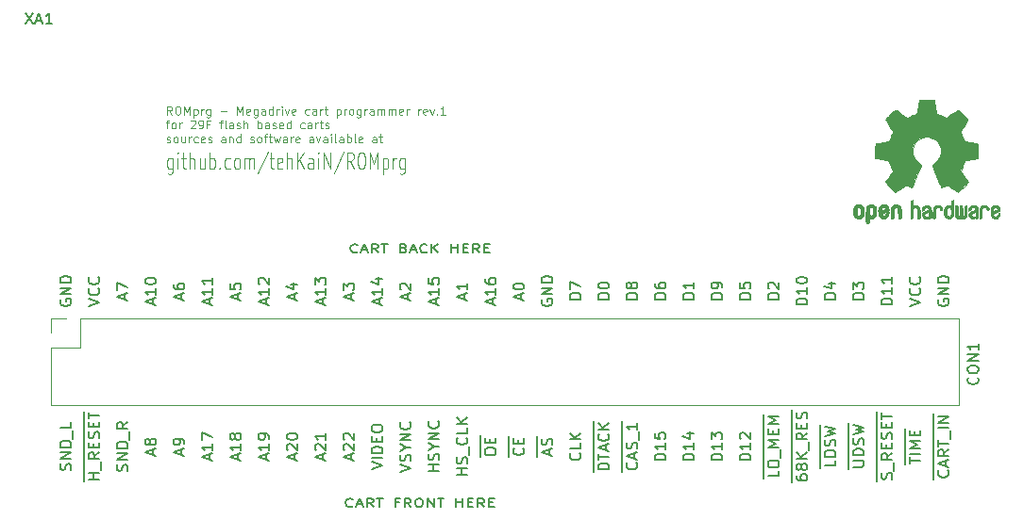
<source format=gbr>
G04 #@! TF.GenerationSoftware,KiCad,Pcbnew,(5.0.0)*
G04 #@! TF.CreationDate,2018-09-11T16:23:21+02:00*
G04 #@! TF.ProjectId,romprg_megadrive_cart,726F6D7072675F6D6567616472697665,1*
G04 #@! TF.SameCoordinates,Original*
G04 #@! TF.FileFunction,Legend,Top*
G04 #@! TF.FilePolarity,Positive*
%FSLAX46Y46*%
G04 Gerber Fmt 4.6, Leading zero omitted, Abs format (unit mm)*
G04 Created by KiCad (PCBNEW (5.0.0)) date 09/11/18 16:23:21*
%MOMM*%
%LPD*%
G01*
G04 APERTURE LIST*
%ADD10C,0.125000*%
%ADD11C,0.120000*%
%ADD12C,0.010000*%
%ADD13C,0.150000*%
G04 APERTURE END LIST*
D10*
X62247916Y-113678571D02*
X62247916Y-114892857D01*
X62200297Y-115035714D01*
X62152678Y-115107142D01*
X62057440Y-115178571D01*
X61914583Y-115178571D01*
X61819345Y-115107142D01*
X62247916Y-114607142D02*
X62152678Y-114678571D01*
X61962202Y-114678571D01*
X61866964Y-114607142D01*
X61819345Y-114535714D01*
X61771726Y-114392857D01*
X61771726Y-113964285D01*
X61819345Y-113821428D01*
X61866964Y-113750000D01*
X61962202Y-113678571D01*
X62152678Y-113678571D01*
X62247916Y-113750000D01*
X62724107Y-114678571D02*
X62724107Y-113678571D01*
X62724107Y-113178571D02*
X62676488Y-113250000D01*
X62724107Y-113321428D01*
X62771726Y-113250000D01*
X62724107Y-113178571D01*
X62724107Y-113321428D01*
X63057440Y-113678571D02*
X63438392Y-113678571D01*
X63200297Y-113178571D02*
X63200297Y-114464285D01*
X63247916Y-114607142D01*
X63343154Y-114678571D01*
X63438392Y-114678571D01*
X63771726Y-114678571D02*
X63771726Y-113178571D01*
X64200297Y-114678571D02*
X64200297Y-113892857D01*
X64152678Y-113750000D01*
X64057440Y-113678571D01*
X63914583Y-113678571D01*
X63819345Y-113750000D01*
X63771726Y-113821428D01*
X65105059Y-113678571D02*
X65105059Y-114678571D01*
X64676488Y-113678571D02*
X64676488Y-114464285D01*
X64724107Y-114607142D01*
X64819345Y-114678571D01*
X64962202Y-114678571D01*
X65057440Y-114607142D01*
X65105059Y-114535714D01*
X65581250Y-114678571D02*
X65581250Y-113178571D01*
X65581250Y-113750000D02*
X65676488Y-113678571D01*
X65866964Y-113678571D01*
X65962202Y-113750000D01*
X66009821Y-113821428D01*
X66057440Y-113964285D01*
X66057440Y-114392857D01*
X66009821Y-114535714D01*
X65962202Y-114607142D01*
X65866964Y-114678571D01*
X65676488Y-114678571D01*
X65581250Y-114607142D01*
X66486011Y-114535714D02*
X66533630Y-114607142D01*
X66486011Y-114678571D01*
X66438392Y-114607142D01*
X66486011Y-114535714D01*
X66486011Y-114678571D01*
X67390773Y-114607142D02*
X67295535Y-114678571D01*
X67105059Y-114678571D01*
X67009821Y-114607142D01*
X66962202Y-114535714D01*
X66914583Y-114392857D01*
X66914583Y-113964285D01*
X66962202Y-113821428D01*
X67009821Y-113750000D01*
X67105059Y-113678571D01*
X67295535Y-113678571D01*
X67390773Y-113750000D01*
X67962202Y-114678571D02*
X67866964Y-114607142D01*
X67819345Y-114535714D01*
X67771726Y-114392857D01*
X67771726Y-113964285D01*
X67819345Y-113821428D01*
X67866964Y-113750000D01*
X67962202Y-113678571D01*
X68105059Y-113678571D01*
X68200297Y-113750000D01*
X68247916Y-113821428D01*
X68295535Y-113964285D01*
X68295535Y-114392857D01*
X68247916Y-114535714D01*
X68200297Y-114607142D01*
X68105059Y-114678571D01*
X67962202Y-114678571D01*
X68724107Y-114678571D02*
X68724107Y-113678571D01*
X68724107Y-113821428D02*
X68771726Y-113750000D01*
X68866964Y-113678571D01*
X69009821Y-113678571D01*
X69105059Y-113750000D01*
X69152678Y-113892857D01*
X69152678Y-114678571D01*
X69152678Y-113892857D02*
X69200297Y-113750000D01*
X69295535Y-113678571D01*
X69438392Y-113678571D01*
X69533630Y-113750000D01*
X69581250Y-113892857D01*
X69581250Y-114678571D01*
X70771726Y-113107142D02*
X69914583Y-115035714D01*
X70962202Y-113678571D02*
X71343154Y-113678571D01*
X71105059Y-113178571D02*
X71105059Y-114464285D01*
X71152678Y-114607142D01*
X71247916Y-114678571D01*
X71343154Y-114678571D01*
X72057440Y-114607142D02*
X71962202Y-114678571D01*
X71771726Y-114678571D01*
X71676488Y-114607142D01*
X71628869Y-114464285D01*
X71628869Y-113892857D01*
X71676488Y-113750000D01*
X71771726Y-113678571D01*
X71962202Y-113678571D01*
X72057440Y-113750000D01*
X72105059Y-113892857D01*
X72105059Y-114035714D01*
X71628869Y-114178571D01*
X72533630Y-114678571D02*
X72533630Y-113178571D01*
X72962202Y-114678571D02*
X72962202Y-113892857D01*
X72914583Y-113750000D01*
X72819345Y-113678571D01*
X72676488Y-113678571D01*
X72581250Y-113750000D01*
X72533630Y-113821428D01*
X73438392Y-114678571D02*
X73438392Y-113178571D01*
X74009821Y-114678571D02*
X73581250Y-113821428D01*
X74009821Y-113178571D02*
X73438392Y-114035714D01*
X74866964Y-114678571D02*
X74866964Y-113892857D01*
X74819345Y-113750000D01*
X74724107Y-113678571D01*
X74533630Y-113678571D01*
X74438392Y-113750000D01*
X74866964Y-114607142D02*
X74771726Y-114678571D01*
X74533630Y-114678571D01*
X74438392Y-114607142D01*
X74390773Y-114464285D01*
X74390773Y-114321428D01*
X74438392Y-114178571D01*
X74533630Y-114107142D01*
X74771726Y-114107142D01*
X74866964Y-114035714D01*
X75343154Y-114678571D02*
X75343154Y-113678571D01*
X75343154Y-113178571D02*
X75295535Y-113250000D01*
X75343154Y-113321428D01*
X75390773Y-113250000D01*
X75343154Y-113178571D01*
X75343154Y-113321428D01*
X75819345Y-114678571D02*
X75819345Y-113178571D01*
X76390773Y-114678571D01*
X76390773Y-113178571D01*
X77581250Y-113107142D02*
X76724107Y-115035714D01*
X78486011Y-114678571D02*
X78152678Y-113964285D01*
X77914583Y-114678571D02*
X77914583Y-113178571D01*
X78295535Y-113178571D01*
X78390773Y-113250000D01*
X78438392Y-113321428D01*
X78486011Y-113464285D01*
X78486011Y-113678571D01*
X78438392Y-113821428D01*
X78390773Y-113892857D01*
X78295535Y-113964285D01*
X77914583Y-113964285D01*
X79105059Y-113178571D02*
X79295535Y-113178571D01*
X79390773Y-113250000D01*
X79486011Y-113392857D01*
X79533630Y-113678571D01*
X79533630Y-114178571D01*
X79486011Y-114464285D01*
X79390773Y-114607142D01*
X79295535Y-114678571D01*
X79105059Y-114678571D01*
X79009821Y-114607142D01*
X78914583Y-114464285D01*
X78866964Y-114178571D01*
X78866964Y-113678571D01*
X78914583Y-113392857D01*
X79009821Y-113250000D01*
X79105059Y-113178571D01*
X79962202Y-114678571D02*
X79962202Y-113178571D01*
X80295535Y-114250000D01*
X80628869Y-113178571D01*
X80628869Y-114678571D01*
X81105059Y-113678571D02*
X81105059Y-115178571D01*
X81105059Y-113750000D02*
X81200297Y-113678571D01*
X81390773Y-113678571D01*
X81486011Y-113750000D01*
X81533630Y-113821428D01*
X81581250Y-113964285D01*
X81581250Y-114392857D01*
X81533630Y-114535714D01*
X81486011Y-114607142D01*
X81390773Y-114678571D01*
X81200297Y-114678571D01*
X81105059Y-114607142D01*
X82009821Y-114678571D02*
X82009821Y-113678571D01*
X82009821Y-113964285D02*
X82057440Y-113821428D01*
X82105059Y-113750000D01*
X82200297Y-113678571D01*
X82295535Y-113678571D01*
X83057440Y-113678571D02*
X83057440Y-114892857D01*
X83009821Y-115035714D01*
X82962202Y-115107142D01*
X82866964Y-115178571D01*
X82724107Y-115178571D01*
X82628869Y-115107142D01*
X83057440Y-114607142D02*
X82962202Y-114678571D01*
X82771726Y-114678571D01*
X82676488Y-114607142D01*
X82628869Y-114535714D01*
X82581250Y-114392857D01*
X82581250Y-113964285D01*
X82628869Y-113821428D01*
X82676488Y-113750000D01*
X82771726Y-113678571D01*
X82962202Y-113678571D01*
X83057440Y-113750000D01*
X62188392Y-109789285D02*
X61938392Y-109432142D01*
X61759821Y-109789285D02*
X61759821Y-109039285D01*
X62045535Y-109039285D01*
X62116964Y-109075000D01*
X62152678Y-109110714D01*
X62188392Y-109182142D01*
X62188392Y-109289285D01*
X62152678Y-109360714D01*
X62116964Y-109396428D01*
X62045535Y-109432142D01*
X61759821Y-109432142D01*
X62652678Y-109039285D02*
X62795535Y-109039285D01*
X62866964Y-109075000D01*
X62938392Y-109146428D01*
X62974107Y-109289285D01*
X62974107Y-109539285D01*
X62938392Y-109682142D01*
X62866964Y-109753571D01*
X62795535Y-109789285D01*
X62652678Y-109789285D01*
X62581250Y-109753571D01*
X62509821Y-109682142D01*
X62474107Y-109539285D01*
X62474107Y-109289285D01*
X62509821Y-109146428D01*
X62581250Y-109075000D01*
X62652678Y-109039285D01*
X63295535Y-109789285D02*
X63295535Y-109039285D01*
X63545535Y-109575000D01*
X63795535Y-109039285D01*
X63795535Y-109789285D01*
X64152678Y-109289285D02*
X64152678Y-110039285D01*
X64152678Y-109325000D02*
X64224107Y-109289285D01*
X64366964Y-109289285D01*
X64438392Y-109325000D01*
X64474107Y-109360714D01*
X64509821Y-109432142D01*
X64509821Y-109646428D01*
X64474107Y-109717857D01*
X64438392Y-109753571D01*
X64366964Y-109789285D01*
X64224107Y-109789285D01*
X64152678Y-109753571D01*
X64831250Y-109789285D02*
X64831250Y-109289285D01*
X64831250Y-109432142D02*
X64866964Y-109360714D01*
X64902678Y-109325000D01*
X64974107Y-109289285D01*
X65045535Y-109289285D01*
X65616964Y-109289285D02*
X65616964Y-109896428D01*
X65581250Y-109967857D01*
X65545535Y-110003571D01*
X65474107Y-110039285D01*
X65366964Y-110039285D01*
X65295535Y-110003571D01*
X65616964Y-109753571D02*
X65545535Y-109789285D01*
X65402678Y-109789285D01*
X65331250Y-109753571D01*
X65295535Y-109717857D01*
X65259821Y-109646428D01*
X65259821Y-109432142D01*
X65295535Y-109360714D01*
X65331250Y-109325000D01*
X65402678Y-109289285D01*
X65545535Y-109289285D01*
X65616964Y-109325000D01*
X66545535Y-109503571D02*
X67116964Y-109503571D01*
X68045535Y-109789285D02*
X68045535Y-109039285D01*
X68295535Y-109575000D01*
X68545535Y-109039285D01*
X68545535Y-109789285D01*
X69188392Y-109753571D02*
X69116964Y-109789285D01*
X68974107Y-109789285D01*
X68902678Y-109753571D01*
X68866964Y-109682142D01*
X68866964Y-109396428D01*
X68902678Y-109325000D01*
X68974107Y-109289285D01*
X69116964Y-109289285D01*
X69188392Y-109325000D01*
X69224107Y-109396428D01*
X69224107Y-109467857D01*
X68866964Y-109539285D01*
X69866964Y-109289285D02*
X69866964Y-109896428D01*
X69831250Y-109967857D01*
X69795535Y-110003571D01*
X69724107Y-110039285D01*
X69616964Y-110039285D01*
X69545535Y-110003571D01*
X69866964Y-109753571D02*
X69795535Y-109789285D01*
X69652678Y-109789285D01*
X69581250Y-109753571D01*
X69545535Y-109717857D01*
X69509821Y-109646428D01*
X69509821Y-109432142D01*
X69545535Y-109360714D01*
X69581250Y-109325000D01*
X69652678Y-109289285D01*
X69795535Y-109289285D01*
X69866964Y-109325000D01*
X70545535Y-109789285D02*
X70545535Y-109396428D01*
X70509821Y-109325000D01*
X70438392Y-109289285D01*
X70295535Y-109289285D01*
X70224107Y-109325000D01*
X70545535Y-109753571D02*
X70474107Y-109789285D01*
X70295535Y-109789285D01*
X70224107Y-109753571D01*
X70188392Y-109682142D01*
X70188392Y-109610714D01*
X70224107Y-109539285D01*
X70295535Y-109503571D01*
X70474107Y-109503571D01*
X70545535Y-109467857D01*
X71224107Y-109789285D02*
X71224107Y-109039285D01*
X71224107Y-109753571D02*
X71152678Y-109789285D01*
X71009821Y-109789285D01*
X70938392Y-109753571D01*
X70902678Y-109717857D01*
X70866964Y-109646428D01*
X70866964Y-109432142D01*
X70902678Y-109360714D01*
X70938392Y-109325000D01*
X71009821Y-109289285D01*
X71152678Y-109289285D01*
X71224107Y-109325000D01*
X71581250Y-109789285D02*
X71581250Y-109289285D01*
X71581250Y-109432142D02*
X71616964Y-109360714D01*
X71652678Y-109325000D01*
X71724107Y-109289285D01*
X71795535Y-109289285D01*
X72045535Y-109789285D02*
X72045535Y-109289285D01*
X72045535Y-109039285D02*
X72009821Y-109075000D01*
X72045535Y-109110714D01*
X72081250Y-109075000D01*
X72045535Y-109039285D01*
X72045535Y-109110714D01*
X72331250Y-109289285D02*
X72509821Y-109789285D01*
X72688392Y-109289285D01*
X73259821Y-109753571D02*
X73188392Y-109789285D01*
X73045535Y-109789285D01*
X72974107Y-109753571D01*
X72938392Y-109682142D01*
X72938392Y-109396428D01*
X72974107Y-109325000D01*
X73045535Y-109289285D01*
X73188392Y-109289285D01*
X73259821Y-109325000D01*
X73295535Y-109396428D01*
X73295535Y-109467857D01*
X72938392Y-109539285D01*
X74509821Y-109753571D02*
X74438392Y-109789285D01*
X74295535Y-109789285D01*
X74224107Y-109753571D01*
X74188392Y-109717857D01*
X74152678Y-109646428D01*
X74152678Y-109432142D01*
X74188392Y-109360714D01*
X74224107Y-109325000D01*
X74295535Y-109289285D01*
X74438392Y-109289285D01*
X74509821Y-109325000D01*
X75152678Y-109789285D02*
X75152678Y-109396428D01*
X75116964Y-109325000D01*
X75045535Y-109289285D01*
X74902678Y-109289285D01*
X74831250Y-109325000D01*
X75152678Y-109753571D02*
X75081250Y-109789285D01*
X74902678Y-109789285D01*
X74831250Y-109753571D01*
X74795535Y-109682142D01*
X74795535Y-109610714D01*
X74831250Y-109539285D01*
X74902678Y-109503571D01*
X75081250Y-109503571D01*
X75152678Y-109467857D01*
X75509821Y-109789285D02*
X75509821Y-109289285D01*
X75509821Y-109432142D02*
X75545535Y-109360714D01*
X75581250Y-109325000D01*
X75652678Y-109289285D01*
X75724107Y-109289285D01*
X75866964Y-109289285D02*
X76152678Y-109289285D01*
X75974107Y-109039285D02*
X75974107Y-109682142D01*
X76009821Y-109753571D01*
X76081250Y-109789285D01*
X76152678Y-109789285D01*
X76974107Y-109289285D02*
X76974107Y-110039285D01*
X76974107Y-109325000D02*
X77045535Y-109289285D01*
X77188392Y-109289285D01*
X77259821Y-109325000D01*
X77295535Y-109360714D01*
X77331250Y-109432142D01*
X77331250Y-109646428D01*
X77295535Y-109717857D01*
X77259821Y-109753571D01*
X77188392Y-109789285D01*
X77045535Y-109789285D01*
X76974107Y-109753571D01*
X77652678Y-109789285D02*
X77652678Y-109289285D01*
X77652678Y-109432142D02*
X77688392Y-109360714D01*
X77724107Y-109325000D01*
X77795535Y-109289285D01*
X77866964Y-109289285D01*
X78224107Y-109789285D02*
X78152678Y-109753571D01*
X78116964Y-109717857D01*
X78081250Y-109646428D01*
X78081250Y-109432142D01*
X78116964Y-109360714D01*
X78152678Y-109325000D01*
X78224107Y-109289285D01*
X78331250Y-109289285D01*
X78402678Y-109325000D01*
X78438392Y-109360714D01*
X78474107Y-109432142D01*
X78474107Y-109646428D01*
X78438392Y-109717857D01*
X78402678Y-109753571D01*
X78331250Y-109789285D01*
X78224107Y-109789285D01*
X79116964Y-109289285D02*
X79116964Y-109896428D01*
X79081250Y-109967857D01*
X79045535Y-110003571D01*
X78974107Y-110039285D01*
X78866964Y-110039285D01*
X78795535Y-110003571D01*
X79116964Y-109753571D02*
X79045535Y-109789285D01*
X78902678Y-109789285D01*
X78831250Y-109753571D01*
X78795535Y-109717857D01*
X78759821Y-109646428D01*
X78759821Y-109432142D01*
X78795535Y-109360714D01*
X78831250Y-109325000D01*
X78902678Y-109289285D01*
X79045535Y-109289285D01*
X79116964Y-109325000D01*
X79474107Y-109789285D02*
X79474107Y-109289285D01*
X79474107Y-109432142D02*
X79509821Y-109360714D01*
X79545535Y-109325000D01*
X79616964Y-109289285D01*
X79688392Y-109289285D01*
X80259821Y-109789285D02*
X80259821Y-109396428D01*
X80224107Y-109325000D01*
X80152678Y-109289285D01*
X80009821Y-109289285D01*
X79938392Y-109325000D01*
X80259821Y-109753571D02*
X80188392Y-109789285D01*
X80009821Y-109789285D01*
X79938392Y-109753571D01*
X79902678Y-109682142D01*
X79902678Y-109610714D01*
X79938392Y-109539285D01*
X80009821Y-109503571D01*
X80188392Y-109503571D01*
X80259821Y-109467857D01*
X80616964Y-109789285D02*
X80616964Y-109289285D01*
X80616964Y-109360714D02*
X80652678Y-109325000D01*
X80724107Y-109289285D01*
X80831250Y-109289285D01*
X80902678Y-109325000D01*
X80938392Y-109396428D01*
X80938392Y-109789285D01*
X80938392Y-109396428D02*
X80974107Y-109325000D01*
X81045535Y-109289285D01*
X81152678Y-109289285D01*
X81224107Y-109325000D01*
X81259821Y-109396428D01*
X81259821Y-109789285D01*
X81616964Y-109789285D02*
X81616964Y-109289285D01*
X81616964Y-109360714D02*
X81652678Y-109325000D01*
X81724107Y-109289285D01*
X81831250Y-109289285D01*
X81902678Y-109325000D01*
X81938392Y-109396428D01*
X81938392Y-109789285D01*
X81938392Y-109396428D02*
X81974107Y-109325000D01*
X82045535Y-109289285D01*
X82152678Y-109289285D01*
X82224107Y-109325000D01*
X82259821Y-109396428D01*
X82259821Y-109789285D01*
X82902678Y-109753571D02*
X82831250Y-109789285D01*
X82688392Y-109789285D01*
X82616964Y-109753571D01*
X82581250Y-109682142D01*
X82581250Y-109396428D01*
X82616964Y-109325000D01*
X82688392Y-109289285D01*
X82831250Y-109289285D01*
X82902678Y-109325000D01*
X82938392Y-109396428D01*
X82938392Y-109467857D01*
X82581250Y-109539285D01*
X83259821Y-109789285D02*
X83259821Y-109289285D01*
X83259821Y-109432142D02*
X83295535Y-109360714D01*
X83331250Y-109325000D01*
X83402678Y-109289285D01*
X83474107Y-109289285D01*
X84295535Y-109789285D02*
X84295535Y-109289285D01*
X84295535Y-109432142D02*
X84331250Y-109360714D01*
X84366964Y-109325000D01*
X84438392Y-109289285D01*
X84509821Y-109289285D01*
X85045535Y-109753571D02*
X84974107Y-109789285D01*
X84831250Y-109789285D01*
X84759821Y-109753571D01*
X84724107Y-109682142D01*
X84724107Y-109396428D01*
X84759821Y-109325000D01*
X84831250Y-109289285D01*
X84974107Y-109289285D01*
X85045535Y-109325000D01*
X85081250Y-109396428D01*
X85081250Y-109467857D01*
X84724107Y-109539285D01*
X85331250Y-109289285D02*
X85509821Y-109789285D01*
X85688392Y-109289285D01*
X85974107Y-109717857D02*
X86009821Y-109753571D01*
X85974107Y-109789285D01*
X85938392Y-109753571D01*
X85974107Y-109717857D01*
X85974107Y-109789285D01*
X86724107Y-109789285D02*
X86295535Y-109789285D01*
X86509821Y-109789285D02*
X86509821Y-109039285D01*
X86438392Y-109146428D01*
X86366964Y-109217857D01*
X86295535Y-109253571D01*
X61652678Y-110539285D02*
X61938392Y-110539285D01*
X61759821Y-111039285D02*
X61759821Y-110396428D01*
X61795535Y-110325000D01*
X61866964Y-110289285D01*
X61938392Y-110289285D01*
X62295535Y-111039285D02*
X62224107Y-111003571D01*
X62188392Y-110967857D01*
X62152678Y-110896428D01*
X62152678Y-110682142D01*
X62188392Y-110610714D01*
X62224107Y-110575000D01*
X62295535Y-110539285D01*
X62402678Y-110539285D01*
X62474107Y-110575000D01*
X62509821Y-110610714D01*
X62545535Y-110682142D01*
X62545535Y-110896428D01*
X62509821Y-110967857D01*
X62474107Y-111003571D01*
X62402678Y-111039285D01*
X62295535Y-111039285D01*
X62866964Y-111039285D02*
X62866964Y-110539285D01*
X62866964Y-110682142D02*
X62902678Y-110610714D01*
X62938392Y-110575000D01*
X63009821Y-110539285D01*
X63081250Y-110539285D01*
X63866964Y-110360714D02*
X63902678Y-110325000D01*
X63974107Y-110289285D01*
X64152678Y-110289285D01*
X64224107Y-110325000D01*
X64259821Y-110360714D01*
X64295535Y-110432142D01*
X64295535Y-110503571D01*
X64259821Y-110610714D01*
X63831250Y-111039285D01*
X64295535Y-111039285D01*
X64652678Y-111039285D02*
X64795535Y-111039285D01*
X64866964Y-111003571D01*
X64902678Y-110967857D01*
X64974107Y-110860714D01*
X65009821Y-110717857D01*
X65009821Y-110432142D01*
X64974107Y-110360714D01*
X64938392Y-110325000D01*
X64866964Y-110289285D01*
X64724107Y-110289285D01*
X64652678Y-110325000D01*
X64616964Y-110360714D01*
X64581250Y-110432142D01*
X64581250Y-110610714D01*
X64616964Y-110682142D01*
X64652678Y-110717857D01*
X64724107Y-110753571D01*
X64866964Y-110753571D01*
X64938392Y-110717857D01*
X64974107Y-110682142D01*
X65009821Y-110610714D01*
X65581250Y-110646428D02*
X65331250Y-110646428D01*
X65331250Y-111039285D02*
X65331250Y-110289285D01*
X65688392Y-110289285D01*
X66438392Y-110539285D02*
X66724107Y-110539285D01*
X66545535Y-111039285D02*
X66545535Y-110396428D01*
X66581250Y-110325000D01*
X66652678Y-110289285D01*
X66724107Y-110289285D01*
X67081250Y-111039285D02*
X67009821Y-111003571D01*
X66974107Y-110932142D01*
X66974107Y-110289285D01*
X67688392Y-111039285D02*
X67688392Y-110646428D01*
X67652678Y-110575000D01*
X67581250Y-110539285D01*
X67438392Y-110539285D01*
X67366964Y-110575000D01*
X67688392Y-111003571D02*
X67616964Y-111039285D01*
X67438392Y-111039285D01*
X67366964Y-111003571D01*
X67331250Y-110932142D01*
X67331250Y-110860714D01*
X67366964Y-110789285D01*
X67438392Y-110753571D01*
X67616964Y-110753571D01*
X67688392Y-110717857D01*
X68009821Y-111003571D02*
X68081250Y-111039285D01*
X68224107Y-111039285D01*
X68295535Y-111003571D01*
X68331250Y-110932142D01*
X68331250Y-110896428D01*
X68295535Y-110825000D01*
X68224107Y-110789285D01*
X68116964Y-110789285D01*
X68045535Y-110753571D01*
X68009821Y-110682142D01*
X68009821Y-110646428D01*
X68045535Y-110575000D01*
X68116964Y-110539285D01*
X68224107Y-110539285D01*
X68295535Y-110575000D01*
X68652678Y-111039285D02*
X68652678Y-110289285D01*
X68974107Y-111039285D02*
X68974107Y-110646428D01*
X68938392Y-110575000D01*
X68866964Y-110539285D01*
X68759821Y-110539285D01*
X68688392Y-110575000D01*
X68652678Y-110610714D01*
X69902678Y-111039285D02*
X69902678Y-110289285D01*
X69902678Y-110575000D02*
X69974107Y-110539285D01*
X70116964Y-110539285D01*
X70188392Y-110575000D01*
X70224107Y-110610714D01*
X70259821Y-110682142D01*
X70259821Y-110896428D01*
X70224107Y-110967857D01*
X70188392Y-111003571D01*
X70116964Y-111039285D01*
X69974107Y-111039285D01*
X69902678Y-111003571D01*
X70902678Y-111039285D02*
X70902678Y-110646428D01*
X70866964Y-110575000D01*
X70795535Y-110539285D01*
X70652678Y-110539285D01*
X70581250Y-110575000D01*
X70902678Y-111003571D02*
X70831250Y-111039285D01*
X70652678Y-111039285D01*
X70581250Y-111003571D01*
X70545535Y-110932142D01*
X70545535Y-110860714D01*
X70581250Y-110789285D01*
X70652678Y-110753571D01*
X70831250Y-110753571D01*
X70902678Y-110717857D01*
X71224107Y-111003571D02*
X71295535Y-111039285D01*
X71438392Y-111039285D01*
X71509821Y-111003571D01*
X71545535Y-110932142D01*
X71545535Y-110896428D01*
X71509821Y-110825000D01*
X71438392Y-110789285D01*
X71331250Y-110789285D01*
X71259821Y-110753571D01*
X71224107Y-110682142D01*
X71224107Y-110646428D01*
X71259821Y-110575000D01*
X71331250Y-110539285D01*
X71438392Y-110539285D01*
X71509821Y-110575000D01*
X72152678Y-111003571D02*
X72081250Y-111039285D01*
X71938392Y-111039285D01*
X71866964Y-111003571D01*
X71831250Y-110932142D01*
X71831250Y-110646428D01*
X71866964Y-110575000D01*
X71938392Y-110539285D01*
X72081250Y-110539285D01*
X72152678Y-110575000D01*
X72188392Y-110646428D01*
X72188392Y-110717857D01*
X71831250Y-110789285D01*
X72831250Y-111039285D02*
X72831250Y-110289285D01*
X72831250Y-111003571D02*
X72759821Y-111039285D01*
X72616964Y-111039285D01*
X72545535Y-111003571D01*
X72509821Y-110967857D01*
X72474107Y-110896428D01*
X72474107Y-110682142D01*
X72509821Y-110610714D01*
X72545535Y-110575000D01*
X72616964Y-110539285D01*
X72759821Y-110539285D01*
X72831250Y-110575000D01*
X74081250Y-111003571D02*
X74009821Y-111039285D01*
X73866964Y-111039285D01*
X73795535Y-111003571D01*
X73759821Y-110967857D01*
X73724107Y-110896428D01*
X73724107Y-110682142D01*
X73759821Y-110610714D01*
X73795535Y-110575000D01*
X73866964Y-110539285D01*
X74009821Y-110539285D01*
X74081250Y-110575000D01*
X74724107Y-111039285D02*
X74724107Y-110646428D01*
X74688392Y-110575000D01*
X74616964Y-110539285D01*
X74474107Y-110539285D01*
X74402678Y-110575000D01*
X74724107Y-111003571D02*
X74652678Y-111039285D01*
X74474107Y-111039285D01*
X74402678Y-111003571D01*
X74366964Y-110932142D01*
X74366964Y-110860714D01*
X74402678Y-110789285D01*
X74474107Y-110753571D01*
X74652678Y-110753571D01*
X74724107Y-110717857D01*
X75081250Y-111039285D02*
X75081250Y-110539285D01*
X75081250Y-110682142D02*
X75116964Y-110610714D01*
X75152678Y-110575000D01*
X75224107Y-110539285D01*
X75295535Y-110539285D01*
X75438392Y-110539285D02*
X75724107Y-110539285D01*
X75545535Y-110289285D02*
X75545535Y-110932142D01*
X75581250Y-111003571D01*
X75652678Y-111039285D01*
X75724107Y-111039285D01*
X75938392Y-111003571D02*
X76009821Y-111039285D01*
X76152678Y-111039285D01*
X76224107Y-111003571D01*
X76259821Y-110932142D01*
X76259821Y-110896428D01*
X76224107Y-110825000D01*
X76152678Y-110789285D01*
X76045535Y-110789285D01*
X75974107Y-110753571D01*
X75938392Y-110682142D01*
X75938392Y-110646428D01*
X75974107Y-110575000D01*
X76045535Y-110539285D01*
X76152678Y-110539285D01*
X76224107Y-110575000D01*
X61724107Y-112253571D02*
X61795535Y-112289285D01*
X61938392Y-112289285D01*
X62009821Y-112253571D01*
X62045535Y-112182142D01*
X62045535Y-112146428D01*
X62009821Y-112075000D01*
X61938392Y-112039285D01*
X61831250Y-112039285D01*
X61759821Y-112003571D01*
X61724107Y-111932142D01*
X61724107Y-111896428D01*
X61759821Y-111825000D01*
X61831250Y-111789285D01*
X61938392Y-111789285D01*
X62009821Y-111825000D01*
X62474107Y-112289285D02*
X62402678Y-112253571D01*
X62366964Y-112217857D01*
X62331250Y-112146428D01*
X62331250Y-111932142D01*
X62366964Y-111860714D01*
X62402678Y-111825000D01*
X62474107Y-111789285D01*
X62581250Y-111789285D01*
X62652678Y-111825000D01*
X62688392Y-111860714D01*
X62724107Y-111932142D01*
X62724107Y-112146428D01*
X62688392Y-112217857D01*
X62652678Y-112253571D01*
X62581250Y-112289285D01*
X62474107Y-112289285D01*
X63366964Y-111789285D02*
X63366964Y-112289285D01*
X63045535Y-111789285D02*
X63045535Y-112182142D01*
X63081250Y-112253571D01*
X63152678Y-112289285D01*
X63259821Y-112289285D01*
X63331250Y-112253571D01*
X63366964Y-112217857D01*
X63724107Y-112289285D02*
X63724107Y-111789285D01*
X63724107Y-111932142D02*
X63759821Y-111860714D01*
X63795535Y-111825000D01*
X63866964Y-111789285D01*
X63938392Y-111789285D01*
X64509821Y-112253571D02*
X64438392Y-112289285D01*
X64295535Y-112289285D01*
X64224107Y-112253571D01*
X64188392Y-112217857D01*
X64152678Y-112146428D01*
X64152678Y-111932142D01*
X64188392Y-111860714D01*
X64224107Y-111825000D01*
X64295535Y-111789285D01*
X64438392Y-111789285D01*
X64509821Y-111825000D01*
X65116964Y-112253571D02*
X65045535Y-112289285D01*
X64902678Y-112289285D01*
X64831250Y-112253571D01*
X64795535Y-112182142D01*
X64795535Y-111896428D01*
X64831250Y-111825000D01*
X64902678Y-111789285D01*
X65045535Y-111789285D01*
X65116964Y-111825000D01*
X65152678Y-111896428D01*
X65152678Y-111967857D01*
X64795535Y-112039285D01*
X65438392Y-112253571D02*
X65509821Y-112289285D01*
X65652678Y-112289285D01*
X65724107Y-112253571D01*
X65759821Y-112182142D01*
X65759821Y-112146428D01*
X65724107Y-112075000D01*
X65652678Y-112039285D01*
X65545535Y-112039285D01*
X65474107Y-112003571D01*
X65438392Y-111932142D01*
X65438392Y-111896428D01*
X65474107Y-111825000D01*
X65545535Y-111789285D01*
X65652678Y-111789285D01*
X65724107Y-111825000D01*
X66974107Y-112289285D02*
X66974107Y-111896428D01*
X66938392Y-111825000D01*
X66866964Y-111789285D01*
X66724107Y-111789285D01*
X66652678Y-111825000D01*
X66974107Y-112253571D02*
X66902678Y-112289285D01*
X66724107Y-112289285D01*
X66652678Y-112253571D01*
X66616964Y-112182142D01*
X66616964Y-112110714D01*
X66652678Y-112039285D01*
X66724107Y-112003571D01*
X66902678Y-112003571D01*
X66974107Y-111967857D01*
X67331250Y-111789285D02*
X67331250Y-112289285D01*
X67331250Y-111860714D02*
X67366964Y-111825000D01*
X67438392Y-111789285D01*
X67545535Y-111789285D01*
X67616964Y-111825000D01*
X67652678Y-111896428D01*
X67652678Y-112289285D01*
X68331250Y-112289285D02*
X68331250Y-111539285D01*
X68331250Y-112253571D02*
X68259821Y-112289285D01*
X68116964Y-112289285D01*
X68045535Y-112253571D01*
X68009821Y-112217857D01*
X67974107Y-112146428D01*
X67974107Y-111932142D01*
X68009821Y-111860714D01*
X68045535Y-111825000D01*
X68116964Y-111789285D01*
X68259821Y-111789285D01*
X68331250Y-111825000D01*
X69224107Y-112253571D02*
X69295535Y-112289285D01*
X69438392Y-112289285D01*
X69509821Y-112253571D01*
X69545535Y-112182142D01*
X69545535Y-112146428D01*
X69509821Y-112075000D01*
X69438392Y-112039285D01*
X69331250Y-112039285D01*
X69259821Y-112003571D01*
X69224107Y-111932142D01*
X69224107Y-111896428D01*
X69259821Y-111825000D01*
X69331250Y-111789285D01*
X69438392Y-111789285D01*
X69509821Y-111825000D01*
X69974107Y-112289285D02*
X69902678Y-112253571D01*
X69866964Y-112217857D01*
X69831250Y-112146428D01*
X69831250Y-111932142D01*
X69866964Y-111860714D01*
X69902678Y-111825000D01*
X69974107Y-111789285D01*
X70081250Y-111789285D01*
X70152678Y-111825000D01*
X70188392Y-111860714D01*
X70224107Y-111932142D01*
X70224107Y-112146428D01*
X70188392Y-112217857D01*
X70152678Y-112253571D01*
X70081250Y-112289285D01*
X69974107Y-112289285D01*
X70438392Y-111789285D02*
X70724107Y-111789285D01*
X70545535Y-112289285D02*
X70545535Y-111646428D01*
X70581250Y-111575000D01*
X70652678Y-111539285D01*
X70724107Y-111539285D01*
X70866964Y-111789285D02*
X71152678Y-111789285D01*
X70974107Y-111539285D02*
X70974107Y-112182142D01*
X71009821Y-112253571D01*
X71081250Y-112289285D01*
X71152678Y-112289285D01*
X71331250Y-111789285D02*
X71474107Y-112289285D01*
X71616964Y-111932142D01*
X71759821Y-112289285D01*
X71902678Y-111789285D01*
X72509821Y-112289285D02*
X72509821Y-111896428D01*
X72474107Y-111825000D01*
X72402678Y-111789285D01*
X72259821Y-111789285D01*
X72188392Y-111825000D01*
X72509821Y-112253571D02*
X72438392Y-112289285D01*
X72259821Y-112289285D01*
X72188392Y-112253571D01*
X72152678Y-112182142D01*
X72152678Y-112110714D01*
X72188392Y-112039285D01*
X72259821Y-112003571D01*
X72438392Y-112003571D01*
X72509821Y-111967857D01*
X72866964Y-112289285D02*
X72866964Y-111789285D01*
X72866964Y-111932142D02*
X72902678Y-111860714D01*
X72938392Y-111825000D01*
X73009821Y-111789285D01*
X73081250Y-111789285D01*
X73616964Y-112253571D02*
X73545535Y-112289285D01*
X73402678Y-112289285D01*
X73331250Y-112253571D01*
X73295535Y-112182142D01*
X73295535Y-111896428D01*
X73331250Y-111825000D01*
X73402678Y-111789285D01*
X73545535Y-111789285D01*
X73616964Y-111825000D01*
X73652678Y-111896428D01*
X73652678Y-111967857D01*
X73295535Y-112039285D01*
X74866964Y-112289285D02*
X74866964Y-111896428D01*
X74831250Y-111825000D01*
X74759821Y-111789285D01*
X74616964Y-111789285D01*
X74545535Y-111825000D01*
X74866964Y-112253571D02*
X74795535Y-112289285D01*
X74616964Y-112289285D01*
X74545535Y-112253571D01*
X74509821Y-112182142D01*
X74509821Y-112110714D01*
X74545535Y-112039285D01*
X74616964Y-112003571D01*
X74795535Y-112003571D01*
X74866964Y-111967857D01*
X75152678Y-111789285D02*
X75331250Y-112289285D01*
X75509821Y-111789285D01*
X76116964Y-112289285D02*
X76116964Y-111896428D01*
X76081250Y-111825000D01*
X76009821Y-111789285D01*
X75866964Y-111789285D01*
X75795535Y-111825000D01*
X76116964Y-112253571D02*
X76045535Y-112289285D01*
X75866964Y-112289285D01*
X75795535Y-112253571D01*
X75759821Y-112182142D01*
X75759821Y-112110714D01*
X75795535Y-112039285D01*
X75866964Y-112003571D01*
X76045535Y-112003571D01*
X76116964Y-111967857D01*
X76474107Y-112289285D02*
X76474107Y-111789285D01*
X76474107Y-111539285D02*
X76438392Y-111575000D01*
X76474107Y-111610714D01*
X76509821Y-111575000D01*
X76474107Y-111539285D01*
X76474107Y-111610714D01*
X76938392Y-112289285D02*
X76866964Y-112253571D01*
X76831250Y-112182142D01*
X76831250Y-111539285D01*
X77545535Y-112289285D02*
X77545535Y-111896428D01*
X77509821Y-111825000D01*
X77438392Y-111789285D01*
X77295535Y-111789285D01*
X77224107Y-111825000D01*
X77545535Y-112253571D02*
X77474107Y-112289285D01*
X77295535Y-112289285D01*
X77224107Y-112253571D01*
X77188392Y-112182142D01*
X77188392Y-112110714D01*
X77224107Y-112039285D01*
X77295535Y-112003571D01*
X77474107Y-112003571D01*
X77545535Y-111967857D01*
X77902678Y-112289285D02*
X77902678Y-111539285D01*
X77902678Y-111825000D02*
X77974107Y-111789285D01*
X78116964Y-111789285D01*
X78188392Y-111825000D01*
X78224107Y-111860714D01*
X78259821Y-111932142D01*
X78259821Y-112146428D01*
X78224107Y-112217857D01*
X78188392Y-112253571D01*
X78116964Y-112289285D01*
X77974107Y-112289285D01*
X77902678Y-112253571D01*
X78688392Y-112289285D02*
X78616964Y-112253571D01*
X78581250Y-112182142D01*
X78581250Y-111539285D01*
X79259821Y-112253571D02*
X79188392Y-112289285D01*
X79045535Y-112289285D01*
X78974107Y-112253571D01*
X78938392Y-112182142D01*
X78938392Y-111896428D01*
X78974107Y-111825000D01*
X79045535Y-111789285D01*
X79188392Y-111789285D01*
X79259821Y-111825000D01*
X79295535Y-111896428D01*
X79295535Y-111967857D01*
X78938392Y-112039285D01*
X80509821Y-112289285D02*
X80509821Y-111896428D01*
X80474107Y-111825000D01*
X80402678Y-111789285D01*
X80259821Y-111789285D01*
X80188392Y-111825000D01*
X80509821Y-112253571D02*
X80438392Y-112289285D01*
X80259821Y-112289285D01*
X80188392Y-112253571D01*
X80152678Y-112182142D01*
X80152678Y-112110714D01*
X80188392Y-112039285D01*
X80259821Y-112003571D01*
X80438392Y-112003571D01*
X80509821Y-111967857D01*
X80759821Y-111789285D02*
X81045535Y-111789285D01*
X80866964Y-111539285D02*
X80866964Y-112182142D01*
X80902678Y-112253571D01*
X80974107Y-112289285D01*
X81045535Y-112289285D01*
D11*
G04 #@! TO.C,CON1*
X51370000Y-128130000D02*
X51370000Y-129400000D01*
X52700000Y-128130000D02*
X51370000Y-128130000D01*
X53970000Y-130730000D02*
X53970000Y-128130000D01*
X51370000Y-130730000D02*
X53970000Y-130730000D01*
X51370000Y-135870000D02*
X51370000Y-130730000D01*
X132770000Y-135870000D02*
X51370000Y-135870000D01*
X132770000Y-128130000D02*
X132770000Y-135870000D01*
X53970000Y-128130000D02*
X132770000Y-128130000D01*
D12*
G04 #@! TO.C,REF\002A\002A*
G36*
X130109014Y-108452998D02*
X130267006Y-108453863D01*
X130381347Y-108456205D01*
X130459407Y-108460762D01*
X130508554Y-108468270D01*
X130536159Y-108479466D01*
X130549592Y-108495088D01*
X130556221Y-108515873D01*
X130556865Y-108518563D01*
X130566935Y-108567113D01*
X130585575Y-108662905D01*
X130610845Y-108795743D01*
X130640807Y-108955431D01*
X130673522Y-109131774D01*
X130674664Y-109137967D01*
X130707433Y-109310782D01*
X130738093Y-109463469D01*
X130764664Y-109586871D01*
X130785167Y-109671831D01*
X130797626Y-109709190D01*
X130798220Y-109709852D01*
X130834919Y-109728095D01*
X130910586Y-109758497D01*
X131008878Y-109794493D01*
X131009425Y-109794685D01*
X131133233Y-109841222D01*
X131279196Y-109900504D01*
X131416781Y-109960109D01*
X131423293Y-109963056D01*
X131647390Y-110064765D01*
X132143619Y-109725897D01*
X132295846Y-109622592D01*
X132433741Y-109530237D01*
X132549315Y-109454084D01*
X132634579Y-109399385D01*
X132681544Y-109371393D01*
X132686004Y-109369317D01*
X132720134Y-109378560D01*
X132783881Y-109423156D01*
X132879731Y-109505209D01*
X133010169Y-109626821D01*
X133143328Y-109756205D01*
X133271694Y-109883702D01*
X133386581Y-110000046D01*
X133481073Y-110098052D01*
X133548253Y-110170536D01*
X133581206Y-110210313D01*
X133582432Y-110212361D01*
X133586074Y-110239656D01*
X133572350Y-110284234D01*
X133537869Y-110352112D01*
X133479239Y-110449311D01*
X133393070Y-110581851D01*
X133278200Y-110752476D01*
X133176254Y-110902655D01*
X133085123Y-111037350D01*
X133010073Y-111148740D01*
X132956369Y-111229005D01*
X132929280Y-111270325D01*
X132927574Y-111273130D01*
X132930882Y-111312721D01*
X132955953Y-111389669D01*
X132997798Y-111489432D01*
X133012712Y-111521291D01*
X133077786Y-111663226D01*
X133147212Y-111824273D01*
X133203609Y-111963621D01*
X133244247Y-112067044D01*
X133276526Y-112145642D01*
X133295178Y-112186720D01*
X133297497Y-112189885D01*
X133331803Y-112195128D01*
X133412669Y-112209494D01*
X133529343Y-112230937D01*
X133671075Y-112257413D01*
X133827110Y-112286877D01*
X133986698Y-112317283D01*
X134139085Y-112346588D01*
X134273521Y-112372745D01*
X134379252Y-112393710D01*
X134445526Y-112407439D01*
X134461782Y-112411320D01*
X134478573Y-112420900D01*
X134491249Y-112442536D01*
X134500378Y-112483531D01*
X134506531Y-112551189D01*
X134510280Y-112652812D01*
X134512192Y-112795703D01*
X134512840Y-112987165D01*
X134512874Y-113065645D01*
X134512874Y-113703906D01*
X134359598Y-113734160D01*
X134274322Y-113750564D01*
X134147070Y-113774509D01*
X133993315Y-113803107D01*
X133828534Y-113833467D01*
X133782989Y-113841806D01*
X133630932Y-113871370D01*
X133498468Y-113900442D01*
X133396714Y-113926329D01*
X133336788Y-113946337D01*
X133326805Y-113952301D01*
X133302293Y-113994534D01*
X133267148Y-114076370D01*
X133228173Y-114181683D01*
X133220442Y-114204368D01*
X133169360Y-114345018D01*
X133105954Y-114503714D01*
X133043904Y-114646225D01*
X133043598Y-114646886D01*
X132940267Y-114870440D01*
X133619961Y-115870232D01*
X133183621Y-116307300D01*
X133051649Y-116437381D01*
X132931279Y-116552048D01*
X132829273Y-116645181D01*
X132752391Y-116710658D01*
X132707393Y-116742357D01*
X132700938Y-116744368D01*
X132663040Y-116728529D01*
X132585708Y-116684496D01*
X132477389Y-116617490D01*
X132346532Y-116532734D01*
X132205052Y-116437816D01*
X132061461Y-116340998D01*
X131933435Y-116256751D01*
X131829105Y-116190258D01*
X131756600Y-116146702D01*
X131724158Y-116131264D01*
X131684576Y-116144328D01*
X131609519Y-116178750D01*
X131514468Y-116227380D01*
X131504392Y-116232785D01*
X131376391Y-116296980D01*
X131288618Y-116328463D01*
X131234028Y-116328798D01*
X131205575Y-116299548D01*
X131205410Y-116299138D01*
X131191188Y-116264498D01*
X131157269Y-116182269D01*
X131106284Y-116058814D01*
X131040862Y-115900498D01*
X130963634Y-115713686D01*
X130877229Y-115504742D01*
X130793551Y-115302446D01*
X130701588Y-115079200D01*
X130617150Y-114872392D01*
X130542769Y-114688362D01*
X130480974Y-114533451D01*
X130434297Y-114413996D01*
X130405268Y-114336339D01*
X130396322Y-114307356D01*
X130418756Y-114274110D01*
X130477439Y-114221123D01*
X130555689Y-114162704D01*
X130778534Y-113977952D01*
X130952718Y-113766182D01*
X131076154Y-113531856D01*
X131146754Y-113279434D01*
X131162431Y-113013377D01*
X131151036Y-112890575D01*
X131088950Y-112635793D01*
X130982023Y-112410801D01*
X130836889Y-112217817D01*
X130660178Y-112059061D01*
X130458522Y-111936750D01*
X130238554Y-111853105D01*
X130006906Y-111810344D01*
X129770209Y-111810687D01*
X129535095Y-111856352D01*
X129308196Y-111949559D01*
X129096144Y-112092527D01*
X129007636Y-112173383D01*
X128837889Y-112381007D01*
X128719699Y-112607895D01*
X128652278Y-112847433D01*
X128634840Y-113093007D01*
X128666598Y-113338003D01*
X128746765Y-113575808D01*
X128874555Y-113799807D01*
X129049180Y-114003387D01*
X129244312Y-114162704D01*
X129325591Y-114223602D01*
X129383009Y-114276015D01*
X129403678Y-114307406D01*
X129392856Y-114341639D01*
X129362077Y-114423419D01*
X129313874Y-114546407D01*
X129250778Y-114704263D01*
X129175322Y-114890649D01*
X129090038Y-115099226D01*
X129006219Y-115302496D01*
X128913745Y-115525933D01*
X128828089Y-115732984D01*
X128751882Y-115917286D01*
X128687753Y-116072475D01*
X128638332Y-116192188D01*
X128606248Y-116270061D01*
X128594359Y-116299138D01*
X128566274Y-116328677D01*
X128511949Y-116328591D01*
X128424395Y-116297326D01*
X128296619Y-116233329D01*
X128295608Y-116232785D01*
X128199402Y-116183121D01*
X128121631Y-116146945D01*
X128077777Y-116131408D01*
X128075842Y-116131264D01*
X128042829Y-116147024D01*
X127969946Y-116190850D01*
X127865322Y-116257557D01*
X127737090Y-116341964D01*
X127594948Y-116437816D01*
X127450233Y-116534867D01*
X127319804Y-116619270D01*
X127212110Y-116685801D01*
X127135598Y-116729238D01*
X127099062Y-116744368D01*
X127065418Y-116724482D01*
X126997776Y-116668903D01*
X126902893Y-116583754D01*
X126787530Y-116475153D01*
X126658445Y-116349221D01*
X126616229Y-116307149D01*
X126179739Y-115869931D01*
X126511977Y-115382340D01*
X126612946Y-115232605D01*
X126701562Y-115098220D01*
X126772854Y-114986969D01*
X126821850Y-114906639D01*
X126843578Y-114865014D01*
X126844215Y-114862053D01*
X126832760Y-114822818D01*
X126801949Y-114743895D01*
X126757116Y-114638509D01*
X126725647Y-114567954D01*
X126666808Y-114432876D01*
X126611396Y-114296409D01*
X126568436Y-114181103D01*
X126556766Y-114145977D01*
X126523611Y-114052174D01*
X126491201Y-113979694D01*
X126473399Y-113952301D01*
X126434114Y-113935536D01*
X126348374Y-113911770D01*
X126227303Y-113883697D01*
X126082027Y-113854009D01*
X126017012Y-113841806D01*
X125851913Y-113811468D01*
X125693552Y-113782093D01*
X125557404Y-113756569D01*
X125458943Y-113737785D01*
X125440402Y-113734160D01*
X125287127Y-113703906D01*
X125287127Y-113065645D01*
X125287471Y-112855770D01*
X125288884Y-112696980D01*
X125291936Y-112581973D01*
X125297197Y-112503446D01*
X125305237Y-112454096D01*
X125316627Y-112426619D01*
X125331937Y-112413713D01*
X125338218Y-112411320D01*
X125376104Y-112402833D01*
X125459805Y-112385900D01*
X125578567Y-112362566D01*
X125721639Y-112334875D01*
X125878268Y-112304873D01*
X126037703Y-112274604D01*
X126189191Y-112246115D01*
X126321981Y-112221449D01*
X126425319Y-112202651D01*
X126488455Y-112191767D01*
X126502503Y-112189885D01*
X126515230Y-112164704D01*
X126543400Y-112097622D01*
X126581748Y-112001333D01*
X126596391Y-111963621D01*
X126655452Y-111817921D01*
X126725000Y-111656951D01*
X126787288Y-111521291D01*
X126833121Y-111417561D01*
X126863613Y-111332326D01*
X126873792Y-111280126D01*
X126872169Y-111273130D01*
X126850657Y-111240102D01*
X126801535Y-111166643D01*
X126730077Y-111060577D01*
X126641555Y-110929726D01*
X126541241Y-110781912D01*
X126521406Y-110752734D01*
X126405012Y-110579863D01*
X126319452Y-110448226D01*
X126261316Y-110351761D01*
X126227192Y-110284408D01*
X126213669Y-110240106D01*
X126217336Y-110212794D01*
X126217430Y-110212620D01*
X126246293Y-110176746D01*
X126310133Y-110107391D01*
X126402031Y-110011745D01*
X126515067Y-109896999D01*
X126642321Y-109770341D01*
X126656672Y-109756205D01*
X126817043Y-109600903D01*
X126940805Y-109486870D01*
X127030445Y-109412002D01*
X127088448Y-109374196D01*
X127113996Y-109369317D01*
X127151282Y-109390603D01*
X127228657Y-109439773D01*
X127338133Y-109511575D01*
X127471720Y-109600755D01*
X127621430Y-109702063D01*
X127656382Y-109725897D01*
X128152610Y-110064765D01*
X128376707Y-109963056D01*
X128512989Y-109903783D01*
X128659276Y-109844170D01*
X128785035Y-109796640D01*
X128790575Y-109794685D01*
X128888943Y-109758677D01*
X128964771Y-109728229D01*
X129001718Y-109709905D01*
X129001780Y-109709852D01*
X129013504Y-109676729D01*
X129033432Y-109595267D01*
X129059587Y-109474625D01*
X129089990Y-109323959D01*
X129122663Y-109152428D01*
X129125336Y-109137967D01*
X129158110Y-108961235D01*
X129188198Y-108800810D01*
X129213661Y-108666888D01*
X129232559Y-108569663D01*
X129242953Y-108519332D01*
X129243135Y-108518563D01*
X129249461Y-108497153D01*
X129261761Y-108480988D01*
X129287406Y-108469331D01*
X129333765Y-108461445D01*
X129408208Y-108456593D01*
X129518105Y-108454039D01*
X129670825Y-108453045D01*
X129873738Y-108452874D01*
X129900000Y-108452874D01*
X130109014Y-108452998D01*
X130109014Y-108452998D01*
G37*
X130109014Y-108452998D02*
X130267006Y-108453863D01*
X130381347Y-108456205D01*
X130459407Y-108460762D01*
X130508554Y-108468270D01*
X130536159Y-108479466D01*
X130549592Y-108495088D01*
X130556221Y-108515873D01*
X130556865Y-108518563D01*
X130566935Y-108567113D01*
X130585575Y-108662905D01*
X130610845Y-108795743D01*
X130640807Y-108955431D01*
X130673522Y-109131774D01*
X130674664Y-109137967D01*
X130707433Y-109310782D01*
X130738093Y-109463469D01*
X130764664Y-109586871D01*
X130785167Y-109671831D01*
X130797626Y-109709190D01*
X130798220Y-109709852D01*
X130834919Y-109728095D01*
X130910586Y-109758497D01*
X131008878Y-109794493D01*
X131009425Y-109794685D01*
X131133233Y-109841222D01*
X131279196Y-109900504D01*
X131416781Y-109960109D01*
X131423293Y-109963056D01*
X131647390Y-110064765D01*
X132143619Y-109725897D01*
X132295846Y-109622592D01*
X132433741Y-109530237D01*
X132549315Y-109454084D01*
X132634579Y-109399385D01*
X132681544Y-109371393D01*
X132686004Y-109369317D01*
X132720134Y-109378560D01*
X132783881Y-109423156D01*
X132879731Y-109505209D01*
X133010169Y-109626821D01*
X133143328Y-109756205D01*
X133271694Y-109883702D01*
X133386581Y-110000046D01*
X133481073Y-110098052D01*
X133548253Y-110170536D01*
X133581206Y-110210313D01*
X133582432Y-110212361D01*
X133586074Y-110239656D01*
X133572350Y-110284234D01*
X133537869Y-110352112D01*
X133479239Y-110449311D01*
X133393070Y-110581851D01*
X133278200Y-110752476D01*
X133176254Y-110902655D01*
X133085123Y-111037350D01*
X133010073Y-111148740D01*
X132956369Y-111229005D01*
X132929280Y-111270325D01*
X132927574Y-111273130D01*
X132930882Y-111312721D01*
X132955953Y-111389669D01*
X132997798Y-111489432D01*
X133012712Y-111521291D01*
X133077786Y-111663226D01*
X133147212Y-111824273D01*
X133203609Y-111963621D01*
X133244247Y-112067044D01*
X133276526Y-112145642D01*
X133295178Y-112186720D01*
X133297497Y-112189885D01*
X133331803Y-112195128D01*
X133412669Y-112209494D01*
X133529343Y-112230937D01*
X133671075Y-112257413D01*
X133827110Y-112286877D01*
X133986698Y-112317283D01*
X134139085Y-112346588D01*
X134273521Y-112372745D01*
X134379252Y-112393710D01*
X134445526Y-112407439D01*
X134461782Y-112411320D01*
X134478573Y-112420900D01*
X134491249Y-112442536D01*
X134500378Y-112483531D01*
X134506531Y-112551189D01*
X134510280Y-112652812D01*
X134512192Y-112795703D01*
X134512840Y-112987165D01*
X134512874Y-113065645D01*
X134512874Y-113703906D01*
X134359598Y-113734160D01*
X134274322Y-113750564D01*
X134147070Y-113774509D01*
X133993315Y-113803107D01*
X133828534Y-113833467D01*
X133782989Y-113841806D01*
X133630932Y-113871370D01*
X133498468Y-113900442D01*
X133396714Y-113926329D01*
X133336788Y-113946337D01*
X133326805Y-113952301D01*
X133302293Y-113994534D01*
X133267148Y-114076370D01*
X133228173Y-114181683D01*
X133220442Y-114204368D01*
X133169360Y-114345018D01*
X133105954Y-114503714D01*
X133043904Y-114646225D01*
X133043598Y-114646886D01*
X132940267Y-114870440D01*
X133619961Y-115870232D01*
X133183621Y-116307300D01*
X133051649Y-116437381D01*
X132931279Y-116552048D01*
X132829273Y-116645181D01*
X132752391Y-116710658D01*
X132707393Y-116742357D01*
X132700938Y-116744368D01*
X132663040Y-116728529D01*
X132585708Y-116684496D01*
X132477389Y-116617490D01*
X132346532Y-116532734D01*
X132205052Y-116437816D01*
X132061461Y-116340998D01*
X131933435Y-116256751D01*
X131829105Y-116190258D01*
X131756600Y-116146702D01*
X131724158Y-116131264D01*
X131684576Y-116144328D01*
X131609519Y-116178750D01*
X131514468Y-116227380D01*
X131504392Y-116232785D01*
X131376391Y-116296980D01*
X131288618Y-116328463D01*
X131234028Y-116328798D01*
X131205575Y-116299548D01*
X131205410Y-116299138D01*
X131191188Y-116264498D01*
X131157269Y-116182269D01*
X131106284Y-116058814D01*
X131040862Y-115900498D01*
X130963634Y-115713686D01*
X130877229Y-115504742D01*
X130793551Y-115302446D01*
X130701588Y-115079200D01*
X130617150Y-114872392D01*
X130542769Y-114688362D01*
X130480974Y-114533451D01*
X130434297Y-114413996D01*
X130405268Y-114336339D01*
X130396322Y-114307356D01*
X130418756Y-114274110D01*
X130477439Y-114221123D01*
X130555689Y-114162704D01*
X130778534Y-113977952D01*
X130952718Y-113766182D01*
X131076154Y-113531856D01*
X131146754Y-113279434D01*
X131162431Y-113013377D01*
X131151036Y-112890575D01*
X131088950Y-112635793D01*
X130982023Y-112410801D01*
X130836889Y-112217817D01*
X130660178Y-112059061D01*
X130458522Y-111936750D01*
X130238554Y-111853105D01*
X130006906Y-111810344D01*
X129770209Y-111810687D01*
X129535095Y-111856352D01*
X129308196Y-111949559D01*
X129096144Y-112092527D01*
X129007636Y-112173383D01*
X128837889Y-112381007D01*
X128719699Y-112607895D01*
X128652278Y-112847433D01*
X128634840Y-113093007D01*
X128666598Y-113338003D01*
X128746765Y-113575808D01*
X128874555Y-113799807D01*
X129049180Y-114003387D01*
X129244312Y-114162704D01*
X129325591Y-114223602D01*
X129383009Y-114276015D01*
X129403678Y-114307406D01*
X129392856Y-114341639D01*
X129362077Y-114423419D01*
X129313874Y-114546407D01*
X129250778Y-114704263D01*
X129175322Y-114890649D01*
X129090038Y-115099226D01*
X129006219Y-115302496D01*
X128913745Y-115525933D01*
X128828089Y-115732984D01*
X128751882Y-115917286D01*
X128687753Y-116072475D01*
X128638332Y-116192188D01*
X128606248Y-116270061D01*
X128594359Y-116299138D01*
X128566274Y-116328677D01*
X128511949Y-116328591D01*
X128424395Y-116297326D01*
X128296619Y-116233329D01*
X128295608Y-116232785D01*
X128199402Y-116183121D01*
X128121631Y-116146945D01*
X128077777Y-116131408D01*
X128075842Y-116131264D01*
X128042829Y-116147024D01*
X127969946Y-116190850D01*
X127865322Y-116257557D01*
X127737090Y-116341964D01*
X127594948Y-116437816D01*
X127450233Y-116534867D01*
X127319804Y-116619270D01*
X127212110Y-116685801D01*
X127135598Y-116729238D01*
X127099062Y-116744368D01*
X127065418Y-116724482D01*
X126997776Y-116668903D01*
X126902893Y-116583754D01*
X126787530Y-116475153D01*
X126658445Y-116349221D01*
X126616229Y-116307149D01*
X126179739Y-115869931D01*
X126511977Y-115382340D01*
X126612946Y-115232605D01*
X126701562Y-115098220D01*
X126772854Y-114986969D01*
X126821850Y-114906639D01*
X126843578Y-114865014D01*
X126844215Y-114862053D01*
X126832760Y-114822818D01*
X126801949Y-114743895D01*
X126757116Y-114638509D01*
X126725647Y-114567954D01*
X126666808Y-114432876D01*
X126611396Y-114296409D01*
X126568436Y-114181103D01*
X126556766Y-114145977D01*
X126523611Y-114052174D01*
X126491201Y-113979694D01*
X126473399Y-113952301D01*
X126434114Y-113935536D01*
X126348374Y-113911770D01*
X126227303Y-113883697D01*
X126082027Y-113854009D01*
X126017012Y-113841806D01*
X125851913Y-113811468D01*
X125693552Y-113782093D01*
X125557404Y-113756569D01*
X125458943Y-113737785D01*
X125440402Y-113734160D01*
X125287127Y-113703906D01*
X125287127Y-113065645D01*
X125287471Y-112855770D01*
X125288884Y-112696980D01*
X125291936Y-112581973D01*
X125297197Y-112503446D01*
X125305237Y-112454096D01*
X125316627Y-112426619D01*
X125331937Y-112413713D01*
X125338218Y-112411320D01*
X125376104Y-112402833D01*
X125459805Y-112385900D01*
X125578567Y-112362566D01*
X125721639Y-112334875D01*
X125878268Y-112304873D01*
X126037703Y-112274604D01*
X126189191Y-112246115D01*
X126321981Y-112221449D01*
X126425319Y-112202651D01*
X126488455Y-112191767D01*
X126502503Y-112189885D01*
X126515230Y-112164704D01*
X126543400Y-112097622D01*
X126581748Y-112001333D01*
X126596391Y-111963621D01*
X126655452Y-111817921D01*
X126725000Y-111656951D01*
X126787288Y-111521291D01*
X126833121Y-111417561D01*
X126863613Y-111332326D01*
X126873792Y-111280126D01*
X126872169Y-111273130D01*
X126850657Y-111240102D01*
X126801535Y-111166643D01*
X126730077Y-111060577D01*
X126641555Y-110929726D01*
X126541241Y-110781912D01*
X126521406Y-110752734D01*
X126405012Y-110579863D01*
X126319452Y-110448226D01*
X126261316Y-110351761D01*
X126227192Y-110284408D01*
X126213669Y-110240106D01*
X126217336Y-110212794D01*
X126217430Y-110212620D01*
X126246293Y-110176746D01*
X126310133Y-110107391D01*
X126402031Y-110011745D01*
X126515067Y-109896999D01*
X126642321Y-109770341D01*
X126656672Y-109756205D01*
X126817043Y-109600903D01*
X126940805Y-109486870D01*
X127030445Y-109412002D01*
X127088448Y-109374196D01*
X127113996Y-109369317D01*
X127151282Y-109390603D01*
X127228657Y-109439773D01*
X127338133Y-109511575D01*
X127471720Y-109600755D01*
X127621430Y-109702063D01*
X127656382Y-109725897D01*
X128152610Y-110064765D01*
X128376707Y-109963056D01*
X128512989Y-109903783D01*
X128659276Y-109844170D01*
X128785035Y-109796640D01*
X128790575Y-109794685D01*
X128888943Y-109758677D01*
X128964771Y-109728229D01*
X129001718Y-109709905D01*
X129001780Y-109709852D01*
X129013504Y-109676729D01*
X129033432Y-109595267D01*
X129059587Y-109474625D01*
X129089990Y-109323959D01*
X129122663Y-109152428D01*
X129125336Y-109137967D01*
X129158110Y-108961235D01*
X129188198Y-108800810D01*
X129213661Y-108666888D01*
X129232559Y-108569663D01*
X129242953Y-108519332D01*
X129243135Y-108518563D01*
X129249461Y-108497153D01*
X129261761Y-108480988D01*
X129287406Y-108469331D01*
X129333765Y-108461445D01*
X129408208Y-108456593D01*
X129518105Y-108454039D01*
X129670825Y-108453045D01*
X129873738Y-108452874D01*
X129900000Y-108452874D01*
X130109014Y-108452998D01*
G36*
X136243439Y-117956540D02*
X136358950Y-118032034D01*
X136414664Y-118099617D01*
X136458804Y-118222255D01*
X136462309Y-118319298D01*
X136454368Y-118449056D01*
X136155115Y-118580039D01*
X136009611Y-118646958D01*
X135914537Y-118700790D01*
X135865101Y-118747416D01*
X135856511Y-118792720D01*
X135883972Y-118842582D01*
X135914253Y-118875632D01*
X136002363Y-118928633D01*
X136098196Y-118932347D01*
X136186212Y-118891041D01*
X136250869Y-118808983D01*
X136262433Y-118780008D01*
X136317825Y-118689509D01*
X136381553Y-118650940D01*
X136468966Y-118617946D01*
X136468966Y-118743034D01*
X136461238Y-118828156D01*
X136430966Y-118899938D01*
X136367518Y-118982356D01*
X136358088Y-118993066D01*
X136287513Y-119066391D01*
X136226847Y-119105742D01*
X136150950Y-119123845D01*
X136088030Y-119129774D01*
X135975487Y-119131251D01*
X135895370Y-119112535D01*
X135845390Y-119084747D01*
X135766838Y-119023641D01*
X135712463Y-118957554D01*
X135678052Y-118874441D01*
X135659388Y-118762254D01*
X135652256Y-118608946D01*
X135651687Y-118531136D01*
X135653622Y-118437853D01*
X135829899Y-118437853D01*
X135831944Y-118487896D01*
X135837039Y-118496092D01*
X135870666Y-118484958D01*
X135943030Y-118455493D01*
X136039747Y-118413601D01*
X136059973Y-118404597D01*
X136182203Y-118342442D01*
X136249547Y-118287815D01*
X136264348Y-118236649D01*
X136228947Y-118184876D01*
X136199711Y-118162000D01*
X136094216Y-118116250D01*
X135995476Y-118123808D01*
X135912812Y-118179651D01*
X135855548Y-118278753D01*
X135837188Y-118357414D01*
X135829899Y-118437853D01*
X135653622Y-118437853D01*
X135655459Y-118349351D01*
X135669359Y-118214853D01*
X135696894Y-118116916D01*
X135741572Y-118044811D01*
X135806901Y-117987813D01*
X135835383Y-117969393D01*
X135964763Y-117921422D01*
X136106412Y-117918403D01*
X136243439Y-117956540D01*
X136243439Y-117956540D01*
G37*
X136243439Y-117956540D02*
X136358950Y-118032034D01*
X136414664Y-118099617D01*
X136458804Y-118222255D01*
X136462309Y-118319298D01*
X136454368Y-118449056D01*
X136155115Y-118580039D01*
X136009611Y-118646958D01*
X135914537Y-118700790D01*
X135865101Y-118747416D01*
X135856511Y-118792720D01*
X135883972Y-118842582D01*
X135914253Y-118875632D01*
X136002363Y-118928633D01*
X136098196Y-118932347D01*
X136186212Y-118891041D01*
X136250869Y-118808983D01*
X136262433Y-118780008D01*
X136317825Y-118689509D01*
X136381553Y-118650940D01*
X136468966Y-118617946D01*
X136468966Y-118743034D01*
X136461238Y-118828156D01*
X136430966Y-118899938D01*
X136367518Y-118982356D01*
X136358088Y-118993066D01*
X136287513Y-119066391D01*
X136226847Y-119105742D01*
X136150950Y-119123845D01*
X136088030Y-119129774D01*
X135975487Y-119131251D01*
X135895370Y-119112535D01*
X135845390Y-119084747D01*
X135766838Y-119023641D01*
X135712463Y-118957554D01*
X135678052Y-118874441D01*
X135659388Y-118762254D01*
X135652256Y-118608946D01*
X135651687Y-118531136D01*
X135653622Y-118437853D01*
X135829899Y-118437853D01*
X135831944Y-118487896D01*
X135837039Y-118496092D01*
X135870666Y-118484958D01*
X135943030Y-118455493D01*
X136039747Y-118413601D01*
X136059973Y-118404597D01*
X136182203Y-118342442D01*
X136249547Y-118287815D01*
X136264348Y-118236649D01*
X136228947Y-118184876D01*
X136199711Y-118162000D01*
X136094216Y-118116250D01*
X135995476Y-118123808D01*
X135912812Y-118179651D01*
X135855548Y-118278753D01*
X135837188Y-118357414D01*
X135829899Y-118437853D01*
X135653622Y-118437853D01*
X135655459Y-118349351D01*
X135669359Y-118214853D01*
X135696894Y-118116916D01*
X135741572Y-118044811D01*
X135806901Y-117987813D01*
X135835383Y-117969393D01*
X135964763Y-117921422D01*
X136106412Y-117918403D01*
X136243439Y-117956540D01*
G36*
X135235690Y-117940018D02*
X135270585Y-117955269D01*
X135353877Y-118021235D01*
X135425103Y-118116618D01*
X135469153Y-118218406D01*
X135476322Y-118268587D01*
X135452285Y-118338647D01*
X135399561Y-118375717D01*
X135343031Y-118398164D01*
X135317146Y-118402300D01*
X135304542Y-118372283D01*
X135279654Y-118306961D01*
X135268735Y-118277445D01*
X135207508Y-118175348D01*
X135118861Y-118124423D01*
X135005193Y-118125989D01*
X134996774Y-118127994D01*
X134936088Y-118156767D01*
X134891474Y-118212859D01*
X134861002Y-118303163D01*
X134842744Y-118434571D01*
X134834771Y-118613974D01*
X134834023Y-118709433D01*
X134833652Y-118859913D01*
X134831223Y-118962495D01*
X134824760Y-119027672D01*
X134812288Y-119065938D01*
X134791833Y-119087785D01*
X134761419Y-119103707D01*
X134759661Y-119104509D01*
X134701091Y-119129272D01*
X134672075Y-119138391D01*
X134667616Y-119110822D01*
X134663799Y-119034620D01*
X134660899Y-118919541D01*
X134659191Y-118775341D01*
X134658851Y-118669814D01*
X134660588Y-118465613D01*
X134667382Y-118310697D01*
X134681607Y-118196024D01*
X134705638Y-118112551D01*
X134741848Y-118051236D01*
X134792612Y-118003034D01*
X134842739Y-117969393D01*
X134963275Y-117924619D01*
X135103557Y-117914521D01*
X135235690Y-117940018D01*
X135235690Y-117940018D01*
G37*
X135235690Y-117940018D02*
X135270585Y-117955269D01*
X135353877Y-118021235D01*
X135425103Y-118116618D01*
X135469153Y-118218406D01*
X135476322Y-118268587D01*
X135452285Y-118338647D01*
X135399561Y-118375717D01*
X135343031Y-118398164D01*
X135317146Y-118402300D01*
X135304542Y-118372283D01*
X135279654Y-118306961D01*
X135268735Y-118277445D01*
X135207508Y-118175348D01*
X135118861Y-118124423D01*
X135005193Y-118125989D01*
X134996774Y-118127994D01*
X134936088Y-118156767D01*
X134891474Y-118212859D01*
X134861002Y-118303163D01*
X134842744Y-118434571D01*
X134834771Y-118613974D01*
X134834023Y-118709433D01*
X134833652Y-118859913D01*
X134831223Y-118962495D01*
X134824760Y-119027672D01*
X134812288Y-119065938D01*
X134791833Y-119087785D01*
X134761419Y-119103707D01*
X134759661Y-119104509D01*
X134701091Y-119129272D01*
X134672075Y-119138391D01*
X134667616Y-119110822D01*
X134663799Y-119034620D01*
X134660899Y-118919541D01*
X134659191Y-118775341D01*
X134658851Y-118669814D01*
X134660588Y-118465613D01*
X134667382Y-118310697D01*
X134681607Y-118196024D01*
X134705638Y-118112551D01*
X134741848Y-118051236D01*
X134792612Y-118003034D01*
X134842739Y-117969393D01*
X134963275Y-117924619D01*
X135103557Y-117914521D01*
X135235690Y-117940018D01*
G36*
X134214406Y-117935156D02*
X134298469Y-117973393D01*
X134364450Y-118019726D01*
X134412794Y-118071532D01*
X134446172Y-118138363D01*
X134467253Y-118229769D01*
X134478707Y-118355301D01*
X134483203Y-118524508D01*
X134483678Y-118635933D01*
X134483678Y-119070627D01*
X134409316Y-119104509D01*
X134350746Y-119129272D01*
X134321730Y-119138391D01*
X134316179Y-119111257D01*
X134311775Y-119038094D01*
X134309078Y-118931263D01*
X134308506Y-118846437D01*
X134306046Y-118723887D01*
X134299412Y-118626668D01*
X134289726Y-118567134D01*
X134282032Y-118554483D01*
X134230311Y-118567402D01*
X134149117Y-118600539D01*
X134055102Y-118645461D01*
X133964917Y-118693735D01*
X133895215Y-118736928D01*
X133862648Y-118766608D01*
X133862519Y-118766929D01*
X133865320Y-118821857D01*
X133890439Y-118874292D01*
X133934541Y-118916881D01*
X133998909Y-118931126D01*
X134053921Y-118929466D01*
X134131835Y-118928245D01*
X134172732Y-118946498D01*
X134197295Y-118994726D01*
X134200392Y-119003820D01*
X134211040Y-119072598D01*
X134182565Y-119114360D01*
X134108344Y-119134263D01*
X134028168Y-119137944D01*
X133883890Y-119110658D01*
X133809203Y-119071690D01*
X133716963Y-118980148D01*
X133668043Y-118867782D01*
X133663654Y-118749051D01*
X133705001Y-118638411D01*
X133767197Y-118569080D01*
X133829294Y-118530265D01*
X133926895Y-118481125D01*
X134040632Y-118431292D01*
X134059590Y-118423677D01*
X134184521Y-118368545D01*
X134256539Y-118319954D01*
X134279700Y-118271647D01*
X134258064Y-118217370D01*
X134220920Y-118174943D01*
X134133127Y-118122702D01*
X134036530Y-118118784D01*
X133947944Y-118159041D01*
X133884186Y-118239326D01*
X133875817Y-118260040D01*
X133827096Y-118336225D01*
X133755965Y-118392785D01*
X133666207Y-118439201D01*
X133666207Y-118307584D01*
X133671490Y-118227168D01*
X133694142Y-118163786D01*
X133744367Y-118096163D01*
X133792582Y-118044076D01*
X133867554Y-117970322D01*
X133925806Y-117930702D01*
X133988372Y-117914810D01*
X134059193Y-117912184D01*
X134214406Y-117935156D01*
X134214406Y-117935156D01*
G37*
X134214406Y-117935156D02*
X134298469Y-117973393D01*
X134364450Y-118019726D01*
X134412794Y-118071532D01*
X134446172Y-118138363D01*
X134467253Y-118229769D01*
X134478707Y-118355301D01*
X134483203Y-118524508D01*
X134483678Y-118635933D01*
X134483678Y-119070627D01*
X134409316Y-119104509D01*
X134350746Y-119129272D01*
X134321730Y-119138391D01*
X134316179Y-119111257D01*
X134311775Y-119038094D01*
X134309078Y-118931263D01*
X134308506Y-118846437D01*
X134306046Y-118723887D01*
X134299412Y-118626668D01*
X134289726Y-118567134D01*
X134282032Y-118554483D01*
X134230311Y-118567402D01*
X134149117Y-118600539D01*
X134055102Y-118645461D01*
X133964917Y-118693735D01*
X133895215Y-118736928D01*
X133862648Y-118766608D01*
X133862519Y-118766929D01*
X133865320Y-118821857D01*
X133890439Y-118874292D01*
X133934541Y-118916881D01*
X133998909Y-118931126D01*
X134053921Y-118929466D01*
X134131835Y-118928245D01*
X134172732Y-118946498D01*
X134197295Y-118994726D01*
X134200392Y-119003820D01*
X134211040Y-119072598D01*
X134182565Y-119114360D01*
X134108344Y-119134263D01*
X134028168Y-119137944D01*
X133883890Y-119110658D01*
X133809203Y-119071690D01*
X133716963Y-118980148D01*
X133668043Y-118867782D01*
X133663654Y-118749051D01*
X133705001Y-118638411D01*
X133767197Y-118569080D01*
X133829294Y-118530265D01*
X133926895Y-118481125D01*
X134040632Y-118431292D01*
X134059590Y-118423677D01*
X134184521Y-118368545D01*
X134256539Y-118319954D01*
X134279700Y-118271647D01*
X134258064Y-118217370D01*
X134220920Y-118174943D01*
X134133127Y-118122702D01*
X134036530Y-118118784D01*
X133947944Y-118159041D01*
X133884186Y-118239326D01*
X133875817Y-118260040D01*
X133827096Y-118336225D01*
X133755965Y-118392785D01*
X133666207Y-118439201D01*
X133666207Y-118307584D01*
X133671490Y-118227168D01*
X133694142Y-118163786D01*
X133744367Y-118096163D01*
X133792582Y-118044076D01*
X133867554Y-117970322D01*
X133925806Y-117930702D01*
X133988372Y-117914810D01*
X134059193Y-117912184D01*
X134214406Y-117935156D01*
G36*
X133480124Y-117939840D02*
X133484579Y-118016653D01*
X133488071Y-118133391D01*
X133490315Y-118280821D01*
X133491035Y-118435455D01*
X133491035Y-118958727D01*
X133398645Y-119051117D01*
X133334978Y-119108047D01*
X133279089Y-119131107D01*
X133202702Y-119129647D01*
X133172380Y-119125934D01*
X133077610Y-119115126D01*
X132999222Y-119108933D01*
X132980115Y-119108361D01*
X132915699Y-119112102D01*
X132823571Y-119121494D01*
X132787850Y-119125934D01*
X132700114Y-119132801D01*
X132641153Y-119117885D01*
X132582690Y-119071835D01*
X132561585Y-119051117D01*
X132469195Y-118958727D01*
X132469195Y-117979947D01*
X132543558Y-117946066D01*
X132607590Y-117920970D01*
X132645052Y-117912184D01*
X132654657Y-117939950D01*
X132663635Y-118017530D01*
X132671386Y-118136348D01*
X132677314Y-118287828D01*
X132680173Y-118415805D01*
X132688161Y-118919425D01*
X132757848Y-118929278D01*
X132821229Y-118922389D01*
X132852286Y-118900083D01*
X132860967Y-118858379D01*
X132868378Y-118769544D01*
X132873931Y-118644834D01*
X132877036Y-118495507D01*
X132877484Y-118418661D01*
X132877931Y-117976287D01*
X132969874Y-117944235D01*
X133034949Y-117922443D01*
X133070347Y-117912281D01*
X133071368Y-117912184D01*
X133074920Y-117939809D01*
X133078823Y-118016411D01*
X133082751Y-118132579D01*
X133086376Y-118278904D01*
X133088908Y-118415805D01*
X133096897Y-118919425D01*
X133272069Y-118919425D01*
X133280107Y-118459965D01*
X133288146Y-118000505D01*
X133373543Y-117956344D01*
X133436593Y-117926019D01*
X133473910Y-117912258D01*
X133474987Y-117912184D01*
X133480124Y-117939840D01*
X133480124Y-117939840D01*
G37*
X133480124Y-117939840D02*
X133484579Y-118016653D01*
X133488071Y-118133391D01*
X133490315Y-118280821D01*
X133491035Y-118435455D01*
X133491035Y-118958727D01*
X133398645Y-119051117D01*
X133334978Y-119108047D01*
X133279089Y-119131107D01*
X133202702Y-119129647D01*
X133172380Y-119125934D01*
X133077610Y-119115126D01*
X132999222Y-119108933D01*
X132980115Y-119108361D01*
X132915699Y-119112102D01*
X132823571Y-119121494D01*
X132787850Y-119125934D01*
X132700114Y-119132801D01*
X132641153Y-119117885D01*
X132582690Y-119071835D01*
X132561585Y-119051117D01*
X132469195Y-118958727D01*
X132469195Y-117979947D01*
X132543558Y-117946066D01*
X132607590Y-117920970D01*
X132645052Y-117912184D01*
X132654657Y-117939950D01*
X132663635Y-118017530D01*
X132671386Y-118136348D01*
X132677314Y-118287828D01*
X132680173Y-118415805D01*
X132688161Y-118919425D01*
X132757848Y-118929278D01*
X132821229Y-118922389D01*
X132852286Y-118900083D01*
X132860967Y-118858379D01*
X132868378Y-118769544D01*
X132873931Y-118644834D01*
X132877036Y-118495507D01*
X132877484Y-118418661D01*
X132877931Y-117976287D01*
X132969874Y-117944235D01*
X133034949Y-117922443D01*
X133070347Y-117912281D01*
X133071368Y-117912184D01*
X133074920Y-117939809D01*
X133078823Y-118016411D01*
X133082751Y-118132579D01*
X133086376Y-118278904D01*
X133088908Y-118415805D01*
X133096897Y-118919425D01*
X133272069Y-118919425D01*
X133280107Y-118459965D01*
X133288146Y-118000505D01*
X133373543Y-117956344D01*
X133436593Y-117926019D01*
X133473910Y-117912258D01*
X133474987Y-117912184D01*
X133480124Y-117939840D01*
G36*
X132293914Y-118154455D02*
X132293543Y-118372661D01*
X132292108Y-118540519D01*
X132289002Y-118666070D01*
X132283622Y-118757355D01*
X132275362Y-118822415D01*
X132263616Y-118869291D01*
X132247781Y-118906024D01*
X132235790Y-118926991D01*
X132136490Y-119040694D01*
X132010588Y-119111965D01*
X131871291Y-119137538D01*
X131731805Y-119114150D01*
X131648743Y-119072119D01*
X131561545Y-118999411D01*
X131502117Y-118910612D01*
X131466261Y-118794320D01*
X131449781Y-118639135D01*
X131447447Y-118525287D01*
X131447761Y-118517106D01*
X131651724Y-118517106D01*
X131652970Y-118647657D01*
X131658678Y-118734080D01*
X131671804Y-118790618D01*
X131695306Y-118831514D01*
X131723386Y-118862362D01*
X131817688Y-118921905D01*
X131918940Y-118926992D01*
X132014636Y-118877279D01*
X132022084Y-118870543D01*
X132053874Y-118835502D01*
X132073808Y-118793811D01*
X132084600Y-118731762D01*
X132088965Y-118635644D01*
X132089655Y-118529379D01*
X132088159Y-118395880D01*
X132081964Y-118306822D01*
X132068514Y-118248293D01*
X132045251Y-118206382D01*
X132026175Y-118184123D01*
X131937563Y-118127985D01*
X131835508Y-118121235D01*
X131738095Y-118164114D01*
X131719296Y-118180032D01*
X131687293Y-118215382D01*
X131667318Y-118257502D01*
X131656593Y-118320251D01*
X131652339Y-118417487D01*
X131651724Y-118517106D01*
X131447761Y-118517106D01*
X131454504Y-118341947D01*
X131478472Y-118204195D01*
X131523548Y-118100632D01*
X131593928Y-118019856D01*
X131648743Y-117978455D01*
X131748376Y-117933728D01*
X131863855Y-117912967D01*
X131971199Y-117918525D01*
X132031264Y-117940943D01*
X132054835Y-117947323D01*
X132070477Y-117923535D01*
X132081395Y-117859788D01*
X132089655Y-117762687D01*
X132098699Y-117654541D01*
X132111261Y-117589475D01*
X132134119Y-117552268D01*
X132174051Y-117527699D01*
X132199138Y-117516819D01*
X132294023Y-117477072D01*
X132293914Y-118154455D01*
X132293914Y-118154455D01*
G37*
X132293914Y-118154455D02*
X132293543Y-118372661D01*
X132292108Y-118540519D01*
X132289002Y-118666070D01*
X132283622Y-118757355D01*
X132275362Y-118822415D01*
X132263616Y-118869291D01*
X132247781Y-118906024D01*
X132235790Y-118926991D01*
X132136490Y-119040694D01*
X132010588Y-119111965D01*
X131871291Y-119137538D01*
X131731805Y-119114150D01*
X131648743Y-119072119D01*
X131561545Y-118999411D01*
X131502117Y-118910612D01*
X131466261Y-118794320D01*
X131449781Y-118639135D01*
X131447447Y-118525287D01*
X131447761Y-118517106D01*
X131651724Y-118517106D01*
X131652970Y-118647657D01*
X131658678Y-118734080D01*
X131671804Y-118790618D01*
X131695306Y-118831514D01*
X131723386Y-118862362D01*
X131817688Y-118921905D01*
X131918940Y-118926992D01*
X132014636Y-118877279D01*
X132022084Y-118870543D01*
X132053874Y-118835502D01*
X132073808Y-118793811D01*
X132084600Y-118731762D01*
X132088965Y-118635644D01*
X132089655Y-118529379D01*
X132088159Y-118395880D01*
X132081964Y-118306822D01*
X132068514Y-118248293D01*
X132045251Y-118206382D01*
X132026175Y-118184123D01*
X131937563Y-118127985D01*
X131835508Y-118121235D01*
X131738095Y-118164114D01*
X131719296Y-118180032D01*
X131687293Y-118215382D01*
X131667318Y-118257502D01*
X131656593Y-118320251D01*
X131652339Y-118417487D01*
X131651724Y-118517106D01*
X131447761Y-118517106D01*
X131454504Y-118341947D01*
X131478472Y-118204195D01*
X131523548Y-118100632D01*
X131593928Y-118019856D01*
X131648743Y-117978455D01*
X131748376Y-117933728D01*
X131863855Y-117912967D01*
X131971199Y-117918525D01*
X132031264Y-117940943D01*
X132054835Y-117947323D01*
X132070477Y-117923535D01*
X132081395Y-117859788D01*
X132089655Y-117762687D01*
X132098699Y-117654541D01*
X132111261Y-117589475D01*
X132134119Y-117552268D01*
X132174051Y-117527699D01*
X132199138Y-117516819D01*
X132294023Y-117477072D01*
X132293914Y-118154455D01*
G36*
X130965943Y-117921920D02*
X131098565Y-117970859D01*
X131206010Y-118057419D01*
X131248032Y-118118352D01*
X131293843Y-118230161D01*
X131292891Y-118311006D01*
X131244808Y-118365378D01*
X131227017Y-118374624D01*
X131150204Y-118403450D01*
X131110976Y-118396065D01*
X131097689Y-118347658D01*
X131097012Y-118320920D01*
X131072686Y-118222548D01*
X131009281Y-118153734D01*
X130921154Y-118120498D01*
X130822663Y-118128861D01*
X130742602Y-118172296D01*
X130715561Y-118197072D01*
X130696394Y-118227129D01*
X130683446Y-118272565D01*
X130675064Y-118343476D01*
X130669593Y-118449960D01*
X130665378Y-118602112D01*
X130664287Y-118650287D01*
X130660307Y-118815095D01*
X130655781Y-118931088D01*
X130648995Y-119007833D01*
X130638231Y-119054893D01*
X130621773Y-119081835D01*
X130597906Y-119098223D01*
X130582626Y-119105463D01*
X130517733Y-119130220D01*
X130479534Y-119138391D01*
X130466912Y-119111103D01*
X130459208Y-119028603D01*
X130456380Y-118889941D01*
X130458386Y-118694162D01*
X130459011Y-118663965D01*
X130463421Y-118485349D01*
X130468635Y-118354923D01*
X130476055Y-118262492D01*
X130487082Y-118197858D01*
X130503117Y-118150825D01*
X130525561Y-118111196D01*
X130537302Y-118094215D01*
X130604619Y-118019080D01*
X130679910Y-117960638D01*
X130689128Y-117955536D01*
X130824133Y-117915260D01*
X130965943Y-117921920D01*
X130965943Y-117921920D01*
G37*
X130965943Y-117921920D02*
X131098565Y-117970859D01*
X131206010Y-118057419D01*
X131248032Y-118118352D01*
X131293843Y-118230161D01*
X131292891Y-118311006D01*
X131244808Y-118365378D01*
X131227017Y-118374624D01*
X131150204Y-118403450D01*
X131110976Y-118396065D01*
X131097689Y-118347658D01*
X131097012Y-118320920D01*
X131072686Y-118222548D01*
X131009281Y-118153734D01*
X130921154Y-118120498D01*
X130822663Y-118128861D01*
X130742602Y-118172296D01*
X130715561Y-118197072D01*
X130696394Y-118227129D01*
X130683446Y-118272565D01*
X130675064Y-118343476D01*
X130669593Y-118449960D01*
X130665378Y-118602112D01*
X130664287Y-118650287D01*
X130660307Y-118815095D01*
X130655781Y-118931088D01*
X130648995Y-119007833D01*
X130638231Y-119054893D01*
X130621773Y-119081835D01*
X130597906Y-119098223D01*
X130582626Y-119105463D01*
X130517733Y-119130220D01*
X130479534Y-119138391D01*
X130466912Y-119111103D01*
X130459208Y-119028603D01*
X130456380Y-118889941D01*
X130458386Y-118694162D01*
X130459011Y-118663965D01*
X130463421Y-118485349D01*
X130468635Y-118354923D01*
X130476055Y-118262492D01*
X130487082Y-118197858D01*
X130503117Y-118150825D01*
X130525561Y-118111196D01*
X130537302Y-118094215D01*
X130604619Y-118019080D01*
X130679910Y-117960638D01*
X130689128Y-117955536D01*
X130824133Y-117915260D01*
X130965943Y-117921920D01*
G36*
X129979944Y-117924360D02*
X130094343Y-117966842D01*
X130095652Y-117967658D01*
X130166403Y-118019730D01*
X130218636Y-118080584D01*
X130255371Y-118159887D01*
X130279634Y-118267309D01*
X130294445Y-118412517D01*
X130302829Y-118605179D01*
X130303564Y-118632628D01*
X130314120Y-119046521D01*
X130225291Y-119092456D01*
X130161018Y-119123498D01*
X130122210Y-119138206D01*
X130120415Y-119138391D01*
X130113700Y-119111250D01*
X130108365Y-119038041D01*
X130105083Y-118931081D01*
X130104368Y-118844469D01*
X130104351Y-118704162D01*
X130097937Y-118616051D01*
X130075580Y-118574025D01*
X130027732Y-118571975D01*
X129944849Y-118603790D01*
X129819713Y-118662272D01*
X129727697Y-118710845D01*
X129680371Y-118752986D01*
X129666458Y-118798916D01*
X129666437Y-118801189D01*
X129689395Y-118880311D01*
X129757370Y-118923055D01*
X129861398Y-118929246D01*
X129936330Y-118928172D01*
X129975839Y-118949753D01*
X130000478Y-119001591D01*
X130014659Y-119067632D01*
X129994223Y-119105104D01*
X129986528Y-119110467D01*
X129914083Y-119132006D01*
X129812633Y-119135055D01*
X129708157Y-119120778D01*
X129634125Y-119094688D01*
X129531772Y-119007785D01*
X129473591Y-118886816D01*
X129462069Y-118792308D01*
X129470862Y-118707062D01*
X129502680Y-118637476D01*
X129565684Y-118575672D01*
X129668031Y-118513772D01*
X129817882Y-118443897D01*
X129827012Y-118439948D01*
X129961997Y-118377588D01*
X130045294Y-118326446D01*
X130080997Y-118280488D01*
X130073203Y-118233683D01*
X130026007Y-118179998D01*
X130011894Y-118167644D01*
X129917359Y-118119741D01*
X129819406Y-118121758D01*
X129734097Y-118168724D01*
X129677496Y-118255669D01*
X129672237Y-118272734D01*
X129621023Y-118355504D01*
X129556037Y-118395372D01*
X129462069Y-118434882D01*
X129462069Y-118332658D01*
X129490653Y-118184072D01*
X129575495Y-118047784D01*
X129619645Y-118002191D01*
X129720005Y-117943674D01*
X129847635Y-117917184D01*
X129979944Y-117924360D01*
X129979944Y-117924360D01*
G37*
X129979944Y-117924360D02*
X130094343Y-117966842D01*
X130095652Y-117967658D01*
X130166403Y-118019730D01*
X130218636Y-118080584D01*
X130255371Y-118159887D01*
X130279634Y-118267309D01*
X130294445Y-118412517D01*
X130302829Y-118605179D01*
X130303564Y-118632628D01*
X130314120Y-119046521D01*
X130225291Y-119092456D01*
X130161018Y-119123498D01*
X130122210Y-119138206D01*
X130120415Y-119138391D01*
X130113700Y-119111250D01*
X130108365Y-119038041D01*
X130105083Y-118931081D01*
X130104368Y-118844469D01*
X130104351Y-118704162D01*
X130097937Y-118616051D01*
X130075580Y-118574025D01*
X130027732Y-118571975D01*
X129944849Y-118603790D01*
X129819713Y-118662272D01*
X129727697Y-118710845D01*
X129680371Y-118752986D01*
X129666458Y-118798916D01*
X129666437Y-118801189D01*
X129689395Y-118880311D01*
X129757370Y-118923055D01*
X129861398Y-118929246D01*
X129936330Y-118928172D01*
X129975839Y-118949753D01*
X130000478Y-119001591D01*
X130014659Y-119067632D01*
X129994223Y-119105104D01*
X129986528Y-119110467D01*
X129914083Y-119132006D01*
X129812633Y-119135055D01*
X129708157Y-119120778D01*
X129634125Y-119094688D01*
X129531772Y-119007785D01*
X129473591Y-118886816D01*
X129462069Y-118792308D01*
X129470862Y-118707062D01*
X129502680Y-118637476D01*
X129565684Y-118575672D01*
X129668031Y-118513772D01*
X129817882Y-118443897D01*
X129827012Y-118439948D01*
X129961997Y-118377588D01*
X130045294Y-118326446D01*
X130080997Y-118280488D01*
X130073203Y-118233683D01*
X130026007Y-118179998D01*
X130011894Y-118167644D01*
X129917359Y-118119741D01*
X129819406Y-118121758D01*
X129734097Y-118168724D01*
X129677496Y-118255669D01*
X129672237Y-118272734D01*
X129621023Y-118355504D01*
X129556037Y-118395372D01*
X129462069Y-118434882D01*
X129462069Y-118332658D01*
X129490653Y-118184072D01*
X129575495Y-118047784D01*
X129619645Y-118002191D01*
X129720005Y-117943674D01*
X129847635Y-117917184D01*
X129979944Y-117924360D01*
G36*
X128644598Y-117723857D02*
X128653154Y-117843188D01*
X128662981Y-117913506D01*
X128676599Y-117944179D01*
X128696527Y-117944571D01*
X128702989Y-117940910D01*
X128788940Y-117914398D01*
X128900745Y-117915946D01*
X129014414Y-117943199D01*
X129085510Y-117978455D01*
X129158405Y-118034778D01*
X129211693Y-118098519D01*
X129248275Y-118179510D01*
X129271050Y-118287586D01*
X129282919Y-118432580D01*
X129286782Y-118624326D01*
X129286851Y-118661109D01*
X129286897Y-119074288D01*
X129194954Y-119106339D01*
X129129652Y-119128144D01*
X129093824Y-119138297D01*
X129092770Y-119138391D01*
X129089242Y-119110860D01*
X129086239Y-119034923D01*
X129083990Y-118920565D01*
X129082724Y-118777769D01*
X129082529Y-118690951D01*
X129082123Y-118519773D01*
X129080032Y-118397088D01*
X129074947Y-118313000D01*
X129065560Y-118257614D01*
X129050561Y-118221032D01*
X129028642Y-118193359D01*
X129014957Y-118180032D01*
X128920949Y-118126328D01*
X128818364Y-118122307D01*
X128725290Y-118167725D01*
X128708078Y-118184123D01*
X128682832Y-118214957D01*
X128665320Y-118251531D01*
X128654142Y-118304415D01*
X128647896Y-118384177D01*
X128645182Y-118501385D01*
X128644598Y-118662991D01*
X128644598Y-119074288D01*
X128552655Y-119106339D01*
X128487353Y-119128144D01*
X128451525Y-119138297D01*
X128450471Y-119138391D01*
X128447775Y-119110448D01*
X128445345Y-119031630D01*
X128443278Y-118909453D01*
X128441671Y-118751432D01*
X128440623Y-118565083D01*
X128440231Y-118357920D01*
X128440230Y-118348706D01*
X128440230Y-117559020D01*
X128535115Y-117518997D01*
X128630000Y-117478973D01*
X128644598Y-117723857D01*
X128644598Y-117723857D01*
G37*
X128644598Y-117723857D02*
X128653154Y-117843188D01*
X128662981Y-117913506D01*
X128676599Y-117944179D01*
X128696527Y-117944571D01*
X128702989Y-117940910D01*
X128788940Y-117914398D01*
X128900745Y-117915946D01*
X129014414Y-117943199D01*
X129085510Y-117978455D01*
X129158405Y-118034778D01*
X129211693Y-118098519D01*
X129248275Y-118179510D01*
X129271050Y-118287586D01*
X129282919Y-118432580D01*
X129286782Y-118624326D01*
X129286851Y-118661109D01*
X129286897Y-119074288D01*
X129194954Y-119106339D01*
X129129652Y-119128144D01*
X129093824Y-119138297D01*
X129092770Y-119138391D01*
X129089242Y-119110860D01*
X129086239Y-119034923D01*
X129083990Y-118920565D01*
X129082724Y-118777769D01*
X129082529Y-118690951D01*
X129082123Y-118519773D01*
X129080032Y-118397088D01*
X129074947Y-118313000D01*
X129065560Y-118257614D01*
X129050561Y-118221032D01*
X129028642Y-118193359D01*
X129014957Y-118180032D01*
X128920949Y-118126328D01*
X128818364Y-118122307D01*
X128725290Y-118167725D01*
X128708078Y-118184123D01*
X128682832Y-118214957D01*
X128665320Y-118251531D01*
X128654142Y-118304415D01*
X128647896Y-118384177D01*
X128645182Y-118501385D01*
X128644598Y-118662991D01*
X128644598Y-119074288D01*
X128552655Y-119106339D01*
X128487353Y-119128144D01*
X128451525Y-119138297D01*
X128450471Y-119138391D01*
X128447775Y-119110448D01*
X128445345Y-119031630D01*
X128443278Y-118909453D01*
X128441671Y-118751432D01*
X128440623Y-118565083D01*
X128440231Y-118357920D01*
X128440230Y-118348706D01*
X128440230Y-117559020D01*
X128535115Y-117518997D01*
X128630000Y-117478973D01*
X128644598Y-117723857D01*
G36*
X126215552Y-117884676D02*
X126330658Y-117962111D01*
X126419611Y-118073949D01*
X126472749Y-118216265D01*
X126483497Y-118321015D01*
X126482276Y-118364726D01*
X126472056Y-118398194D01*
X126443961Y-118428179D01*
X126389116Y-118461440D01*
X126298645Y-118504738D01*
X126163672Y-118564833D01*
X126162989Y-118565134D01*
X126038751Y-118622037D01*
X125936873Y-118672565D01*
X125867767Y-118711280D01*
X125841846Y-118732740D01*
X125841839Y-118732913D01*
X125864685Y-118779644D01*
X125918109Y-118831154D01*
X125979442Y-118868261D01*
X126010515Y-118875632D01*
X126095289Y-118850138D01*
X126168293Y-118786291D01*
X126203913Y-118716094D01*
X126238180Y-118664343D01*
X126305303Y-118605409D01*
X126384208Y-118554496D01*
X126453821Y-118526809D01*
X126468377Y-118525287D01*
X126484763Y-118550321D01*
X126485750Y-118614311D01*
X126473708Y-118700593D01*
X126451007Y-118792501D01*
X126420014Y-118873369D01*
X126418448Y-118876509D01*
X126325181Y-119006734D01*
X126204304Y-119095311D01*
X126067027Y-119138786D01*
X125924560Y-119133706D01*
X125788112Y-119076616D01*
X125782045Y-119072602D01*
X125674710Y-118975326D01*
X125604132Y-118848409D01*
X125565074Y-118681526D01*
X125559832Y-118634639D01*
X125550548Y-118413329D01*
X125561678Y-118310124D01*
X125841839Y-118310124D01*
X125845479Y-118374503D01*
X125865389Y-118393291D01*
X125915026Y-118379235D01*
X125993267Y-118346009D01*
X126080726Y-118304359D01*
X126082899Y-118303256D01*
X126157030Y-118264265D01*
X126186781Y-118238244D01*
X126179445Y-118210965D01*
X126148553Y-118175121D01*
X126069960Y-118123251D01*
X125985323Y-118119439D01*
X125909403Y-118157189D01*
X125856965Y-118230001D01*
X125841839Y-118310124D01*
X125561678Y-118310124D01*
X125569644Y-118236261D01*
X125618634Y-118095829D01*
X125686836Y-117997447D01*
X125809935Y-117898030D01*
X125945528Y-117848711D01*
X126083955Y-117845568D01*
X126215552Y-117884676D01*
X126215552Y-117884676D01*
G37*
X126215552Y-117884676D02*
X126330658Y-117962111D01*
X126419611Y-118073949D01*
X126472749Y-118216265D01*
X126483497Y-118321015D01*
X126482276Y-118364726D01*
X126472056Y-118398194D01*
X126443961Y-118428179D01*
X126389116Y-118461440D01*
X126298645Y-118504738D01*
X126163672Y-118564833D01*
X126162989Y-118565134D01*
X126038751Y-118622037D01*
X125936873Y-118672565D01*
X125867767Y-118711280D01*
X125841846Y-118732740D01*
X125841839Y-118732913D01*
X125864685Y-118779644D01*
X125918109Y-118831154D01*
X125979442Y-118868261D01*
X126010515Y-118875632D01*
X126095289Y-118850138D01*
X126168293Y-118786291D01*
X126203913Y-118716094D01*
X126238180Y-118664343D01*
X126305303Y-118605409D01*
X126384208Y-118554496D01*
X126453821Y-118526809D01*
X126468377Y-118525287D01*
X126484763Y-118550321D01*
X126485750Y-118614311D01*
X126473708Y-118700593D01*
X126451007Y-118792501D01*
X126420014Y-118873369D01*
X126418448Y-118876509D01*
X126325181Y-119006734D01*
X126204304Y-119095311D01*
X126067027Y-119138786D01*
X125924560Y-119133706D01*
X125788112Y-119076616D01*
X125782045Y-119072602D01*
X125674710Y-118975326D01*
X125604132Y-118848409D01*
X125565074Y-118681526D01*
X125559832Y-118634639D01*
X125550548Y-118413329D01*
X125561678Y-118310124D01*
X125841839Y-118310124D01*
X125845479Y-118374503D01*
X125865389Y-118393291D01*
X125915026Y-118379235D01*
X125993267Y-118346009D01*
X126080726Y-118304359D01*
X126082899Y-118303256D01*
X126157030Y-118264265D01*
X126186781Y-118238244D01*
X126179445Y-118210965D01*
X126148553Y-118175121D01*
X126069960Y-118123251D01*
X125985323Y-118119439D01*
X125909403Y-118157189D01*
X125856965Y-118230001D01*
X125841839Y-118310124D01*
X125561678Y-118310124D01*
X125569644Y-118236261D01*
X125618634Y-118095829D01*
X125686836Y-117997447D01*
X125809935Y-117898030D01*
X125945528Y-117848711D01*
X126083955Y-117845568D01*
X126215552Y-117884676D01*
G36*
X123948221Y-117866015D02*
X124085061Y-117937968D01*
X124186051Y-118053766D01*
X124221925Y-118128213D01*
X124249839Y-118239992D01*
X124264129Y-118381227D01*
X124265484Y-118535371D01*
X124254595Y-118685879D01*
X124232153Y-118816205D01*
X124198850Y-118909803D01*
X124188615Y-118925922D01*
X124067382Y-119046249D01*
X123923387Y-119118317D01*
X123767139Y-119139408D01*
X123609148Y-119106802D01*
X123565180Y-119087253D01*
X123479556Y-119027012D01*
X123404408Y-118947135D01*
X123397306Y-118937004D01*
X123368439Y-118888181D01*
X123349357Y-118835990D01*
X123338084Y-118767285D01*
X123332645Y-118668918D01*
X123331062Y-118527744D01*
X123331035Y-118496092D01*
X123331107Y-118486019D01*
X123622989Y-118486019D01*
X123624687Y-118619256D01*
X123631372Y-118707674D01*
X123645425Y-118764785D01*
X123669229Y-118804102D01*
X123681379Y-118817241D01*
X123751236Y-118867172D01*
X123819059Y-118864895D01*
X123887635Y-118821584D01*
X123928535Y-118775346D01*
X123952758Y-118707857D01*
X123966361Y-118601433D01*
X123967294Y-118589020D01*
X123969616Y-118396147D01*
X123945350Y-118252900D01*
X123894824Y-118160160D01*
X123818368Y-118118807D01*
X123791076Y-118116552D01*
X123719411Y-118127893D01*
X123670390Y-118167184D01*
X123640418Y-118242326D01*
X123625899Y-118361222D01*
X123622989Y-118486019D01*
X123331107Y-118486019D01*
X123332122Y-118345659D01*
X123336688Y-118240549D01*
X123346688Y-118167714D01*
X123364079Y-118114108D01*
X123390816Y-118066681D01*
X123396724Y-118057864D01*
X123496032Y-117939007D01*
X123604242Y-117870008D01*
X123735981Y-117842619D01*
X123780717Y-117841281D01*
X123948221Y-117866015D01*
X123948221Y-117866015D01*
G37*
X123948221Y-117866015D02*
X124085061Y-117937968D01*
X124186051Y-118053766D01*
X124221925Y-118128213D01*
X124249839Y-118239992D01*
X124264129Y-118381227D01*
X124265484Y-118535371D01*
X124254595Y-118685879D01*
X124232153Y-118816205D01*
X124198850Y-118909803D01*
X124188615Y-118925922D01*
X124067382Y-119046249D01*
X123923387Y-119118317D01*
X123767139Y-119139408D01*
X123609148Y-119106802D01*
X123565180Y-119087253D01*
X123479556Y-119027012D01*
X123404408Y-118947135D01*
X123397306Y-118937004D01*
X123368439Y-118888181D01*
X123349357Y-118835990D01*
X123338084Y-118767285D01*
X123332645Y-118668918D01*
X123331062Y-118527744D01*
X123331035Y-118496092D01*
X123331107Y-118486019D01*
X123622989Y-118486019D01*
X123624687Y-118619256D01*
X123631372Y-118707674D01*
X123645425Y-118764785D01*
X123669229Y-118804102D01*
X123681379Y-118817241D01*
X123751236Y-118867172D01*
X123819059Y-118864895D01*
X123887635Y-118821584D01*
X123928535Y-118775346D01*
X123952758Y-118707857D01*
X123966361Y-118601433D01*
X123967294Y-118589020D01*
X123969616Y-118396147D01*
X123945350Y-118252900D01*
X123894824Y-118160160D01*
X123818368Y-118118807D01*
X123791076Y-118116552D01*
X123719411Y-118127893D01*
X123670390Y-118167184D01*
X123640418Y-118242326D01*
X123625899Y-118361222D01*
X123622989Y-118486019D01*
X123331107Y-118486019D01*
X123332122Y-118345659D01*
X123336688Y-118240549D01*
X123346688Y-118167714D01*
X123364079Y-118114108D01*
X123390816Y-118066681D01*
X123396724Y-118057864D01*
X123496032Y-117939007D01*
X123604242Y-117870008D01*
X123735981Y-117842619D01*
X123780717Y-117841281D01*
X123948221Y-117866015D01*
G36*
X127317429Y-117877719D02*
X127411123Y-117931914D01*
X127476264Y-117985707D01*
X127523907Y-118042066D01*
X127556728Y-118110987D01*
X127577406Y-118202468D01*
X127588620Y-118326506D01*
X127593049Y-118493098D01*
X127593563Y-118612851D01*
X127593563Y-119053659D01*
X127469483Y-119109283D01*
X127345402Y-119164907D01*
X127330805Y-118682095D01*
X127324773Y-118501779D01*
X127318445Y-118370901D01*
X127310606Y-118280511D01*
X127300037Y-118221664D01*
X127285523Y-118185413D01*
X127265848Y-118162810D01*
X127259535Y-118157917D01*
X127163888Y-118119706D01*
X127067207Y-118134827D01*
X127009655Y-118174943D01*
X126986245Y-118203370D01*
X126970039Y-118240672D01*
X126959741Y-118297223D01*
X126954049Y-118383394D01*
X126951664Y-118509558D01*
X126951264Y-118641042D01*
X126951186Y-118805999D01*
X126948361Y-118922761D01*
X126938907Y-119001510D01*
X126918940Y-119052431D01*
X126884576Y-119085706D01*
X126831932Y-119111520D01*
X126761617Y-119138344D01*
X126684820Y-119167542D01*
X126693962Y-118649346D01*
X126697643Y-118462539D01*
X126701950Y-118324490D01*
X126708123Y-118225568D01*
X126717402Y-118156145D01*
X126731027Y-118106590D01*
X126750239Y-118067273D01*
X126773402Y-118032584D01*
X126885152Y-117921770D01*
X127021513Y-117857689D01*
X127169825Y-117842339D01*
X127317429Y-117877719D01*
X127317429Y-117877719D01*
G37*
X127317429Y-117877719D02*
X127411123Y-117931914D01*
X127476264Y-117985707D01*
X127523907Y-118042066D01*
X127556728Y-118110987D01*
X127577406Y-118202468D01*
X127588620Y-118326506D01*
X127593049Y-118493098D01*
X127593563Y-118612851D01*
X127593563Y-119053659D01*
X127469483Y-119109283D01*
X127345402Y-119164907D01*
X127330805Y-118682095D01*
X127324773Y-118501779D01*
X127318445Y-118370901D01*
X127310606Y-118280511D01*
X127300037Y-118221664D01*
X127285523Y-118185413D01*
X127265848Y-118162810D01*
X127259535Y-118157917D01*
X127163888Y-118119706D01*
X127067207Y-118134827D01*
X127009655Y-118174943D01*
X126986245Y-118203370D01*
X126970039Y-118240672D01*
X126959741Y-118297223D01*
X126954049Y-118383394D01*
X126951664Y-118509558D01*
X126951264Y-118641042D01*
X126951186Y-118805999D01*
X126948361Y-118922761D01*
X126938907Y-119001510D01*
X126918940Y-119052431D01*
X126884576Y-119085706D01*
X126831932Y-119111520D01*
X126761617Y-119138344D01*
X126684820Y-119167542D01*
X126693962Y-118649346D01*
X126697643Y-118462539D01*
X126701950Y-118324490D01*
X126708123Y-118225568D01*
X126717402Y-118156145D01*
X126731027Y-118106590D01*
X126750239Y-118067273D01*
X126773402Y-118032584D01*
X126885152Y-117921770D01*
X127021513Y-117857689D01*
X127169825Y-117842339D01*
X127317429Y-117877719D01*
G36*
X125071900Y-117861903D02*
X125183450Y-117917522D01*
X125281908Y-118019931D01*
X125309023Y-118057864D01*
X125338562Y-118107500D01*
X125357728Y-118161412D01*
X125368693Y-118233364D01*
X125373629Y-118337122D01*
X125374713Y-118474101D01*
X125369818Y-118661815D01*
X125352804Y-118802758D01*
X125320177Y-118907908D01*
X125268442Y-118988243D01*
X125194104Y-119054741D01*
X125188642Y-119058678D01*
X125115380Y-119098953D01*
X125027160Y-119118880D01*
X124914962Y-119123793D01*
X124732567Y-119123793D01*
X124732491Y-119300857D01*
X124730793Y-119399470D01*
X124720450Y-119457314D01*
X124693422Y-119492006D01*
X124641668Y-119521164D01*
X124629239Y-119527121D01*
X124571077Y-119555039D01*
X124526044Y-119572672D01*
X124492559Y-119574194D01*
X124469038Y-119553781D01*
X124453900Y-119505607D01*
X124445563Y-119423846D01*
X124442444Y-119302672D01*
X124442960Y-119136260D01*
X124445529Y-118918785D01*
X124446332Y-118853736D01*
X124449222Y-118629502D01*
X124451812Y-118482821D01*
X124732414Y-118482821D01*
X124733991Y-118607326D01*
X124741000Y-118688787D01*
X124756858Y-118742515D01*
X124784981Y-118783823D01*
X124804075Y-118803971D01*
X124882135Y-118862921D01*
X124951247Y-118867720D01*
X125022560Y-118819038D01*
X125024368Y-118817241D01*
X125053383Y-118779618D01*
X125071033Y-118728484D01*
X125079936Y-118649738D01*
X125082709Y-118529276D01*
X125082759Y-118502588D01*
X125076058Y-118336583D01*
X125054248Y-118221505D01*
X125014765Y-118151254D01*
X124955044Y-118119729D01*
X124920528Y-118116552D01*
X124838611Y-118131460D01*
X124782421Y-118180548D01*
X124748598Y-118270362D01*
X124733780Y-118407445D01*
X124732414Y-118482821D01*
X124451812Y-118482821D01*
X124452287Y-118455952D01*
X124456247Y-118325382D01*
X124461826Y-118230087D01*
X124469746Y-118162364D01*
X124480731Y-118114507D01*
X124495501Y-118078813D01*
X124514782Y-118047578D01*
X124523049Y-118035824D01*
X124632712Y-117924797D01*
X124771365Y-117861847D01*
X124931754Y-117844297D01*
X125071900Y-117861903D01*
X125071900Y-117861903D01*
G37*
X125071900Y-117861903D02*
X125183450Y-117917522D01*
X125281908Y-118019931D01*
X125309023Y-118057864D01*
X125338562Y-118107500D01*
X125357728Y-118161412D01*
X125368693Y-118233364D01*
X125373629Y-118337122D01*
X125374713Y-118474101D01*
X125369818Y-118661815D01*
X125352804Y-118802758D01*
X125320177Y-118907908D01*
X125268442Y-118988243D01*
X125194104Y-119054741D01*
X125188642Y-119058678D01*
X125115380Y-119098953D01*
X125027160Y-119118880D01*
X124914962Y-119123793D01*
X124732567Y-119123793D01*
X124732491Y-119300857D01*
X124730793Y-119399470D01*
X124720450Y-119457314D01*
X124693422Y-119492006D01*
X124641668Y-119521164D01*
X124629239Y-119527121D01*
X124571077Y-119555039D01*
X124526044Y-119572672D01*
X124492559Y-119574194D01*
X124469038Y-119553781D01*
X124453900Y-119505607D01*
X124445563Y-119423846D01*
X124442444Y-119302672D01*
X124442960Y-119136260D01*
X124445529Y-118918785D01*
X124446332Y-118853736D01*
X124449222Y-118629502D01*
X124451812Y-118482821D01*
X124732414Y-118482821D01*
X124733991Y-118607326D01*
X124741000Y-118688787D01*
X124756858Y-118742515D01*
X124784981Y-118783823D01*
X124804075Y-118803971D01*
X124882135Y-118862921D01*
X124951247Y-118867720D01*
X125022560Y-118819038D01*
X125024368Y-118817241D01*
X125053383Y-118779618D01*
X125071033Y-118728484D01*
X125079936Y-118649738D01*
X125082709Y-118529276D01*
X125082759Y-118502588D01*
X125076058Y-118336583D01*
X125054248Y-118221505D01*
X125014765Y-118151254D01*
X124955044Y-118119729D01*
X124920528Y-118116552D01*
X124838611Y-118131460D01*
X124782421Y-118180548D01*
X124748598Y-118270362D01*
X124733780Y-118407445D01*
X124732414Y-118482821D01*
X124451812Y-118482821D01*
X124452287Y-118455952D01*
X124456247Y-118325382D01*
X124461826Y-118230087D01*
X124469746Y-118162364D01*
X124480731Y-118114507D01*
X124495501Y-118078813D01*
X124514782Y-118047578D01*
X124523049Y-118035824D01*
X124632712Y-117924797D01*
X124771365Y-117861847D01*
X124931754Y-117844297D01*
X125071900Y-117861903D01*
G04 #@! TO.C,XA1*
D13*
X49031904Y-100636380D02*
X49698571Y-101636380D01*
X49698571Y-100636380D02*
X49031904Y-101636380D01*
X50031904Y-101350666D02*
X50508095Y-101350666D01*
X49936666Y-101636380D02*
X50270000Y-100636380D01*
X50603333Y-101636380D01*
X51460476Y-101636380D02*
X50889047Y-101636380D01*
X51174761Y-101636380D02*
X51174761Y-100636380D01*
X51079523Y-100779238D01*
X50984285Y-100874476D01*
X50889047Y-100922095D01*
G04 #@! TO.C,CON1*
X134457142Y-133414285D02*
X134504761Y-133461904D01*
X134552380Y-133604761D01*
X134552380Y-133700000D01*
X134504761Y-133842857D01*
X134409523Y-133938095D01*
X134314285Y-133985714D01*
X134123809Y-134033333D01*
X133980952Y-134033333D01*
X133790476Y-133985714D01*
X133695238Y-133938095D01*
X133600000Y-133842857D01*
X133552380Y-133700000D01*
X133552380Y-133604761D01*
X133600000Y-133461904D01*
X133647619Y-133414285D01*
X133552380Y-132795238D02*
X133552380Y-132604761D01*
X133600000Y-132509523D01*
X133695238Y-132414285D01*
X133885714Y-132366666D01*
X134219047Y-132366666D01*
X134409523Y-132414285D01*
X134504761Y-132509523D01*
X134552380Y-132604761D01*
X134552380Y-132795238D01*
X134504761Y-132890476D01*
X134409523Y-132985714D01*
X134219047Y-133033333D01*
X133885714Y-133033333D01*
X133695238Y-132985714D01*
X133600000Y-132890476D01*
X133552380Y-132795238D01*
X134552380Y-131938095D02*
X133552380Y-131938095D01*
X134552380Y-131366666D01*
X133552380Y-131366666D01*
X134552380Y-130366666D02*
X134552380Y-130938095D01*
X134552380Y-130652380D02*
X133552380Y-130652380D01*
X133695238Y-130747619D01*
X133790476Y-130842857D01*
X133838095Y-130938095D01*
X78830952Y-122107857D02*
X78783333Y-122143571D01*
X78640476Y-122179285D01*
X78545238Y-122179285D01*
X78402380Y-122143571D01*
X78307142Y-122072142D01*
X78259523Y-122000714D01*
X78211904Y-121857857D01*
X78211904Y-121750714D01*
X78259523Y-121607857D01*
X78307142Y-121536428D01*
X78402380Y-121465000D01*
X78545238Y-121429285D01*
X78640476Y-121429285D01*
X78783333Y-121465000D01*
X78830952Y-121500714D01*
X79211904Y-121965000D02*
X79688095Y-121965000D01*
X79116666Y-122179285D02*
X79450000Y-121429285D01*
X79783333Y-122179285D01*
X80688095Y-122179285D02*
X80354761Y-121822142D01*
X80116666Y-122179285D02*
X80116666Y-121429285D01*
X80497619Y-121429285D01*
X80592857Y-121465000D01*
X80640476Y-121500714D01*
X80688095Y-121572142D01*
X80688095Y-121679285D01*
X80640476Y-121750714D01*
X80592857Y-121786428D01*
X80497619Y-121822142D01*
X80116666Y-121822142D01*
X80973809Y-121429285D02*
X81545238Y-121429285D01*
X81259523Y-122179285D02*
X81259523Y-121429285D01*
X82973809Y-121786428D02*
X83116666Y-121822142D01*
X83164285Y-121857857D01*
X83211904Y-121929285D01*
X83211904Y-122036428D01*
X83164285Y-122107857D01*
X83116666Y-122143571D01*
X83021428Y-122179285D01*
X82640476Y-122179285D01*
X82640476Y-121429285D01*
X82973809Y-121429285D01*
X83069047Y-121465000D01*
X83116666Y-121500714D01*
X83164285Y-121572142D01*
X83164285Y-121643571D01*
X83116666Y-121715000D01*
X83069047Y-121750714D01*
X82973809Y-121786428D01*
X82640476Y-121786428D01*
X83592857Y-121965000D02*
X84069047Y-121965000D01*
X83497619Y-122179285D02*
X83830952Y-121429285D01*
X84164285Y-122179285D01*
X85069047Y-122107857D02*
X85021428Y-122143571D01*
X84878571Y-122179285D01*
X84783333Y-122179285D01*
X84640476Y-122143571D01*
X84545238Y-122072142D01*
X84497619Y-122000714D01*
X84450000Y-121857857D01*
X84450000Y-121750714D01*
X84497619Y-121607857D01*
X84545238Y-121536428D01*
X84640476Y-121465000D01*
X84783333Y-121429285D01*
X84878571Y-121429285D01*
X85021428Y-121465000D01*
X85069047Y-121500714D01*
X85497619Y-122179285D02*
X85497619Y-121429285D01*
X86069047Y-122179285D02*
X85640476Y-121750714D01*
X86069047Y-121429285D02*
X85497619Y-121857857D01*
X87259523Y-122179285D02*
X87259523Y-121429285D01*
X87259523Y-121786428D02*
X87830952Y-121786428D01*
X87830952Y-122179285D02*
X87830952Y-121429285D01*
X88307142Y-121786428D02*
X88640476Y-121786428D01*
X88783333Y-122179285D02*
X88307142Y-122179285D01*
X88307142Y-121429285D01*
X88783333Y-121429285D01*
X89783333Y-122179285D02*
X89450000Y-121822142D01*
X89211904Y-122179285D02*
X89211904Y-121429285D01*
X89592857Y-121429285D01*
X89688095Y-121465000D01*
X89735714Y-121500714D01*
X89783333Y-121572142D01*
X89783333Y-121679285D01*
X89735714Y-121750714D01*
X89688095Y-121786428D01*
X89592857Y-121822142D01*
X89211904Y-121822142D01*
X90211904Y-121786428D02*
X90545238Y-121786428D01*
X90688095Y-122179285D02*
X90211904Y-122179285D01*
X90211904Y-121429285D01*
X90688095Y-121429285D01*
X78402380Y-144967857D02*
X78354761Y-145003571D01*
X78211904Y-145039285D01*
X78116666Y-145039285D01*
X77973809Y-145003571D01*
X77878571Y-144932142D01*
X77830952Y-144860714D01*
X77783333Y-144717857D01*
X77783333Y-144610714D01*
X77830952Y-144467857D01*
X77878571Y-144396428D01*
X77973809Y-144325000D01*
X78116666Y-144289285D01*
X78211904Y-144289285D01*
X78354761Y-144325000D01*
X78402380Y-144360714D01*
X78783333Y-144825000D02*
X79259523Y-144825000D01*
X78688095Y-145039285D02*
X79021428Y-144289285D01*
X79354761Y-145039285D01*
X80259523Y-145039285D02*
X79926190Y-144682142D01*
X79688095Y-145039285D02*
X79688095Y-144289285D01*
X80069047Y-144289285D01*
X80164285Y-144325000D01*
X80211904Y-144360714D01*
X80259523Y-144432142D01*
X80259523Y-144539285D01*
X80211904Y-144610714D01*
X80164285Y-144646428D01*
X80069047Y-144682142D01*
X79688095Y-144682142D01*
X80545238Y-144289285D02*
X81116666Y-144289285D01*
X80830952Y-145039285D02*
X80830952Y-144289285D01*
X82545238Y-144646428D02*
X82211904Y-144646428D01*
X82211904Y-145039285D02*
X82211904Y-144289285D01*
X82688095Y-144289285D01*
X83640476Y-145039285D02*
X83307142Y-144682142D01*
X83069047Y-145039285D02*
X83069047Y-144289285D01*
X83450000Y-144289285D01*
X83545238Y-144325000D01*
X83592857Y-144360714D01*
X83640476Y-144432142D01*
X83640476Y-144539285D01*
X83592857Y-144610714D01*
X83545238Y-144646428D01*
X83450000Y-144682142D01*
X83069047Y-144682142D01*
X84259523Y-144289285D02*
X84450000Y-144289285D01*
X84545238Y-144325000D01*
X84640476Y-144396428D01*
X84688095Y-144539285D01*
X84688095Y-144789285D01*
X84640476Y-144932142D01*
X84545238Y-145003571D01*
X84450000Y-145039285D01*
X84259523Y-145039285D01*
X84164285Y-145003571D01*
X84069047Y-144932142D01*
X84021428Y-144789285D01*
X84021428Y-144539285D01*
X84069047Y-144396428D01*
X84164285Y-144325000D01*
X84259523Y-144289285D01*
X85116666Y-145039285D02*
X85116666Y-144289285D01*
X85688095Y-145039285D01*
X85688095Y-144289285D01*
X86021428Y-144289285D02*
X86592857Y-144289285D01*
X86307142Y-145039285D02*
X86307142Y-144289285D01*
X87688095Y-145039285D02*
X87688095Y-144289285D01*
X87688095Y-144646428D02*
X88259523Y-144646428D01*
X88259523Y-145039285D02*
X88259523Y-144289285D01*
X88735714Y-144646428D02*
X89069047Y-144646428D01*
X89211904Y-145039285D02*
X88735714Y-145039285D01*
X88735714Y-144289285D01*
X89211904Y-144289285D01*
X90211904Y-145039285D02*
X89878571Y-144682142D01*
X89640476Y-145039285D02*
X89640476Y-144289285D01*
X90021428Y-144289285D01*
X90116666Y-144325000D01*
X90164285Y-144360714D01*
X90211904Y-144432142D01*
X90211904Y-144539285D01*
X90164285Y-144610714D01*
X90116666Y-144646428D01*
X90021428Y-144682142D01*
X89640476Y-144682142D01*
X90640476Y-144646428D02*
X90973809Y-144646428D01*
X91116666Y-145039285D02*
X90640476Y-145039285D01*
X90640476Y-144289285D01*
X91116666Y-144289285D01*
X114112380Y-126388095D02*
X113112380Y-126388095D01*
X113112380Y-126150000D01*
X113160000Y-126007142D01*
X113255238Y-125911904D01*
X113350476Y-125864285D01*
X113540952Y-125816666D01*
X113683809Y-125816666D01*
X113874285Y-125864285D01*
X113969523Y-125911904D01*
X114064761Y-126007142D01*
X114112380Y-126150000D01*
X114112380Y-126388095D01*
X113112380Y-124911904D02*
X113112380Y-125388095D01*
X113588571Y-125435714D01*
X113540952Y-125388095D01*
X113493333Y-125292857D01*
X113493333Y-125054761D01*
X113540952Y-124959523D01*
X113588571Y-124911904D01*
X113683809Y-124864285D01*
X113921904Y-124864285D01*
X114017142Y-124911904D01*
X114064761Y-124959523D01*
X114112380Y-125054761D01*
X114112380Y-125292857D01*
X114064761Y-125388095D01*
X114017142Y-125435714D01*
X116652380Y-126388095D02*
X115652380Y-126388095D01*
X115652380Y-126150000D01*
X115700000Y-126007142D01*
X115795238Y-125911904D01*
X115890476Y-125864285D01*
X116080952Y-125816666D01*
X116223809Y-125816666D01*
X116414285Y-125864285D01*
X116509523Y-125911904D01*
X116604761Y-126007142D01*
X116652380Y-126150000D01*
X116652380Y-126388095D01*
X115747619Y-125435714D02*
X115700000Y-125388095D01*
X115652380Y-125292857D01*
X115652380Y-125054761D01*
X115700000Y-124959523D01*
X115747619Y-124911904D01*
X115842857Y-124864285D01*
X115938095Y-124864285D01*
X116080952Y-124911904D01*
X116652380Y-125483333D01*
X116652380Y-124864285D01*
X111572380Y-126388095D02*
X110572380Y-126388095D01*
X110572380Y-126150000D01*
X110620000Y-126007142D01*
X110715238Y-125911904D01*
X110810476Y-125864285D01*
X111000952Y-125816666D01*
X111143809Y-125816666D01*
X111334285Y-125864285D01*
X111429523Y-125911904D01*
X111524761Y-126007142D01*
X111572380Y-126150000D01*
X111572380Y-126388095D01*
X111572380Y-125340476D02*
X111572380Y-125150000D01*
X111524761Y-125054761D01*
X111477142Y-125007142D01*
X111334285Y-124911904D01*
X111143809Y-124864285D01*
X110762857Y-124864285D01*
X110667619Y-124911904D01*
X110620000Y-124959523D01*
X110572380Y-125054761D01*
X110572380Y-125245238D01*
X110620000Y-125340476D01*
X110667619Y-125388095D01*
X110762857Y-125435714D01*
X111000952Y-125435714D01*
X111096190Y-125388095D01*
X111143809Y-125340476D01*
X111191428Y-125245238D01*
X111191428Y-125054761D01*
X111143809Y-124959523D01*
X111096190Y-124911904D01*
X111000952Y-124864285D01*
X109032380Y-126388095D02*
X108032380Y-126388095D01*
X108032380Y-126150000D01*
X108080000Y-126007142D01*
X108175238Y-125911904D01*
X108270476Y-125864285D01*
X108460952Y-125816666D01*
X108603809Y-125816666D01*
X108794285Y-125864285D01*
X108889523Y-125911904D01*
X108984761Y-126007142D01*
X109032380Y-126150000D01*
X109032380Y-126388095D01*
X109032380Y-124864285D02*
X109032380Y-125435714D01*
X109032380Y-125150000D02*
X108032380Y-125150000D01*
X108175238Y-125245238D01*
X108270476Y-125340476D01*
X108318095Y-125435714D01*
X106492380Y-126388095D02*
X105492380Y-126388095D01*
X105492380Y-126150000D01*
X105540000Y-126007142D01*
X105635238Y-125911904D01*
X105730476Y-125864285D01*
X105920952Y-125816666D01*
X106063809Y-125816666D01*
X106254285Y-125864285D01*
X106349523Y-125911904D01*
X106444761Y-126007142D01*
X106492380Y-126150000D01*
X106492380Y-126388095D01*
X105492380Y-124959523D02*
X105492380Y-125150000D01*
X105540000Y-125245238D01*
X105587619Y-125292857D01*
X105730476Y-125388095D01*
X105920952Y-125435714D01*
X106301904Y-125435714D01*
X106397142Y-125388095D01*
X106444761Y-125340476D01*
X106492380Y-125245238D01*
X106492380Y-125054761D01*
X106444761Y-124959523D01*
X106397142Y-124911904D01*
X106301904Y-124864285D01*
X106063809Y-124864285D01*
X105968571Y-124911904D01*
X105920952Y-124959523D01*
X105873333Y-125054761D01*
X105873333Y-125245238D01*
X105920952Y-125340476D01*
X105968571Y-125388095D01*
X106063809Y-125435714D01*
X103952380Y-126388095D02*
X102952380Y-126388095D01*
X102952380Y-126150000D01*
X103000000Y-126007142D01*
X103095238Y-125911904D01*
X103190476Y-125864285D01*
X103380952Y-125816666D01*
X103523809Y-125816666D01*
X103714285Y-125864285D01*
X103809523Y-125911904D01*
X103904761Y-126007142D01*
X103952380Y-126150000D01*
X103952380Y-126388095D01*
X103380952Y-125245238D02*
X103333333Y-125340476D01*
X103285714Y-125388095D01*
X103190476Y-125435714D01*
X103142857Y-125435714D01*
X103047619Y-125388095D01*
X103000000Y-125340476D01*
X102952380Y-125245238D01*
X102952380Y-125054761D01*
X103000000Y-124959523D01*
X103047619Y-124911904D01*
X103142857Y-124864285D01*
X103190476Y-124864285D01*
X103285714Y-124911904D01*
X103333333Y-124959523D01*
X103380952Y-125054761D01*
X103380952Y-125245238D01*
X103428571Y-125340476D01*
X103476190Y-125388095D01*
X103571428Y-125435714D01*
X103761904Y-125435714D01*
X103857142Y-125388095D01*
X103904761Y-125340476D01*
X103952380Y-125245238D01*
X103952380Y-125054761D01*
X103904761Y-124959523D01*
X103857142Y-124911904D01*
X103761904Y-124864285D01*
X103571428Y-124864285D01*
X103476190Y-124911904D01*
X103428571Y-124959523D01*
X103380952Y-125054761D01*
X130940000Y-126411904D02*
X130892380Y-126507142D01*
X130892380Y-126650000D01*
X130940000Y-126792857D01*
X131035238Y-126888095D01*
X131130476Y-126935714D01*
X131320952Y-126983333D01*
X131463809Y-126983333D01*
X131654285Y-126935714D01*
X131749523Y-126888095D01*
X131844761Y-126792857D01*
X131892380Y-126650000D01*
X131892380Y-126554761D01*
X131844761Y-126411904D01*
X131797142Y-126364285D01*
X131463809Y-126364285D01*
X131463809Y-126554761D01*
X131892380Y-125935714D02*
X130892380Y-125935714D01*
X131892380Y-125364285D01*
X130892380Y-125364285D01*
X131892380Y-124888095D02*
X130892380Y-124888095D01*
X130892380Y-124650000D01*
X130940000Y-124507142D01*
X131035238Y-124411904D01*
X131130476Y-124364285D01*
X131320952Y-124316666D01*
X131463809Y-124316666D01*
X131654285Y-124364285D01*
X131749523Y-124411904D01*
X131844761Y-124507142D01*
X131892380Y-124650000D01*
X131892380Y-124888095D01*
X124272380Y-126388095D02*
X123272380Y-126388095D01*
X123272380Y-126150000D01*
X123320000Y-126007142D01*
X123415238Y-125911904D01*
X123510476Y-125864285D01*
X123700952Y-125816666D01*
X123843809Y-125816666D01*
X124034285Y-125864285D01*
X124129523Y-125911904D01*
X124224761Y-126007142D01*
X124272380Y-126150000D01*
X124272380Y-126388095D01*
X123272380Y-125483333D02*
X123272380Y-124864285D01*
X123653333Y-125197619D01*
X123653333Y-125054761D01*
X123700952Y-124959523D01*
X123748571Y-124911904D01*
X123843809Y-124864285D01*
X124081904Y-124864285D01*
X124177142Y-124911904D01*
X124224761Y-124959523D01*
X124272380Y-125054761D01*
X124272380Y-125340476D01*
X124224761Y-125435714D01*
X124177142Y-125483333D01*
X121732380Y-126388095D02*
X120732380Y-126388095D01*
X120732380Y-126150000D01*
X120780000Y-126007142D01*
X120875238Y-125911904D01*
X120970476Y-125864285D01*
X121160952Y-125816666D01*
X121303809Y-125816666D01*
X121494285Y-125864285D01*
X121589523Y-125911904D01*
X121684761Y-126007142D01*
X121732380Y-126150000D01*
X121732380Y-126388095D01*
X121065714Y-124959523D02*
X121732380Y-124959523D01*
X120684761Y-125197619D02*
X121399047Y-125435714D01*
X121399047Y-124816666D01*
X119192380Y-126864285D02*
X118192380Y-126864285D01*
X118192380Y-126626190D01*
X118240000Y-126483333D01*
X118335238Y-126388095D01*
X118430476Y-126340476D01*
X118620952Y-126292857D01*
X118763809Y-126292857D01*
X118954285Y-126340476D01*
X119049523Y-126388095D01*
X119144761Y-126483333D01*
X119192380Y-126626190D01*
X119192380Y-126864285D01*
X119192380Y-125340476D02*
X119192380Y-125911904D01*
X119192380Y-125626190D02*
X118192380Y-125626190D01*
X118335238Y-125721428D01*
X118430476Y-125816666D01*
X118478095Y-125911904D01*
X118192380Y-124721428D02*
X118192380Y-124626190D01*
X118240000Y-124530952D01*
X118287619Y-124483333D01*
X118382857Y-124435714D01*
X118573333Y-124388095D01*
X118811428Y-124388095D01*
X119001904Y-124435714D01*
X119097142Y-124483333D01*
X119144761Y-124530952D01*
X119192380Y-124626190D01*
X119192380Y-124721428D01*
X119144761Y-124816666D01*
X119097142Y-124864285D01*
X119001904Y-124911904D01*
X118811428Y-124959523D01*
X118573333Y-124959523D01*
X118382857Y-124911904D01*
X118287619Y-124864285D01*
X118240000Y-124816666D01*
X118192380Y-124721428D01*
X126812380Y-126864285D02*
X125812380Y-126864285D01*
X125812380Y-126626190D01*
X125860000Y-126483333D01*
X125955238Y-126388095D01*
X126050476Y-126340476D01*
X126240952Y-126292857D01*
X126383809Y-126292857D01*
X126574285Y-126340476D01*
X126669523Y-126388095D01*
X126764761Y-126483333D01*
X126812380Y-126626190D01*
X126812380Y-126864285D01*
X126812380Y-125340476D02*
X126812380Y-125911904D01*
X126812380Y-125626190D02*
X125812380Y-125626190D01*
X125955238Y-125721428D01*
X126050476Y-125816666D01*
X126098095Y-125911904D01*
X126812380Y-124388095D02*
X126812380Y-124959523D01*
X126812380Y-124673809D02*
X125812380Y-124673809D01*
X125955238Y-124769047D01*
X126050476Y-124864285D01*
X126098095Y-124959523D01*
X128352380Y-126983333D02*
X129352380Y-126650000D01*
X128352380Y-126316666D01*
X129257142Y-125411904D02*
X129304761Y-125459523D01*
X129352380Y-125602380D01*
X129352380Y-125697619D01*
X129304761Y-125840476D01*
X129209523Y-125935714D01*
X129114285Y-125983333D01*
X128923809Y-126030952D01*
X128780952Y-126030952D01*
X128590476Y-125983333D01*
X128495238Y-125935714D01*
X128400000Y-125840476D01*
X128352380Y-125697619D01*
X128352380Y-125602380D01*
X128400000Y-125459523D01*
X128447619Y-125411904D01*
X129257142Y-124411904D02*
X129304761Y-124459523D01*
X129352380Y-124602380D01*
X129352380Y-124697619D01*
X129304761Y-124840476D01*
X129209523Y-124935714D01*
X129114285Y-124983333D01*
X128923809Y-125030952D01*
X128780952Y-125030952D01*
X128590476Y-124983333D01*
X128495238Y-124935714D01*
X128400000Y-124840476D01*
X128352380Y-124697619D01*
X128352380Y-124602380D01*
X128400000Y-124459523D01*
X128447619Y-124411904D01*
X101412380Y-126388095D02*
X100412380Y-126388095D01*
X100412380Y-126150000D01*
X100460000Y-126007142D01*
X100555238Y-125911904D01*
X100650476Y-125864285D01*
X100840952Y-125816666D01*
X100983809Y-125816666D01*
X101174285Y-125864285D01*
X101269523Y-125911904D01*
X101364761Y-126007142D01*
X101412380Y-126150000D01*
X101412380Y-126388095D01*
X100412380Y-125197619D02*
X100412380Y-125102380D01*
X100460000Y-125007142D01*
X100507619Y-124959523D01*
X100602857Y-124911904D01*
X100793333Y-124864285D01*
X101031428Y-124864285D01*
X101221904Y-124911904D01*
X101317142Y-124959523D01*
X101364761Y-125007142D01*
X101412380Y-125102380D01*
X101412380Y-125197619D01*
X101364761Y-125292857D01*
X101317142Y-125340476D01*
X101221904Y-125388095D01*
X101031428Y-125435714D01*
X100793333Y-125435714D01*
X100602857Y-125388095D01*
X100507619Y-125340476D01*
X100460000Y-125292857D01*
X100412380Y-125197619D01*
X98872380Y-126388095D02*
X97872380Y-126388095D01*
X97872380Y-126150000D01*
X97920000Y-126007142D01*
X98015238Y-125911904D01*
X98110476Y-125864285D01*
X98300952Y-125816666D01*
X98443809Y-125816666D01*
X98634285Y-125864285D01*
X98729523Y-125911904D01*
X98824761Y-126007142D01*
X98872380Y-126150000D01*
X98872380Y-126388095D01*
X97872380Y-125483333D02*
X97872380Y-124816666D01*
X98872380Y-125245238D01*
X95380000Y-126411904D02*
X95332380Y-126507142D01*
X95332380Y-126650000D01*
X95380000Y-126792857D01*
X95475238Y-126888095D01*
X95570476Y-126935714D01*
X95760952Y-126983333D01*
X95903809Y-126983333D01*
X96094285Y-126935714D01*
X96189523Y-126888095D01*
X96284761Y-126792857D01*
X96332380Y-126650000D01*
X96332380Y-126554761D01*
X96284761Y-126411904D01*
X96237142Y-126364285D01*
X95903809Y-126364285D01*
X95903809Y-126554761D01*
X96332380Y-125935714D02*
X95332380Y-125935714D01*
X96332380Y-125364285D01*
X95332380Y-125364285D01*
X96332380Y-124888095D02*
X95332380Y-124888095D01*
X95332380Y-124650000D01*
X95380000Y-124507142D01*
X95475238Y-124411904D01*
X95570476Y-124364285D01*
X95760952Y-124316666D01*
X95903809Y-124316666D01*
X96094285Y-124364285D01*
X96189523Y-124411904D01*
X96284761Y-124507142D01*
X96332380Y-124650000D01*
X96332380Y-124888095D01*
X93506666Y-126364285D02*
X93506666Y-125888095D01*
X93792380Y-126459523D02*
X92792380Y-126126190D01*
X93792380Y-125792857D01*
X92792380Y-125269047D02*
X92792380Y-125173809D01*
X92840000Y-125078571D01*
X92887619Y-125030952D01*
X92982857Y-124983333D01*
X93173333Y-124935714D01*
X93411428Y-124935714D01*
X93601904Y-124983333D01*
X93697142Y-125030952D01*
X93744761Y-125078571D01*
X93792380Y-125173809D01*
X93792380Y-125269047D01*
X93744761Y-125364285D01*
X93697142Y-125411904D01*
X93601904Y-125459523D01*
X93411428Y-125507142D01*
X93173333Y-125507142D01*
X92982857Y-125459523D01*
X92887619Y-125411904D01*
X92840000Y-125364285D01*
X92792380Y-125269047D01*
X90966666Y-126840476D02*
X90966666Y-126364285D01*
X91252380Y-126935714D02*
X90252380Y-126602380D01*
X91252380Y-126269047D01*
X91252380Y-125411904D02*
X91252380Y-125983333D01*
X91252380Y-125697619D02*
X90252380Y-125697619D01*
X90395238Y-125792857D01*
X90490476Y-125888095D01*
X90538095Y-125983333D01*
X90252380Y-124554761D02*
X90252380Y-124745238D01*
X90300000Y-124840476D01*
X90347619Y-124888095D01*
X90490476Y-124983333D01*
X90680952Y-125030952D01*
X91061904Y-125030952D01*
X91157142Y-124983333D01*
X91204761Y-124935714D01*
X91252380Y-124840476D01*
X91252380Y-124650000D01*
X91204761Y-124554761D01*
X91157142Y-124507142D01*
X91061904Y-124459523D01*
X90823809Y-124459523D01*
X90728571Y-124507142D01*
X90680952Y-124554761D01*
X90633333Y-124650000D01*
X90633333Y-124840476D01*
X90680952Y-124935714D01*
X90728571Y-124983333D01*
X90823809Y-125030952D01*
X78266666Y-126364285D02*
X78266666Y-125888095D01*
X78552380Y-126459523D02*
X77552380Y-126126190D01*
X78552380Y-125792857D01*
X77552380Y-125554761D02*
X77552380Y-124935714D01*
X77933333Y-125269047D01*
X77933333Y-125126190D01*
X77980952Y-125030952D01*
X78028571Y-124983333D01*
X78123809Y-124935714D01*
X78361904Y-124935714D01*
X78457142Y-124983333D01*
X78504761Y-125030952D01*
X78552380Y-125126190D01*
X78552380Y-125411904D01*
X78504761Y-125507142D01*
X78457142Y-125554761D01*
X73186666Y-126364285D02*
X73186666Y-125888095D01*
X73472380Y-126459523D02*
X72472380Y-126126190D01*
X73472380Y-125792857D01*
X72805714Y-125030952D02*
X73472380Y-125030952D01*
X72424761Y-125269047D02*
X73139047Y-125507142D01*
X73139047Y-124888095D01*
X70646666Y-126840476D02*
X70646666Y-126364285D01*
X70932380Y-126935714D02*
X69932380Y-126602380D01*
X70932380Y-126269047D01*
X70932380Y-125411904D02*
X70932380Y-125983333D01*
X70932380Y-125697619D02*
X69932380Y-125697619D01*
X70075238Y-125792857D01*
X70170476Y-125888095D01*
X70218095Y-125983333D01*
X70027619Y-125030952D02*
X69980000Y-124983333D01*
X69932380Y-124888095D01*
X69932380Y-124650000D01*
X69980000Y-124554761D01*
X70027619Y-124507142D01*
X70122857Y-124459523D01*
X70218095Y-124459523D01*
X70360952Y-124507142D01*
X70932380Y-125078571D01*
X70932380Y-124459523D01*
X68106666Y-126364285D02*
X68106666Y-125888095D01*
X68392380Y-126459523D02*
X67392380Y-126126190D01*
X68392380Y-125792857D01*
X67392380Y-124983333D02*
X67392380Y-125459523D01*
X67868571Y-125507142D01*
X67820952Y-125459523D01*
X67773333Y-125364285D01*
X67773333Y-125126190D01*
X67820952Y-125030952D01*
X67868571Y-124983333D01*
X67963809Y-124935714D01*
X68201904Y-124935714D01*
X68297142Y-124983333D01*
X68344761Y-125030952D01*
X68392380Y-125126190D01*
X68392380Y-125364285D01*
X68344761Y-125459523D01*
X68297142Y-125507142D01*
X75726666Y-126840476D02*
X75726666Y-126364285D01*
X76012380Y-126935714D02*
X75012380Y-126602380D01*
X76012380Y-126269047D01*
X76012380Y-125411904D02*
X76012380Y-125983333D01*
X76012380Y-125697619D02*
X75012380Y-125697619D01*
X75155238Y-125792857D01*
X75250476Y-125888095D01*
X75298095Y-125983333D01*
X75012380Y-125078571D02*
X75012380Y-124459523D01*
X75393333Y-124792857D01*
X75393333Y-124650000D01*
X75440952Y-124554761D01*
X75488571Y-124507142D01*
X75583809Y-124459523D01*
X75821904Y-124459523D01*
X75917142Y-124507142D01*
X75964761Y-124554761D01*
X76012380Y-124650000D01*
X76012380Y-124935714D01*
X75964761Y-125030952D01*
X75917142Y-125078571D01*
X65566666Y-126840476D02*
X65566666Y-126364285D01*
X65852380Y-126935714D02*
X64852380Y-126602380D01*
X65852380Y-126269047D01*
X65852380Y-125411904D02*
X65852380Y-125983333D01*
X65852380Y-125697619D02*
X64852380Y-125697619D01*
X64995238Y-125792857D01*
X65090476Y-125888095D01*
X65138095Y-125983333D01*
X65852380Y-124459523D02*
X65852380Y-125030952D01*
X65852380Y-124745238D02*
X64852380Y-124745238D01*
X64995238Y-124840476D01*
X65090476Y-124935714D01*
X65138095Y-125030952D01*
X63026666Y-126364285D02*
X63026666Y-125888095D01*
X63312380Y-126459523D02*
X62312380Y-126126190D01*
X63312380Y-125792857D01*
X62312380Y-125030952D02*
X62312380Y-125221428D01*
X62360000Y-125316666D01*
X62407619Y-125364285D01*
X62550476Y-125459523D01*
X62740952Y-125507142D01*
X63121904Y-125507142D01*
X63217142Y-125459523D01*
X63264761Y-125411904D01*
X63312380Y-125316666D01*
X63312380Y-125126190D01*
X63264761Y-125030952D01*
X63217142Y-124983333D01*
X63121904Y-124935714D01*
X62883809Y-124935714D01*
X62788571Y-124983333D01*
X62740952Y-125030952D01*
X62693333Y-125126190D01*
X62693333Y-125316666D01*
X62740952Y-125411904D01*
X62788571Y-125459523D01*
X62883809Y-125507142D01*
X60486666Y-126840476D02*
X60486666Y-126364285D01*
X60772380Y-126935714D02*
X59772380Y-126602380D01*
X60772380Y-126269047D01*
X60772380Y-125411904D02*
X60772380Y-125983333D01*
X60772380Y-125697619D02*
X59772380Y-125697619D01*
X59915238Y-125792857D01*
X60010476Y-125888095D01*
X60058095Y-125983333D01*
X59772380Y-124792857D02*
X59772380Y-124697619D01*
X59820000Y-124602380D01*
X59867619Y-124554761D01*
X59962857Y-124507142D01*
X60153333Y-124459523D01*
X60391428Y-124459523D01*
X60581904Y-124507142D01*
X60677142Y-124554761D01*
X60724761Y-124602380D01*
X60772380Y-124697619D01*
X60772380Y-124792857D01*
X60724761Y-124888095D01*
X60677142Y-124935714D01*
X60581904Y-124983333D01*
X60391428Y-125030952D01*
X60153333Y-125030952D01*
X59962857Y-124983333D01*
X59867619Y-124935714D01*
X59820000Y-124888095D01*
X59772380Y-124792857D01*
X57946666Y-126364285D02*
X57946666Y-125888095D01*
X58232380Y-126459523D02*
X57232380Y-126126190D01*
X58232380Y-125792857D01*
X57232380Y-125554761D02*
X57232380Y-124888095D01*
X58232380Y-125316666D01*
X54692380Y-126983333D02*
X55692380Y-126650000D01*
X54692380Y-126316666D01*
X55597142Y-125411904D02*
X55644761Y-125459523D01*
X55692380Y-125602380D01*
X55692380Y-125697619D01*
X55644761Y-125840476D01*
X55549523Y-125935714D01*
X55454285Y-125983333D01*
X55263809Y-126030952D01*
X55120952Y-126030952D01*
X54930476Y-125983333D01*
X54835238Y-125935714D01*
X54740000Y-125840476D01*
X54692380Y-125697619D01*
X54692380Y-125602380D01*
X54740000Y-125459523D01*
X54787619Y-125411904D01*
X55597142Y-124411904D02*
X55644761Y-124459523D01*
X55692380Y-124602380D01*
X55692380Y-124697619D01*
X55644761Y-124840476D01*
X55549523Y-124935714D01*
X55454285Y-124983333D01*
X55263809Y-125030952D01*
X55120952Y-125030952D01*
X54930476Y-124983333D01*
X54835238Y-124935714D01*
X54740000Y-124840476D01*
X54692380Y-124697619D01*
X54692380Y-124602380D01*
X54740000Y-124459523D01*
X54787619Y-124411904D01*
X52200000Y-126411904D02*
X52152380Y-126507142D01*
X52152380Y-126650000D01*
X52200000Y-126792857D01*
X52295238Y-126888095D01*
X52390476Y-126935714D01*
X52580952Y-126983333D01*
X52723809Y-126983333D01*
X52914285Y-126935714D01*
X53009523Y-126888095D01*
X53104761Y-126792857D01*
X53152380Y-126650000D01*
X53152380Y-126554761D01*
X53104761Y-126411904D01*
X53057142Y-126364285D01*
X52723809Y-126364285D01*
X52723809Y-126554761D01*
X53152380Y-125935714D02*
X52152380Y-125935714D01*
X53152380Y-125364285D01*
X52152380Y-125364285D01*
X53152380Y-124888095D02*
X52152380Y-124888095D01*
X52152380Y-124650000D01*
X52200000Y-124507142D01*
X52295238Y-124411904D01*
X52390476Y-124364285D01*
X52580952Y-124316666D01*
X52723809Y-124316666D01*
X52914285Y-124364285D01*
X53009523Y-124411904D01*
X53104761Y-124507142D01*
X53152380Y-124650000D01*
X53152380Y-124888095D01*
X85886666Y-126840476D02*
X85886666Y-126364285D01*
X86172380Y-126935714D02*
X85172380Y-126602380D01*
X86172380Y-126269047D01*
X86172380Y-125411904D02*
X86172380Y-125983333D01*
X86172380Y-125697619D02*
X85172380Y-125697619D01*
X85315238Y-125792857D01*
X85410476Y-125888095D01*
X85458095Y-125983333D01*
X85172380Y-124507142D02*
X85172380Y-124983333D01*
X85648571Y-125030952D01*
X85600952Y-124983333D01*
X85553333Y-124888095D01*
X85553333Y-124650000D01*
X85600952Y-124554761D01*
X85648571Y-124507142D01*
X85743809Y-124459523D01*
X85981904Y-124459523D01*
X86077142Y-124507142D01*
X86124761Y-124554761D01*
X86172380Y-124650000D01*
X86172380Y-124888095D01*
X86124761Y-124983333D01*
X86077142Y-125030952D01*
X83346666Y-126364285D02*
X83346666Y-125888095D01*
X83632380Y-126459523D02*
X82632380Y-126126190D01*
X83632380Y-125792857D01*
X82727619Y-125507142D02*
X82680000Y-125459523D01*
X82632380Y-125364285D01*
X82632380Y-125126190D01*
X82680000Y-125030952D01*
X82727619Y-124983333D01*
X82822857Y-124935714D01*
X82918095Y-124935714D01*
X83060952Y-124983333D01*
X83632380Y-125554761D01*
X83632380Y-124935714D01*
X80806666Y-126840476D02*
X80806666Y-126364285D01*
X81092380Y-126935714D02*
X80092380Y-126602380D01*
X81092380Y-126269047D01*
X81092380Y-125411904D02*
X81092380Y-125983333D01*
X81092380Y-125697619D02*
X80092380Y-125697619D01*
X80235238Y-125792857D01*
X80330476Y-125888095D01*
X80378095Y-125983333D01*
X80425714Y-124554761D02*
X81092380Y-124554761D01*
X80044761Y-124792857D02*
X80759047Y-125030952D01*
X80759047Y-124411904D01*
X88426666Y-126364285D02*
X88426666Y-125888095D01*
X88712380Y-126459523D02*
X87712380Y-126126190D01*
X88712380Y-125792857D01*
X88712380Y-124935714D02*
X88712380Y-125507142D01*
X88712380Y-125221428D02*
X87712380Y-125221428D01*
X87855238Y-125316666D01*
X87950476Y-125411904D01*
X87998095Y-125507142D01*
X130525000Y-142572380D02*
X130525000Y-141572380D01*
X131797142Y-141762857D02*
X131844761Y-141810476D01*
X131892380Y-141953333D01*
X131892380Y-142048571D01*
X131844761Y-142191428D01*
X131749523Y-142286666D01*
X131654285Y-142334285D01*
X131463809Y-142381904D01*
X131320952Y-142381904D01*
X131130476Y-142334285D01*
X131035238Y-142286666D01*
X130940000Y-142191428D01*
X130892380Y-142048571D01*
X130892380Y-141953333D01*
X130940000Y-141810476D01*
X130987619Y-141762857D01*
X130525000Y-141572380D02*
X130525000Y-140715238D01*
X131606666Y-141381904D02*
X131606666Y-140905714D01*
X131892380Y-141477142D02*
X130892380Y-141143809D01*
X131892380Y-140810476D01*
X130525000Y-140715238D02*
X130525000Y-139715238D01*
X131892380Y-139905714D02*
X131416190Y-140239047D01*
X131892380Y-140477142D02*
X130892380Y-140477142D01*
X130892380Y-140096190D01*
X130940000Y-140000952D01*
X130987619Y-139953333D01*
X131082857Y-139905714D01*
X131225714Y-139905714D01*
X131320952Y-139953333D01*
X131368571Y-140000952D01*
X131416190Y-140096190D01*
X131416190Y-140477142D01*
X130525000Y-139715238D02*
X130525000Y-138953333D01*
X130892380Y-139620000D02*
X130892380Y-139048571D01*
X131892380Y-139334285D02*
X130892380Y-139334285D01*
X130525000Y-138953333D02*
X130525000Y-138191428D01*
X131987619Y-138953333D02*
X131987619Y-138191428D01*
X130525000Y-138191428D02*
X130525000Y-137715238D01*
X131892380Y-137953333D02*
X130892380Y-137953333D01*
X130525000Y-137715238D02*
X130525000Y-136667619D01*
X131892380Y-137477142D02*
X130892380Y-137477142D01*
X131892380Y-136905714D01*
X130892380Y-136905714D01*
X127985000Y-141262857D02*
X127985000Y-140500952D01*
X128352380Y-141167619D02*
X128352380Y-140596190D01*
X129352380Y-140881904D02*
X128352380Y-140881904D01*
X127985000Y-140500952D02*
X127985000Y-140024761D01*
X129352380Y-140262857D02*
X128352380Y-140262857D01*
X127985000Y-140024761D02*
X127985000Y-138881904D01*
X129352380Y-139786666D02*
X128352380Y-139786666D01*
X129066666Y-139453333D01*
X128352380Y-139120000D01*
X129352380Y-139120000D01*
X127985000Y-138881904D02*
X127985000Y-137977142D01*
X128828571Y-138643809D02*
X128828571Y-138310476D01*
X129352380Y-138167619D02*
X129352380Y-138643809D01*
X128352380Y-138643809D01*
X128352380Y-138167619D01*
X125445000Y-142739047D02*
X125445000Y-141786666D01*
X126764761Y-142548571D02*
X126812380Y-142405714D01*
X126812380Y-142167619D01*
X126764761Y-142072380D01*
X126717142Y-142024761D01*
X126621904Y-141977142D01*
X126526666Y-141977142D01*
X126431428Y-142024761D01*
X126383809Y-142072380D01*
X126336190Y-142167619D01*
X126288571Y-142358095D01*
X126240952Y-142453333D01*
X126193333Y-142500952D01*
X126098095Y-142548571D01*
X126002857Y-142548571D01*
X125907619Y-142500952D01*
X125860000Y-142453333D01*
X125812380Y-142358095D01*
X125812380Y-142120000D01*
X125860000Y-141977142D01*
X125445000Y-141786666D02*
X125445000Y-141024761D01*
X126907619Y-141786666D02*
X126907619Y-141024761D01*
X125445000Y-141024761D02*
X125445000Y-140024761D01*
X126812380Y-140215238D02*
X126336190Y-140548571D01*
X126812380Y-140786666D02*
X125812380Y-140786666D01*
X125812380Y-140405714D01*
X125860000Y-140310476D01*
X125907619Y-140262857D01*
X126002857Y-140215238D01*
X126145714Y-140215238D01*
X126240952Y-140262857D01*
X126288571Y-140310476D01*
X126336190Y-140405714D01*
X126336190Y-140786666D01*
X125445000Y-140024761D02*
X125445000Y-139120000D01*
X126288571Y-139786666D02*
X126288571Y-139453333D01*
X126812380Y-139310476D02*
X126812380Y-139786666D01*
X125812380Y-139786666D01*
X125812380Y-139310476D01*
X125445000Y-139120000D02*
X125445000Y-138167619D01*
X126764761Y-138929523D02*
X126812380Y-138786666D01*
X126812380Y-138548571D01*
X126764761Y-138453333D01*
X126717142Y-138405714D01*
X126621904Y-138358095D01*
X126526666Y-138358095D01*
X126431428Y-138405714D01*
X126383809Y-138453333D01*
X126336190Y-138548571D01*
X126288571Y-138739047D01*
X126240952Y-138834285D01*
X126193333Y-138881904D01*
X126098095Y-138929523D01*
X126002857Y-138929523D01*
X125907619Y-138881904D01*
X125860000Y-138834285D01*
X125812380Y-138739047D01*
X125812380Y-138500952D01*
X125860000Y-138358095D01*
X125445000Y-138167619D02*
X125445000Y-137262857D01*
X126288571Y-137929523D02*
X126288571Y-137596190D01*
X126812380Y-137453333D02*
X126812380Y-137929523D01*
X125812380Y-137929523D01*
X125812380Y-137453333D01*
X125445000Y-137262857D02*
X125445000Y-136500952D01*
X125812380Y-137167619D02*
X125812380Y-136596190D01*
X126812380Y-136881904D02*
X125812380Y-136881904D01*
X106492380Y-140834285D02*
X105492380Y-140834285D01*
X105492380Y-140596190D01*
X105540000Y-140453333D01*
X105635238Y-140358095D01*
X105730476Y-140310476D01*
X105920952Y-140262857D01*
X106063809Y-140262857D01*
X106254285Y-140310476D01*
X106349523Y-140358095D01*
X106444761Y-140453333D01*
X106492380Y-140596190D01*
X106492380Y-140834285D01*
X106492380Y-139310476D02*
X106492380Y-139881904D01*
X106492380Y-139596190D02*
X105492380Y-139596190D01*
X105635238Y-139691428D01*
X105730476Y-139786666D01*
X105778095Y-139881904D01*
X105492380Y-138405714D02*
X105492380Y-138881904D01*
X105968571Y-138929523D01*
X105920952Y-138881904D01*
X105873333Y-138786666D01*
X105873333Y-138548571D01*
X105920952Y-138453333D01*
X105968571Y-138405714D01*
X106063809Y-138358095D01*
X106301904Y-138358095D01*
X106397142Y-138405714D01*
X106444761Y-138453333D01*
X106492380Y-138548571D01*
X106492380Y-138786666D01*
X106444761Y-138881904D01*
X106397142Y-138929523D01*
X122905000Y-141691428D02*
X122905000Y-140643809D01*
X123272380Y-141453333D02*
X124081904Y-141453333D01*
X124177142Y-141405714D01*
X124224761Y-141358095D01*
X124272380Y-141262857D01*
X124272380Y-141072380D01*
X124224761Y-140977142D01*
X124177142Y-140929523D01*
X124081904Y-140881904D01*
X123272380Y-140881904D01*
X122905000Y-140643809D02*
X122905000Y-139643809D01*
X124272380Y-140405714D02*
X123272380Y-140405714D01*
X123272380Y-140167619D01*
X123320000Y-140024761D01*
X123415238Y-139929523D01*
X123510476Y-139881904D01*
X123700952Y-139834285D01*
X123843809Y-139834285D01*
X124034285Y-139881904D01*
X124129523Y-139929523D01*
X124224761Y-140024761D01*
X124272380Y-140167619D01*
X124272380Y-140405714D01*
X122905000Y-139643809D02*
X122905000Y-138691428D01*
X124224761Y-139453333D02*
X124272380Y-139310476D01*
X124272380Y-139072380D01*
X124224761Y-138977142D01*
X124177142Y-138929523D01*
X124081904Y-138881904D01*
X123986666Y-138881904D01*
X123891428Y-138929523D01*
X123843809Y-138977142D01*
X123796190Y-139072380D01*
X123748571Y-139262857D01*
X123700952Y-139358095D01*
X123653333Y-139405714D01*
X123558095Y-139453333D01*
X123462857Y-139453333D01*
X123367619Y-139405714D01*
X123320000Y-139358095D01*
X123272380Y-139262857D01*
X123272380Y-139024761D01*
X123320000Y-138881904D01*
X122905000Y-138691428D02*
X122905000Y-137548571D01*
X123272380Y-138548571D02*
X124272380Y-138310476D01*
X123558095Y-138120000D01*
X124272380Y-137929523D01*
X123272380Y-137691428D01*
X120365000Y-141572380D02*
X120365000Y-140762857D01*
X121732380Y-140858095D02*
X121732380Y-141334285D01*
X120732380Y-141334285D01*
X120365000Y-140762857D02*
X120365000Y-139762857D01*
X121732380Y-140524761D02*
X120732380Y-140524761D01*
X120732380Y-140286666D01*
X120780000Y-140143809D01*
X120875238Y-140048571D01*
X120970476Y-140000952D01*
X121160952Y-139953333D01*
X121303809Y-139953333D01*
X121494285Y-140000952D01*
X121589523Y-140048571D01*
X121684761Y-140143809D01*
X121732380Y-140286666D01*
X121732380Y-140524761D01*
X120365000Y-139762857D02*
X120365000Y-138810476D01*
X121684761Y-139572380D02*
X121732380Y-139429523D01*
X121732380Y-139191428D01*
X121684761Y-139096190D01*
X121637142Y-139048571D01*
X121541904Y-139000952D01*
X121446666Y-139000952D01*
X121351428Y-139048571D01*
X121303809Y-139096190D01*
X121256190Y-139191428D01*
X121208571Y-139381904D01*
X121160952Y-139477142D01*
X121113333Y-139524761D01*
X121018095Y-139572380D01*
X120922857Y-139572380D01*
X120827619Y-139524761D01*
X120780000Y-139477142D01*
X120732380Y-139381904D01*
X120732380Y-139143809D01*
X120780000Y-139000952D01*
X120365000Y-138810476D02*
X120365000Y-137667619D01*
X120732380Y-138667619D02*
X121732380Y-138429523D01*
X121018095Y-138239047D01*
X121732380Y-138048571D01*
X120732380Y-137810476D01*
X117825000Y-142881904D02*
X117825000Y-141929523D01*
X118192380Y-142215238D02*
X118192380Y-142405714D01*
X118240000Y-142500952D01*
X118287619Y-142548571D01*
X118430476Y-142643809D01*
X118620952Y-142691428D01*
X119001904Y-142691428D01*
X119097142Y-142643809D01*
X119144761Y-142596190D01*
X119192380Y-142500952D01*
X119192380Y-142310476D01*
X119144761Y-142215238D01*
X119097142Y-142167619D01*
X119001904Y-142120000D01*
X118763809Y-142120000D01*
X118668571Y-142167619D01*
X118620952Y-142215238D01*
X118573333Y-142310476D01*
X118573333Y-142500952D01*
X118620952Y-142596190D01*
X118668571Y-142643809D01*
X118763809Y-142691428D01*
X117825000Y-141929523D02*
X117825000Y-140977142D01*
X118620952Y-141548571D02*
X118573333Y-141643809D01*
X118525714Y-141691428D01*
X118430476Y-141739047D01*
X118382857Y-141739047D01*
X118287619Y-141691428D01*
X118240000Y-141643809D01*
X118192380Y-141548571D01*
X118192380Y-141358095D01*
X118240000Y-141262857D01*
X118287619Y-141215238D01*
X118382857Y-141167619D01*
X118430476Y-141167619D01*
X118525714Y-141215238D01*
X118573333Y-141262857D01*
X118620952Y-141358095D01*
X118620952Y-141548571D01*
X118668571Y-141643809D01*
X118716190Y-141691428D01*
X118811428Y-141739047D01*
X119001904Y-141739047D01*
X119097142Y-141691428D01*
X119144761Y-141643809D01*
X119192380Y-141548571D01*
X119192380Y-141358095D01*
X119144761Y-141262857D01*
X119097142Y-141215238D01*
X119001904Y-141167619D01*
X118811428Y-141167619D01*
X118716190Y-141215238D01*
X118668571Y-141262857D01*
X118620952Y-141358095D01*
X117825000Y-140977142D02*
X117825000Y-139977142D01*
X119192380Y-140739047D02*
X118192380Y-140739047D01*
X119192380Y-140167619D02*
X118620952Y-140596190D01*
X118192380Y-140167619D02*
X118763809Y-140739047D01*
X117825000Y-139977142D02*
X117825000Y-139215238D01*
X119287619Y-139977142D02*
X119287619Y-139215238D01*
X117825000Y-139215238D02*
X117825000Y-138215238D01*
X119192380Y-138405714D02*
X118716190Y-138739047D01*
X119192380Y-138977142D02*
X118192380Y-138977142D01*
X118192380Y-138596190D01*
X118240000Y-138500952D01*
X118287619Y-138453333D01*
X118382857Y-138405714D01*
X118525714Y-138405714D01*
X118620952Y-138453333D01*
X118668571Y-138500952D01*
X118716190Y-138596190D01*
X118716190Y-138977142D01*
X117825000Y-138215238D02*
X117825000Y-137310476D01*
X118668571Y-137977142D02*
X118668571Y-137643809D01*
X119192380Y-137500952D02*
X119192380Y-137977142D01*
X118192380Y-137977142D01*
X118192380Y-137500952D01*
X117825000Y-137310476D02*
X117825000Y-136358095D01*
X119144761Y-137120000D02*
X119192380Y-136977142D01*
X119192380Y-136739047D01*
X119144761Y-136643809D01*
X119097142Y-136596190D01*
X119001904Y-136548571D01*
X118906666Y-136548571D01*
X118811428Y-136596190D01*
X118763809Y-136643809D01*
X118716190Y-136739047D01*
X118668571Y-136929523D01*
X118620952Y-137024761D01*
X118573333Y-137072380D01*
X118478095Y-137120000D01*
X118382857Y-137120000D01*
X118287619Y-137072380D01*
X118240000Y-137024761D01*
X118192380Y-136929523D01*
X118192380Y-136691428D01*
X118240000Y-136548571D01*
X115285000Y-142524761D02*
X115285000Y-141715238D01*
X116652380Y-141810476D02*
X116652380Y-142286666D01*
X115652380Y-142286666D01*
X115285000Y-141715238D02*
X115285000Y-140667619D01*
X115652380Y-141286666D02*
X115652380Y-141096190D01*
X115700000Y-141000952D01*
X115795238Y-140905714D01*
X115985714Y-140858095D01*
X116319047Y-140858095D01*
X116509523Y-140905714D01*
X116604761Y-141000952D01*
X116652380Y-141096190D01*
X116652380Y-141286666D01*
X116604761Y-141381904D01*
X116509523Y-141477142D01*
X116319047Y-141524761D01*
X115985714Y-141524761D01*
X115795238Y-141477142D01*
X115700000Y-141381904D01*
X115652380Y-141286666D01*
X115285000Y-140667619D02*
X115285000Y-139905714D01*
X116747619Y-140667619D02*
X116747619Y-139905714D01*
X115285000Y-139905714D02*
X115285000Y-138762857D01*
X116652380Y-139667619D02*
X115652380Y-139667619D01*
X116366666Y-139334285D01*
X115652380Y-139000952D01*
X116652380Y-139000952D01*
X115285000Y-138762857D02*
X115285000Y-137858095D01*
X116128571Y-138524761D02*
X116128571Y-138191428D01*
X116652380Y-138048571D02*
X116652380Y-138524761D01*
X115652380Y-138524761D01*
X115652380Y-138048571D01*
X115285000Y-137858095D02*
X115285000Y-136715238D01*
X116652380Y-137620000D02*
X115652380Y-137620000D01*
X116366666Y-137286666D01*
X115652380Y-136953333D01*
X116652380Y-136953333D01*
X114112380Y-140834285D02*
X113112380Y-140834285D01*
X113112380Y-140596190D01*
X113160000Y-140453333D01*
X113255238Y-140358095D01*
X113350476Y-140310476D01*
X113540952Y-140262857D01*
X113683809Y-140262857D01*
X113874285Y-140310476D01*
X113969523Y-140358095D01*
X114064761Y-140453333D01*
X114112380Y-140596190D01*
X114112380Y-140834285D01*
X114112380Y-139310476D02*
X114112380Y-139881904D01*
X114112380Y-139596190D02*
X113112380Y-139596190D01*
X113255238Y-139691428D01*
X113350476Y-139786666D01*
X113398095Y-139881904D01*
X113207619Y-138929523D02*
X113160000Y-138881904D01*
X113112380Y-138786666D01*
X113112380Y-138548571D01*
X113160000Y-138453333D01*
X113207619Y-138405714D01*
X113302857Y-138358095D01*
X113398095Y-138358095D01*
X113540952Y-138405714D01*
X114112380Y-138977142D01*
X114112380Y-138358095D01*
X111572380Y-140834285D02*
X110572380Y-140834285D01*
X110572380Y-140596190D01*
X110620000Y-140453333D01*
X110715238Y-140358095D01*
X110810476Y-140310476D01*
X111000952Y-140262857D01*
X111143809Y-140262857D01*
X111334285Y-140310476D01*
X111429523Y-140358095D01*
X111524761Y-140453333D01*
X111572380Y-140596190D01*
X111572380Y-140834285D01*
X111572380Y-139310476D02*
X111572380Y-139881904D01*
X111572380Y-139596190D02*
X110572380Y-139596190D01*
X110715238Y-139691428D01*
X110810476Y-139786666D01*
X110858095Y-139881904D01*
X110572380Y-138977142D02*
X110572380Y-138358095D01*
X110953333Y-138691428D01*
X110953333Y-138548571D01*
X111000952Y-138453333D01*
X111048571Y-138405714D01*
X111143809Y-138358095D01*
X111381904Y-138358095D01*
X111477142Y-138405714D01*
X111524761Y-138453333D01*
X111572380Y-138548571D01*
X111572380Y-138834285D01*
X111524761Y-138929523D01*
X111477142Y-138977142D01*
X109032380Y-140834285D02*
X108032380Y-140834285D01*
X108032380Y-140596190D01*
X108080000Y-140453333D01*
X108175238Y-140358095D01*
X108270476Y-140310476D01*
X108460952Y-140262857D01*
X108603809Y-140262857D01*
X108794285Y-140310476D01*
X108889523Y-140358095D01*
X108984761Y-140453333D01*
X109032380Y-140596190D01*
X109032380Y-140834285D01*
X109032380Y-139310476D02*
X109032380Y-139881904D01*
X109032380Y-139596190D02*
X108032380Y-139596190D01*
X108175238Y-139691428D01*
X108270476Y-139786666D01*
X108318095Y-139881904D01*
X108365714Y-138453333D02*
X109032380Y-138453333D01*
X107984761Y-138691428D02*
X108699047Y-138929523D01*
X108699047Y-138310476D01*
X102585000Y-141881904D02*
X102585000Y-140881904D01*
X103857142Y-141072380D02*
X103904761Y-141120000D01*
X103952380Y-141262857D01*
X103952380Y-141358095D01*
X103904761Y-141500952D01*
X103809523Y-141596190D01*
X103714285Y-141643809D01*
X103523809Y-141691428D01*
X103380952Y-141691428D01*
X103190476Y-141643809D01*
X103095238Y-141596190D01*
X103000000Y-141500952D01*
X102952380Y-141358095D01*
X102952380Y-141262857D01*
X103000000Y-141120000D01*
X103047619Y-141072380D01*
X102585000Y-140881904D02*
X102585000Y-140024761D01*
X103666666Y-140691428D02*
X103666666Y-140215238D01*
X103952380Y-140786666D02*
X102952380Y-140453333D01*
X103952380Y-140120000D01*
X102585000Y-140024761D02*
X102585000Y-139072380D01*
X103904761Y-139834285D02*
X103952380Y-139691428D01*
X103952380Y-139453333D01*
X103904761Y-139358095D01*
X103857142Y-139310476D01*
X103761904Y-139262857D01*
X103666666Y-139262857D01*
X103571428Y-139310476D01*
X103523809Y-139358095D01*
X103476190Y-139453333D01*
X103428571Y-139643809D01*
X103380952Y-139739047D01*
X103333333Y-139786666D01*
X103238095Y-139834285D01*
X103142857Y-139834285D01*
X103047619Y-139786666D01*
X103000000Y-139739047D01*
X102952380Y-139643809D01*
X102952380Y-139405714D01*
X103000000Y-139262857D01*
X102585000Y-139072380D02*
X102585000Y-138310476D01*
X104047619Y-139072380D02*
X104047619Y-138310476D01*
X102585000Y-138310476D02*
X102585000Y-137358095D01*
X103952380Y-137548571D02*
X103952380Y-138120000D01*
X103952380Y-137834285D02*
X102952380Y-137834285D01*
X103095238Y-137929523D01*
X103190476Y-138024761D01*
X103238095Y-138120000D01*
X100045000Y-141929523D02*
X100045000Y-140929523D01*
X101412380Y-141691428D02*
X100412380Y-141691428D01*
X100412380Y-141453333D01*
X100460000Y-141310476D01*
X100555238Y-141215238D01*
X100650476Y-141167619D01*
X100840952Y-141120000D01*
X100983809Y-141120000D01*
X101174285Y-141167619D01*
X101269523Y-141215238D01*
X101364761Y-141310476D01*
X101412380Y-141453333D01*
X101412380Y-141691428D01*
X100045000Y-140929523D02*
X100045000Y-140167619D01*
X100412380Y-140834285D02*
X100412380Y-140262857D01*
X101412380Y-140548571D02*
X100412380Y-140548571D01*
X100045000Y-140167619D02*
X100045000Y-139310476D01*
X101126666Y-139977142D02*
X101126666Y-139500952D01*
X101412380Y-140072380D02*
X100412380Y-139739047D01*
X101412380Y-139405714D01*
X100045000Y-139310476D02*
X100045000Y-138310476D01*
X101317142Y-138500952D02*
X101364761Y-138548571D01*
X101412380Y-138691428D01*
X101412380Y-138786666D01*
X101364761Y-138929523D01*
X101269523Y-139024761D01*
X101174285Y-139072380D01*
X100983809Y-139120000D01*
X100840952Y-139120000D01*
X100650476Y-139072380D01*
X100555238Y-139024761D01*
X100460000Y-138929523D01*
X100412380Y-138786666D01*
X100412380Y-138691428D01*
X100460000Y-138548571D01*
X100507619Y-138500952D01*
X100045000Y-138310476D02*
X100045000Y-137310476D01*
X101412380Y-138072380D02*
X100412380Y-138072380D01*
X101412380Y-137500952D02*
X100840952Y-137929523D01*
X100412380Y-137500952D02*
X100983809Y-138072380D01*
X98777142Y-140215238D02*
X98824761Y-140262857D01*
X98872380Y-140405714D01*
X98872380Y-140500952D01*
X98824761Y-140643809D01*
X98729523Y-140739047D01*
X98634285Y-140786666D01*
X98443809Y-140834285D01*
X98300952Y-140834285D01*
X98110476Y-140786666D01*
X98015238Y-140739047D01*
X97920000Y-140643809D01*
X97872380Y-140500952D01*
X97872380Y-140405714D01*
X97920000Y-140262857D01*
X97967619Y-140215238D01*
X98872380Y-139310476D02*
X98872380Y-139786666D01*
X97872380Y-139786666D01*
X98872380Y-138977142D02*
X97872380Y-138977142D01*
X98872380Y-138405714D02*
X98300952Y-138834285D01*
X97872380Y-138405714D02*
X98443809Y-138977142D01*
X94965000Y-140524761D02*
X94965000Y-139667619D01*
X96046666Y-140334285D02*
X96046666Y-139858095D01*
X96332380Y-140429523D02*
X95332380Y-140096190D01*
X96332380Y-139762857D01*
X94965000Y-139667619D02*
X94965000Y-138715238D01*
X96284761Y-139477142D02*
X96332380Y-139334285D01*
X96332380Y-139096190D01*
X96284761Y-139000952D01*
X96237142Y-138953333D01*
X96141904Y-138905714D01*
X96046666Y-138905714D01*
X95951428Y-138953333D01*
X95903809Y-139000952D01*
X95856190Y-139096190D01*
X95808571Y-139286666D01*
X95760952Y-139381904D01*
X95713333Y-139429523D01*
X95618095Y-139477142D01*
X95522857Y-139477142D01*
X95427619Y-139429523D01*
X95380000Y-139381904D01*
X95332380Y-139286666D01*
X95332380Y-139048571D01*
X95380000Y-138905714D01*
X92425000Y-140572380D02*
X92425000Y-139572380D01*
X93697142Y-139762857D02*
X93744761Y-139810476D01*
X93792380Y-139953333D01*
X93792380Y-140048571D01*
X93744761Y-140191428D01*
X93649523Y-140286666D01*
X93554285Y-140334285D01*
X93363809Y-140381904D01*
X93220952Y-140381904D01*
X93030476Y-140334285D01*
X92935238Y-140286666D01*
X92840000Y-140191428D01*
X92792380Y-140048571D01*
X92792380Y-139953333D01*
X92840000Y-139810476D01*
X92887619Y-139762857D01*
X92425000Y-139572380D02*
X92425000Y-138667619D01*
X93268571Y-139334285D02*
X93268571Y-139000952D01*
X93792380Y-138858095D02*
X93792380Y-139334285D01*
X92792380Y-139334285D01*
X92792380Y-138858095D01*
X89885000Y-140596190D02*
X89885000Y-139548571D01*
X90252380Y-140167619D02*
X90252380Y-139977142D01*
X90300000Y-139881904D01*
X90395238Y-139786666D01*
X90585714Y-139739047D01*
X90919047Y-139739047D01*
X91109523Y-139786666D01*
X91204761Y-139881904D01*
X91252380Y-139977142D01*
X91252380Y-140167619D01*
X91204761Y-140262857D01*
X91109523Y-140358095D01*
X90919047Y-140405714D01*
X90585714Y-140405714D01*
X90395238Y-140358095D01*
X90300000Y-140262857D01*
X90252380Y-140167619D01*
X89885000Y-139548571D02*
X89885000Y-138643809D01*
X90728571Y-139310476D02*
X90728571Y-138977142D01*
X91252380Y-138834285D02*
X91252380Y-139310476D01*
X90252380Y-139310476D01*
X90252380Y-138834285D01*
X88712380Y-142167619D02*
X87712380Y-142167619D01*
X88188571Y-142167619D02*
X88188571Y-141596190D01*
X88712380Y-141596190D02*
X87712380Y-141596190D01*
X88664761Y-141167619D02*
X88712380Y-141024761D01*
X88712380Y-140786666D01*
X88664761Y-140691428D01*
X88617142Y-140643809D01*
X88521904Y-140596190D01*
X88426666Y-140596190D01*
X88331428Y-140643809D01*
X88283809Y-140691428D01*
X88236190Y-140786666D01*
X88188571Y-140977142D01*
X88140952Y-141072380D01*
X88093333Y-141120000D01*
X87998095Y-141167619D01*
X87902857Y-141167619D01*
X87807619Y-141120000D01*
X87760000Y-141072380D01*
X87712380Y-140977142D01*
X87712380Y-140739047D01*
X87760000Y-140596190D01*
X88807619Y-140405714D02*
X88807619Y-139643809D01*
X88617142Y-138834285D02*
X88664761Y-138881904D01*
X88712380Y-139024761D01*
X88712380Y-139120000D01*
X88664761Y-139262857D01*
X88569523Y-139358095D01*
X88474285Y-139405714D01*
X88283809Y-139453333D01*
X88140952Y-139453333D01*
X87950476Y-139405714D01*
X87855238Y-139358095D01*
X87760000Y-139262857D01*
X87712380Y-139120000D01*
X87712380Y-139024761D01*
X87760000Y-138881904D01*
X87807619Y-138834285D01*
X88712380Y-137929523D02*
X88712380Y-138405714D01*
X87712380Y-138405714D01*
X88712380Y-137596190D02*
X87712380Y-137596190D01*
X88712380Y-137024761D02*
X88140952Y-137453333D01*
X87712380Y-137024761D02*
X88283809Y-137596190D01*
X86172380Y-141834285D02*
X85172380Y-141834285D01*
X85648571Y-141834285D02*
X85648571Y-141262857D01*
X86172380Y-141262857D02*
X85172380Y-141262857D01*
X86124761Y-140834285D02*
X86172380Y-140691428D01*
X86172380Y-140453333D01*
X86124761Y-140358095D01*
X86077142Y-140310476D01*
X85981904Y-140262857D01*
X85886666Y-140262857D01*
X85791428Y-140310476D01*
X85743809Y-140358095D01*
X85696190Y-140453333D01*
X85648571Y-140643809D01*
X85600952Y-140739047D01*
X85553333Y-140786666D01*
X85458095Y-140834285D01*
X85362857Y-140834285D01*
X85267619Y-140786666D01*
X85220000Y-140739047D01*
X85172380Y-140643809D01*
X85172380Y-140405714D01*
X85220000Y-140262857D01*
X85696190Y-139643809D02*
X86172380Y-139643809D01*
X85172380Y-139977142D02*
X85696190Y-139643809D01*
X85172380Y-139310476D01*
X86172380Y-138977142D02*
X85172380Y-138977142D01*
X86172380Y-138405714D01*
X85172380Y-138405714D01*
X86077142Y-137358095D02*
X86124761Y-137405714D01*
X86172380Y-137548571D01*
X86172380Y-137643809D01*
X86124761Y-137786666D01*
X86029523Y-137881904D01*
X85934285Y-137929523D01*
X85743809Y-137977142D01*
X85600952Y-137977142D01*
X85410476Y-137929523D01*
X85315238Y-137881904D01*
X85220000Y-137786666D01*
X85172380Y-137643809D01*
X85172380Y-137548571D01*
X85220000Y-137405714D01*
X85267619Y-137358095D01*
X82632380Y-141881904D02*
X83632380Y-141548571D01*
X82632380Y-141215238D01*
X83584761Y-140929523D02*
X83632380Y-140786666D01*
X83632380Y-140548571D01*
X83584761Y-140453333D01*
X83537142Y-140405714D01*
X83441904Y-140358095D01*
X83346666Y-140358095D01*
X83251428Y-140405714D01*
X83203809Y-140453333D01*
X83156190Y-140548571D01*
X83108571Y-140739047D01*
X83060952Y-140834285D01*
X83013333Y-140881904D01*
X82918095Y-140929523D01*
X82822857Y-140929523D01*
X82727619Y-140881904D01*
X82680000Y-140834285D01*
X82632380Y-140739047D01*
X82632380Y-140500952D01*
X82680000Y-140358095D01*
X83156190Y-139739047D02*
X83632380Y-139739047D01*
X82632380Y-140072380D02*
X83156190Y-139739047D01*
X82632380Y-139405714D01*
X83632380Y-139072380D02*
X82632380Y-139072380D01*
X83632380Y-138500952D01*
X82632380Y-138500952D01*
X83537142Y-137453333D02*
X83584761Y-137500952D01*
X83632380Y-137643809D01*
X83632380Y-137739047D01*
X83584761Y-137881904D01*
X83489523Y-137977142D01*
X83394285Y-138024761D01*
X83203809Y-138072380D01*
X83060952Y-138072380D01*
X82870476Y-138024761D01*
X82775238Y-137977142D01*
X82680000Y-137881904D01*
X82632380Y-137739047D01*
X82632380Y-137643809D01*
X82680000Y-137500952D01*
X82727619Y-137453333D01*
X80092380Y-141667619D02*
X81092380Y-141334285D01*
X80092380Y-141000952D01*
X81092380Y-140667619D02*
X80092380Y-140667619D01*
X81092380Y-140191428D02*
X80092380Y-140191428D01*
X80092380Y-139953333D01*
X80140000Y-139810476D01*
X80235238Y-139715238D01*
X80330476Y-139667619D01*
X80520952Y-139620000D01*
X80663809Y-139620000D01*
X80854285Y-139667619D01*
X80949523Y-139715238D01*
X81044761Y-139810476D01*
X81092380Y-139953333D01*
X81092380Y-140191428D01*
X80568571Y-139191428D02*
X80568571Y-138858095D01*
X81092380Y-138715238D02*
X81092380Y-139191428D01*
X80092380Y-139191428D01*
X80092380Y-138715238D01*
X80092380Y-138096190D02*
X80092380Y-137905714D01*
X80140000Y-137810476D01*
X80235238Y-137715238D01*
X80425714Y-137667619D01*
X80759047Y-137667619D01*
X80949523Y-137715238D01*
X81044761Y-137810476D01*
X81092380Y-137905714D01*
X81092380Y-138096190D01*
X81044761Y-138191428D01*
X80949523Y-138286666D01*
X80759047Y-138334285D01*
X80425714Y-138334285D01*
X80235238Y-138286666D01*
X80140000Y-138191428D01*
X80092380Y-138096190D01*
X78266666Y-140810476D02*
X78266666Y-140334285D01*
X78552380Y-140905714D02*
X77552380Y-140572380D01*
X78552380Y-140239047D01*
X77647619Y-139953333D02*
X77600000Y-139905714D01*
X77552380Y-139810476D01*
X77552380Y-139572380D01*
X77600000Y-139477142D01*
X77647619Y-139429523D01*
X77742857Y-139381904D01*
X77838095Y-139381904D01*
X77980952Y-139429523D01*
X78552380Y-140000952D01*
X78552380Y-139381904D01*
X77647619Y-139000952D02*
X77600000Y-138953333D01*
X77552380Y-138858095D01*
X77552380Y-138620000D01*
X77600000Y-138524761D01*
X77647619Y-138477142D01*
X77742857Y-138429523D01*
X77838095Y-138429523D01*
X77980952Y-138477142D01*
X78552380Y-139048571D01*
X78552380Y-138429523D01*
X75726666Y-140810476D02*
X75726666Y-140334285D01*
X76012380Y-140905714D02*
X75012380Y-140572380D01*
X76012380Y-140239047D01*
X75107619Y-139953333D02*
X75060000Y-139905714D01*
X75012380Y-139810476D01*
X75012380Y-139572380D01*
X75060000Y-139477142D01*
X75107619Y-139429523D01*
X75202857Y-139381904D01*
X75298095Y-139381904D01*
X75440952Y-139429523D01*
X76012380Y-140000952D01*
X76012380Y-139381904D01*
X76012380Y-138429523D02*
X76012380Y-139000952D01*
X76012380Y-138715238D02*
X75012380Y-138715238D01*
X75155238Y-138810476D01*
X75250476Y-138905714D01*
X75298095Y-139000952D01*
X73186666Y-140810476D02*
X73186666Y-140334285D01*
X73472380Y-140905714D02*
X72472380Y-140572380D01*
X73472380Y-140239047D01*
X72567619Y-139953333D02*
X72520000Y-139905714D01*
X72472380Y-139810476D01*
X72472380Y-139572380D01*
X72520000Y-139477142D01*
X72567619Y-139429523D01*
X72662857Y-139381904D01*
X72758095Y-139381904D01*
X72900952Y-139429523D01*
X73472380Y-140000952D01*
X73472380Y-139381904D01*
X72472380Y-138762857D02*
X72472380Y-138667619D01*
X72520000Y-138572380D01*
X72567619Y-138524761D01*
X72662857Y-138477142D01*
X72853333Y-138429523D01*
X73091428Y-138429523D01*
X73281904Y-138477142D01*
X73377142Y-138524761D01*
X73424761Y-138572380D01*
X73472380Y-138667619D01*
X73472380Y-138762857D01*
X73424761Y-138858095D01*
X73377142Y-138905714D01*
X73281904Y-138953333D01*
X73091428Y-139000952D01*
X72853333Y-139000952D01*
X72662857Y-138953333D01*
X72567619Y-138905714D01*
X72520000Y-138858095D01*
X72472380Y-138762857D01*
X70646666Y-140810476D02*
X70646666Y-140334285D01*
X70932380Y-140905714D02*
X69932380Y-140572380D01*
X70932380Y-140239047D01*
X70932380Y-139381904D02*
X70932380Y-139953333D01*
X70932380Y-139667619D02*
X69932380Y-139667619D01*
X70075238Y-139762857D01*
X70170476Y-139858095D01*
X70218095Y-139953333D01*
X70932380Y-138905714D02*
X70932380Y-138715238D01*
X70884761Y-138620000D01*
X70837142Y-138572380D01*
X70694285Y-138477142D01*
X70503809Y-138429523D01*
X70122857Y-138429523D01*
X70027619Y-138477142D01*
X69980000Y-138524761D01*
X69932380Y-138620000D01*
X69932380Y-138810476D01*
X69980000Y-138905714D01*
X70027619Y-138953333D01*
X70122857Y-139000952D01*
X70360952Y-139000952D01*
X70456190Y-138953333D01*
X70503809Y-138905714D01*
X70551428Y-138810476D01*
X70551428Y-138620000D01*
X70503809Y-138524761D01*
X70456190Y-138477142D01*
X70360952Y-138429523D01*
X68106666Y-140810476D02*
X68106666Y-140334285D01*
X68392380Y-140905714D02*
X67392380Y-140572380D01*
X68392380Y-140239047D01*
X68392380Y-139381904D02*
X68392380Y-139953333D01*
X68392380Y-139667619D02*
X67392380Y-139667619D01*
X67535238Y-139762857D01*
X67630476Y-139858095D01*
X67678095Y-139953333D01*
X67820952Y-138810476D02*
X67773333Y-138905714D01*
X67725714Y-138953333D01*
X67630476Y-139000952D01*
X67582857Y-139000952D01*
X67487619Y-138953333D01*
X67440000Y-138905714D01*
X67392380Y-138810476D01*
X67392380Y-138620000D01*
X67440000Y-138524761D01*
X67487619Y-138477142D01*
X67582857Y-138429523D01*
X67630476Y-138429523D01*
X67725714Y-138477142D01*
X67773333Y-138524761D01*
X67820952Y-138620000D01*
X67820952Y-138810476D01*
X67868571Y-138905714D01*
X67916190Y-138953333D01*
X68011428Y-139000952D01*
X68201904Y-139000952D01*
X68297142Y-138953333D01*
X68344761Y-138905714D01*
X68392380Y-138810476D01*
X68392380Y-138620000D01*
X68344761Y-138524761D01*
X68297142Y-138477142D01*
X68201904Y-138429523D01*
X68011428Y-138429523D01*
X67916190Y-138477142D01*
X67868571Y-138524761D01*
X67820952Y-138620000D01*
X65566666Y-140810476D02*
X65566666Y-140334285D01*
X65852380Y-140905714D02*
X64852380Y-140572380D01*
X65852380Y-140239047D01*
X65852380Y-139381904D02*
X65852380Y-139953333D01*
X65852380Y-139667619D02*
X64852380Y-139667619D01*
X64995238Y-139762857D01*
X65090476Y-139858095D01*
X65138095Y-139953333D01*
X64852380Y-139048571D02*
X64852380Y-138381904D01*
X65852380Y-138810476D01*
X63026666Y-140334285D02*
X63026666Y-139858095D01*
X63312380Y-140429523D02*
X62312380Y-140096190D01*
X63312380Y-139762857D01*
X63312380Y-139381904D02*
X63312380Y-139191428D01*
X63264761Y-139096190D01*
X63217142Y-139048571D01*
X63074285Y-138953333D01*
X62883809Y-138905714D01*
X62502857Y-138905714D01*
X62407619Y-138953333D01*
X62360000Y-139000952D01*
X62312380Y-139096190D01*
X62312380Y-139286666D01*
X62360000Y-139381904D01*
X62407619Y-139429523D01*
X62502857Y-139477142D01*
X62740952Y-139477142D01*
X62836190Y-139429523D01*
X62883809Y-139381904D01*
X62931428Y-139286666D01*
X62931428Y-139096190D01*
X62883809Y-139000952D01*
X62836190Y-138953333D01*
X62740952Y-138905714D01*
X60486666Y-140334285D02*
X60486666Y-139858095D01*
X60772380Y-140429523D02*
X59772380Y-140096190D01*
X60772380Y-139762857D01*
X60200952Y-139286666D02*
X60153333Y-139381904D01*
X60105714Y-139429523D01*
X60010476Y-139477142D01*
X59962857Y-139477142D01*
X59867619Y-139429523D01*
X59820000Y-139381904D01*
X59772380Y-139286666D01*
X59772380Y-139096190D01*
X59820000Y-139000952D01*
X59867619Y-138953333D01*
X59962857Y-138905714D01*
X60010476Y-138905714D01*
X60105714Y-138953333D01*
X60153333Y-139000952D01*
X60200952Y-139096190D01*
X60200952Y-139286666D01*
X60248571Y-139381904D01*
X60296190Y-139429523D01*
X60391428Y-139477142D01*
X60581904Y-139477142D01*
X60677142Y-139429523D01*
X60724761Y-139381904D01*
X60772380Y-139286666D01*
X60772380Y-139096190D01*
X60724761Y-139000952D01*
X60677142Y-138953333D01*
X60581904Y-138905714D01*
X60391428Y-138905714D01*
X60296190Y-138953333D01*
X60248571Y-139000952D01*
X60200952Y-139096190D01*
X58184761Y-141810476D02*
X58232380Y-141667619D01*
X58232380Y-141429523D01*
X58184761Y-141334285D01*
X58137142Y-141286666D01*
X58041904Y-141239047D01*
X57946666Y-141239047D01*
X57851428Y-141286666D01*
X57803809Y-141334285D01*
X57756190Y-141429523D01*
X57708571Y-141620000D01*
X57660952Y-141715238D01*
X57613333Y-141762857D01*
X57518095Y-141810476D01*
X57422857Y-141810476D01*
X57327619Y-141762857D01*
X57280000Y-141715238D01*
X57232380Y-141620000D01*
X57232380Y-141381904D01*
X57280000Y-141239047D01*
X58232380Y-140810476D02*
X57232380Y-140810476D01*
X58232380Y-140239047D01*
X57232380Y-140239047D01*
X58232380Y-139762857D02*
X57232380Y-139762857D01*
X57232380Y-139524761D01*
X57280000Y-139381904D01*
X57375238Y-139286666D01*
X57470476Y-139239047D01*
X57660952Y-139191428D01*
X57803809Y-139191428D01*
X57994285Y-139239047D01*
X58089523Y-139286666D01*
X58184761Y-139381904D01*
X58232380Y-139524761D01*
X58232380Y-139762857D01*
X58327619Y-139000952D02*
X58327619Y-138239047D01*
X58232380Y-137429523D02*
X57756190Y-137762857D01*
X58232380Y-138000952D02*
X57232380Y-138000952D01*
X57232380Y-137620000D01*
X57280000Y-137524761D01*
X57327619Y-137477142D01*
X57422857Y-137429523D01*
X57565714Y-137429523D01*
X57660952Y-137477142D01*
X57708571Y-137524761D01*
X57756190Y-137620000D01*
X57756190Y-138000952D01*
X54325000Y-142786666D02*
X54325000Y-141739047D01*
X55692380Y-142548571D02*
X54692380Y-142548571D01*
X55168571Y-142548571D02*
X55168571Y-141977142D01*
X55692380Y-141977142D02*
X54692380Y-141977142D01*
X54325000Y-141739047D02*
X54325000Y-140977142D01*
X55787619Y-141739047D02*
X55787619Y-140977142D01*
X54325000Y-140977142D02*
X54325000Y-139977142D01*
X55692380Y-140167619D02*
X55216190Y-140500952D01*
X55692380Y-140739047D02*
X54692380Y-140739047D01*
X54692380Y-140358095D01*
X54740000Y-140262857D01*
X54787619Y-140215238D01*
X54882857Y-140167619D01*
X55025714Y-140167619D01*
X55120952Y-140215238D01*
X55168571Y-140262857D01*
X55216190Y-140358095D01*
X55216190Y-140739047D01*
X54325000Y-139977142D02*
X54325000Y-139072380D01*
X55168571Y-139739047D02*
X55168571Y-139405714D01*
X55692380Y-139262857D02*
X55692380Y-139739047D01*
X54692380Y-139739047D01*
X54692380Y-139262857D01*
X54325000Y-139072380D02*
X54325000Y-138120000D01*
X55644761Y-138881904D02*
X55692380Y-138739047D01*
X55692380Y-138500952D01*
X55644761Y-138405714D01*
X55597142Y-138358095D01*
X55501904Y-138310476D01*
X55406666Y-138310476D01*
X55311428Y-138358095D01*
X55263809Y-138405714D01*
X55216190Y-138500952D01*
X55168571Y-138691428D01*
X55120952Y-138786666D01*
X55073333Y-138834285D01*
X54978095Y-138881904D01*
X54882857Y-138881904D01*
X54787619Y-138834285D01*
X54740000Y-138786666D01*
X54692380Y-138691428D01*
X54692380Y-138453333D01*
X54740000Y-138310476D01*
X54325000Y-138120000D02*
X54325000Y-137215238D01*
X55168571Y-137881904D02*
X55168571Y-137548571D01*
X55692380Y-137405714D02*
X55692380Y-137881904D01*
X54692380Y-137881904D01*
X54692380Y-137405714D01*
X54325000Y-137215238D02*
X54325000Y-136453333D01*
X54692380Y-137120000D02*
X54692380Y-136548571D01*
X55692380Y-136834285D02*
X54692380Y-136834285D01*
X53104761Y-141715238D02*
X53152380Y-141572380D01*
X53152380Y-141334285D01*
X53104761Y-141239047D01*
X53057142Y-141191428D01*
X52961904Y-141143809D01*
X52866666Y-141143809D01*
X52771428Y-141191428D01*
X52723809Y-141239047D01*
X52676190Y-141334285D01*
X52628571Y-141524761D01*
X52580952Y-141620000D01*
X52533333Y-141667619D01*
X52438095Y-141715238D01*
X52342857Y-141715238D01*
X52247619Y-141667619D01*
X52200000Y-141620000D01*
X52152380Y-141524761D01*
X52152380Y-141286666D01*
X52200000Y-141143809D01*
X53152380Y-140715238D02*
X52152380Y-140715238D01*
X53152380Y-140143809D01*
X52152380Y-140143809D01*
X53152380Y-139667619D02*
X52152380Y-139667619D01*
X52152380Y-139429523D01*
X52200000Y-139286666D01*
X52295238Y-139191428D01*
X52390476Y-139143809D01*
X52580952Y-139096190D01*
X52723809Y-139096190D01*
X52914285Y-139143809D01*
X53009523Y-139191428D01*
X53104761Y-139286666D01*
X53152380Y-139429523D01*
X53152380Y-139667619D01*
X53247619Y-138905714D02*
X53247619Y-138143809D01*
X53152380Y-137429523D02*
X53152380Y-137905714D01*
X52152380Y-137905714D01*
G04 #@! TD*
M02*

</source>
